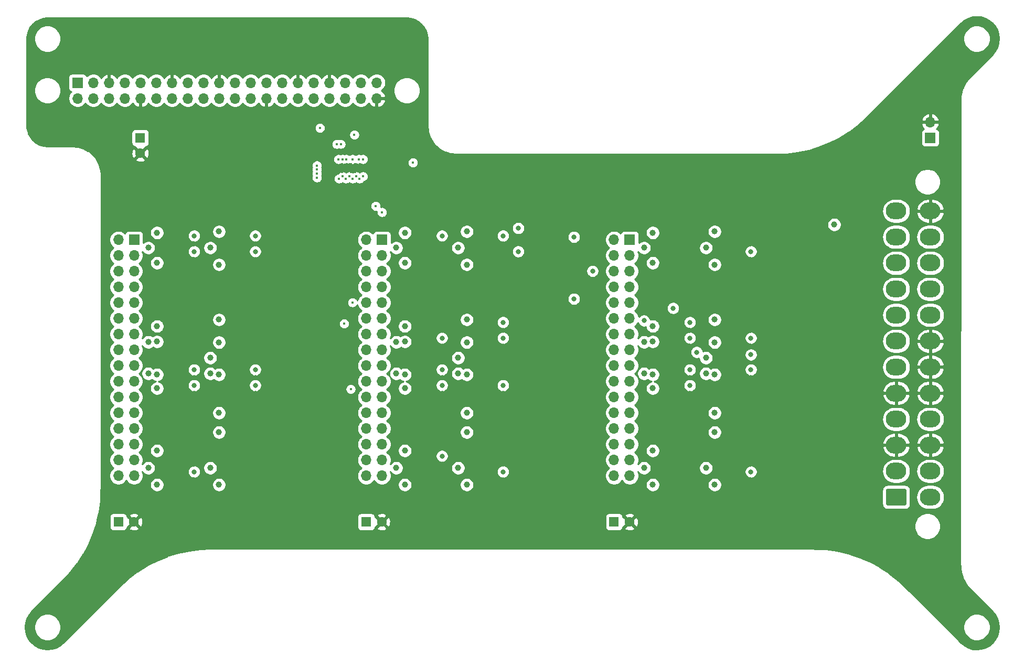
<source format=gbr>
%TF.GenerationSoftware,KiCad,Pcbnew,(5.1.6)-1*%
%TF.CreationDate,2020-07-20T16:14:19+09:00*%
%TF.ProjectId,PWM-LT8500,50574d2d-4c54-4383-9530-302e6b696361,rev?*%
%TF.SameCoordinates,Original*%
%TF.FileFunction,Copper,L3,Inr*%
%TF.FilePolarity,Positive*%
%FSLAX46Y46*%
G04 Gerber Fmt 4.6, Leading zero omitted, Abs format (unit mm)*
G04 Created by KiCad (PCBNEW (5.1.6)-1) date 2020-07-20 16:14:19*
%MOMM*%
%LPD*%
G01*
G04 APERTURE LIST*
%TA.AperFunction,ViaPad*%
%ADD10C,1.600000*%
%TD*%
%TA.AperFunction,ViaPad*%
%ADD11R,1.600000X1.600000*%
%TD*%
%TA.AperFunction,ViaPad*%
%ADD12O,1.700000X1.700000*%
%TD*%
%TA.AperFunction,ViaPad*%
%ADD13R,1.700000X1.700000*%
%TD*%
%TA.AperFunction,ViaPad*%
%ADD14O,3.300000X2.700000*%
%TD*%
%TA.AperFunction,ViaPad*%
%ADD15C,0.450000*%
%TD*%
%TA.AperFunction,ViaPad*%
%ADD16C,1.000000*%
%TD*%
%TA.AperFunction,ViaPad*%
%ADD17C,0.800000*%
%TD*%
%TA.AperFunction,Conductor*%
%ADD18C,0.254000*%
%TD*%
G04 APERTURE END LIST*
D10*
%TO.N,GND*%
%TO.C,C5*%
X113960000Y-98000000D03*
D11*
%TO.N,+12V*%
X111460000Y-98000000D03*
%TD*%
D10*
%TO.N,GND*%
%TO.C,C2*%
X35000000Y-38500000D03*
D11*
%TO.N,+3V3*%
X35000000Y-36000000D03*
%TD*%
D12*
%TO.N,GND*%
%TO.C,J6*%
X162500000Y-33460000D03*
D13*
%TO.N,PSU_EN*%
X162500000Y-36000000D03*
%TD*%
D10*
%TO.N,GND*%
%TO.C,C6*%
X73960000Y-98000000D03*
D11*
%TO.N,+12V*%
X71460000Y-98000000D03*
%TD*%
D10*
%TO.N,GND*%
%TO.C,C4*%
X33960000Y-98000000D03*
D11*
%TO.N,+12V*%
X31460000Y-98000000D03*
%TD*%
D12*
%TO.N,GND*%
%TO.C,J4*%
X73130000Y-29620000D03*
%TO.N,LDIBLANK*%
X73130000Y-27080000D03*
%TO.N,Net-(J4-Pad37)*%
X70590000Y-29620000D03*
%TO.N,Net-(J4-Pad38)*%
X70590000Y-27080000D03*
%TO.N,Net-(J4-Pad35)*%
X68050000Y-29620000D03*
%TO.N,Net-(J4-Pad36)*%
X68050000Y-27080000D03*
%TO.N,Net-(J4-Pad33)*%
X65510000Y-29620000D03*
%TO.N,GND*%
X65510000Y-27080000D03*
%TO.N,Net-(J4-Pad31)*%
X62970000Y-29620000D03*
%TO.N,Net-(J4-Pad32)*%
X62970000Y-27080000D03*
%TO.N,Net-(J4-Pad29)*%
X60430000Y-29620000D03*
%TO.N,GND*%
X60430000Y-27080000D03*
%TO.N,Net-(J4-Pad27)*%
X57890000Y-29620000D03*
%TO.N,Net-(J4-Pad28)*%
X57890000Y-27080000D03*
%TO.N,GND*%
X55350000Y-29620000D03*
%TO.N,Net-(J4-Pad26)*%
X55350000Y-27080000D03*
%TO.N,SCLK*%
X52810000Y-29620000D03*
%TO.N,Net-(J4-Pad24)*%
X52810000Y-27080000D03*
%TO.N,MISO*%
X50270000Y-29620000D03*
%TO.N,Net-(J4-Pad22)*%
X50270000Y-27080000D03*
%TO.N,MOSI*%
X47730000Y-29620000D03*
%TO.N,GND*%
X47730000Y-27080000D03*
%TO.N,Net-(J4-Pad17)*%
X45190000Y-29620000D03*
%TO.N,Net-(J4-Pad18)*%
X45190000Y-27080000D03*
%TO.N,Net-(J4-Pad15)*%
X42650000Y-29620000D03*
%TO.N,Net-(J4-Pad16)*%
X42650000Y-27080000D03*
%TO.N,Net-(J4-Pad13)*%
X40110000Y-29620000D03*
%TO.N,GND*%
X40110000Y-27080000D03*
%TO.N,Net-(J4-Pad11)*%
X37570000Y-29620000D03*
%TO.N,Net-(J4-Pad12)*%
X37570000Y-27080000D03*
%TO.N,GND*%
X35030000Y-29620000D03*
%TO.N,Net-(J4-Pad10)*%
X35030000Y-27080000D03*
%TO.N,Net-(J4-Pad7)*%
X32490000Y-29620000D03*
%TO.N,Net-(J4-Pad8)*%
X32490000Y-27080000D03*
%TO.N,Net-(J4-Pad5)*%
X29950000Y-29620000D03*
%TO.N,GND*%
X29950000Y-27080000D03*
%TO.N,Net-(J4-Pad3)*%
X27410000Y-29620000D03*
%TO.N,Net-(J4-Pad4)*%
X27410000Y-27080000D03*
%TO.N,Net-(J4-Pad1)*%
X24870000Y-29620000D03*
D13*
%TO.N,Net-(J4-Pad2)*%
X24870000Y-27080000D03*
%TD*%
D12*
%TO.N,+12V*%
%TO.C,J1*%
X31460000Y-90550000D03*
%TO.N,/D0*%
X34000000Y-90550000D03*
%TO.N,+12V*%
X31460000Y-88010000D03*
%TO.N,/D1*%
X34000000Y-88010000D03*
%TO.N,+12V*%
X31460000Y-85470000D03*
%TO.N,/D2*%
X34000000Y-85470000D03*
%TO.N,+12V*%
X31460000Y-82930000D03*
%TO.N,/D3*%
X34000000Y-82930000D03*
%TO.N,+12V*%
X31460000Y-80390000D03*
%TO.N,/D4*%
X34000000Y-80390000D03*
%TO.N,+12V*%
X31460000Y-77850000D03*
%TO.N,/D5*%
X34000000Y-77850000D03*
%TO.N,+12V*%
X31460000Y-75310000D03*
%TO.N,/D6*%
X34000000Y-75310000D03*
%TO.N,+12V*%
X31460000Y-72770000D03*
%TO.N,/D7*%
X34000000Y-72770000D03*
%TO.N,+12V*%
X31460000Y-70230000D03*
%TO.N,/D8*%
X34000000Y-70230000D03*
%TO.N,+12V*%
X31460000Y-67690000D03*
%TO.N,/D9*%
X34000000Y-67690000D03*
%TO.N,+12V*%
X31460000Y-65150000D03*
%TO.N,/D10*%
X34000000Y-65150000D03*
%TO.N,+12V*%
X31460000Y-62610000D03*
%TO.N,/D11*%
X34000000Y-62610000D03*
%TO.N,+12V*%
X31460000Y-60070000D03*
%TO.N,/D12*%
X34000000Y-60070000D03*
%TO.N,+12V*%
X31460000Y-57530000D03*
%TO.N,/D13*%
X34000000Y-57530000D03*
%TO.N,+12V*%
X31460000Y-54990000D03*
%TO.N,/D14*%
X34000000Y-54990000D03*
%TO.N,+12V*%
X31460000Y-52450000D03*
D13*
%TO.N,/D15*%
X34000000Y-52450000D03*
%TD*%
D12*
%TO.N,+12V*%
%TO.C,J2*%
X71460000Y-90550000D03*
%TO.N,/D16*%
X74000000Y-90550000D03*
%TO.N,+12V*%
X71460000Y-88010000D03*
%TO.N,/D17*%
X74000000Y-88010000D03*
%TO.N,+12V*%
X71460000Y-85470000D03*
%TO.N,/D18*%
X74000000Y-85470000D03*
%TO.N,+12V*%
X71460000Y-82930000D03*
%TO.N,/D19*%
X74000000Y-82930000D03*
%TO.N,+12V*%
X71460000Y-80390000D03*
%TO.N,/D20*%
X74000000Y-80390000D03*
%TO.N,+12V*%
X71460000Y-77850000D03*
%TO.N,/D21*%
X74000000Y-77850000D03*
%TO.N,+12V*%
X71460000Y-75310000D03*
%TO.N,/D22*%
X74000000Y-75310000D03*
%TO.N,+12V*%
X71460000Y-72770000D03*
%TO.N,/D23*%
X74000000Y-72770000D03*
%TO.N,+12V*%
X71460000Y-70230000D03*
%TO.N,/D24*%
X74000000Y-70230000D03*
%TO.N,+12V*%
X71460000Y-67690000D03*
%TO.N,/D25*%
X74000000Y-67690000D03*
%TO.N,+12V*%
X71460000Y-65150000D03*
%TO.N,/D26*%
X74000000Y-65150000D03*
%TO.N,+12V*%
X71460000Y-62610000D03*
%TO.N,/D27*%
X74000000Y-62610000D03*
%TO.N,+12V*%
X71460000Y-60070000D03*
%TO.N,/D28*%
X74000000Y-60070000D03*
%TO.N,+12V*%
X71460000Y-57530000D03*
%TO.N,/D29*%
X74000000Y-57530000D03*
%TO.N,+12V*%
X71460000Y-54990000D03*
%TO.N,/D30*%
X74000000Y-54990000D03*
%TO.N,+12V*%
X71460000Y-52450000D03*
D13*
%TO.N,/D31*%
X74000000Y-52450000D03*
%TD*%
D12*
%TO.N,+12V*%
%TO.C,J3*%
X111460000Y-90550000D03*
%TO.N,/D32*%
X114000000Y-90550000D03*
%TO.N,+12V*%
X111460000Y-88010000D03*
%TO.N,/D33*%
X114000000Y-88010000D03*
%TO.N,+12V*%
X111460000Y-85470000D03*
%TO.N,/D34*%
X114000000Y-85470000D03*
%TO.N,+12V*%
X111460000Y-82930000D03*
%TO.N,/D35*%
X114000000Y-82930000D03*
%TO.N,+12V*%
X111460000Y-80390000D03*
%TO.N,/D36*%
X114000000Y-80390000D03*
%TO.N,+12V*%
X111460000Y-77850000D03*
%TO.N,/D37*%
X114000000Y-77850000D03*
%TO.N,+12V*%
X111460000Y-75310000D03*
%TO.N,/D38*%
X114000000Y-75310000D03*
%TO.N,+12V*%
X111460000Y-72770000D03*
%TO.N,/D39*%
X114000000Y-72770000D03*
%TO.N,+12V*%
X111460000Y-70230000D03*
%TO.N,/D40*%
X114000000Y-70230000D03*
%TO.N,+12V*%
X111460000Y-67690000D03*
%TO.N,/D41*%
X114000000Y-67690000D03*
%TO.N,+12V*%
X111460000Y-65150000D03*
%TO.N,/D42*%
X114000000Y-65150000D03*
%TO.N,+12V*%
X111460000Y-62610000D03*
%TO.N,/D43*%
X114000000Y-62610000D03*
%TO.N,+12V*%
X111460000Y-60070000D03*
%TO.N,/D44*%
X114000000Y-60070000D03*
%TO.N,+12V*%
X111460000Y-57530000D03*
%TO.N,/D45*%
X114000000Y-57530000D03*
%TO.N,+12V*%
X111460000Y-54990000D03*
%TO.N,/D46*%
X114000000Y-54990000D03*
%TO.N,+12V*%
X111460000Y-52450000D03*
D13*
%TO.N,/D47*%
X114000000Y-52450000D03*
%TD*%
D14*
%TO.N,GND*%
%TO.C,J5*%
X162500000Y-47800000D03*
%TO.N,Net-(J5-Pad23)*%
X162500000Y-52000000D03*
%TO.N,Net-(J5-Pad22)*%
X162500000Y-56200000D03*
%TO.N,Net-(J5-Pad21)*%
X162500000Y-60400000D03*
%TO.N,Net-(J5-Pad20)*%
X162500000Y-64600000D03*
%TO.N,GND*%
X162500000Y-68800000D03*
X162500000Y-73000000D03*
X162500000Y-77200000D03*
%TO.N,PSU_EN*%
X162500000Y-81400000D03*
%TO.N,GND*%
X162500000Y-85600000D03*
%TO.N,Net-(J5-Pad14)*%
X162500000Y-89800000D03*
%TO.N,Net-(J5-Pad13)*%
X162500000Y-94000000D03*
%TO.N,+3V3*%
X157000000Y-47800000D03*
%TO.N,Net-(J5-Pad11)*%
X157000000Y-52000000D03*
%TO.N,+12V*%
X157000000Y-56200000D03*
%TO.N,Net-(J5-Pad9)*%
X157000000Y-60400000D03*
%TO.N,Net-(J5-Pad8)*%
X157000000Y-64600000D03*
%TO.N,Net-(J5-Pad7)*%
X157000000Y-68800000D03*
%TO.N,Net-(J5-Pad6)*%
X157000000Y-73000000D03*
%TO.N,GND*%
X157000000Y-77200000D03*
%TO.N,Net-(J5-Pad4)*%
X157000000Y-81400000D03*
%TO.N,GND*%
X157000000Y-85600000D03*
%TO.N,Net-(J5-Pad2)*%
X157000000Y-89800000D03*
%TO.N,Net-(J5-Pad1)*%
%TA.AperFunction,ViaPad*%
G36*
G01*
X158399999Y-95350000D02*
X155600001Y-95350000D01*
G75*
G02*
X155350000Y-95099999I0J250001D01*
G01*
X155350000Y-92900001D01*
G75*
G02*
X155600001Y-92650000I250001J0D01*
G01*
X158399999Y-92650000D01*
G75*
G02*
X158650000Y-92900001I0J-250001D01*
G01*
X158650000Y-95099999D01*
G75*
G02*
X158399999Y-95350000I-250001J0D01*
G01*
G37*
%TD.AperFunction*%
%TD*%
D15*
%TO.N,GND*%
X67600000Y-41500000D03*
X68300000Y-41500000D03*
X69000000Y-41500000D03*
X69700000Y-41500000D03*
X70400000Y-41500000D03*
X68300000Y-40850000D03*
X67600000Y-40850000D03*
X70400000Y-40200000D03*
X69700000Y-40200000D03*
X69000000Y-40200000D03*
X68300000Y-40200000D03*
X67600000Y-40200000D03*
D16*
X50000000Y-82000000D03*
X50000000Y-61000000D03*
X52000000Y-61000000D03*
X54000000Y-61000000D03*
X56000000Y-61000000D03*
D17*
X43700000Y-65775000D03*
X43700000Y-67045000D03*
X43700000Y-68315000D03*
X43700000Y-69585000D03*
X53550000Y-69585000D03*
X53550000Y-68315000D03*
X53550000Y-67045000D03*
X53550000Y-65775000D03*
X43700000Y-74685000D03*
X43700000Y-77225000D03*
X43700000Y-88645000D03*
X43700000Y-91185000D03*
X53550000Y-91185000D03*
X53550000Y-88645000D03*
X53550000Y-77225000D03*
X53550000Y-74685000D03*
X43700000Y-55625000D03*
X43700000Y-53085000D03*
X53550000Y-53085000D03*
X53550000Y-55625000D03*
X83700000Y-91185000D03*
X83700000Y-89915000D03*
X83700000Y-88645000D03*
X83700000Y-77225000D03*
X83700000Y-74685000D03*
X83700000Y-69585000D03*
X83700000Y-67045000D03*
X83700000Y-65775000D03*
X83700000Y-55625000D03*
X83700000Y-54355000D03*
X83700000Y-53085000D03*
X93550000Y-91185000D03*
X93550000Y-88645000D03*
X93550000Y-87375000D03*
X133550000Y-77225000D03*
X93550000Y-74685000D03*
X93550000Y-73415000D03*
X93550000Y-69585000D03*
X93550000Y-67045000D03*
X93550000Y-55625000D03*
X93550000Y-54355000D03*
X93550000Y-53085000D03*
X123700000Y-51815000D03*
X123700000Y-53085000D03*
X123700000Y-54355000D03*
X123700000Y-55625000D03*
X123700000Y-67045000D03*
X123700000Y-69585000D03*
X123700000Y-74685000D03*
X123700000Y-77225000D03*
X123700000Y-87375000D03*
X123700000Y-88645000D03*
X123700000Y-89915000D03*
X123700000Y-91185000D03*
X133550000Y-51815000D03*
X133550000Y-53085000D03*
X133550000Y-55625000D03*
X133550000Y-65775000D03*
X133550000Y-67045000D03*
X133550000Y-69585000D03*
X133550000Y-74685000D03*
X133550000Y-75955000D03*
X93550000Y-77225000D03*
X133550000Y-87375000D03*
X133550000Y-88645000D03*
X133550000Y-91185000D03*
D16*
X48000000Y-61000000D03*
X48000000Y-82000000D03*
X52000000Y-82000000D03*
X54000000Y-82000000D03*
X56000000Y-82000000D03*
X88000000Y-61000000D03*
X90000000Y-61000000D03*
X92000000Y-61000000D03*
X94000000Y-61000000D03*
X96000000Y-61000000D03*
X88000000Y-82000000D03*
X90000000Y-82000000D03*
X92000000Y-82000000D03*
X94000000Y-82000000D03*
X96000000Y-82000000D03*
X128000000Y-61000000D03*
X130000000Y-61000000D03*
X132000000Y-61000000D03*
X134000000Y-61000000D03*
X136000000Y-61000000D03*
X128000000Y-82000000D03*
X130000000Y-82000000D03*
X132000000Y-82000000D03*
X134000000Y-82000000D03*
X136000000Y-82000000D03*
X52000000Y-59000000D03*
X52000000Y-63000000D03*
X52000000Y-80000000D03*
X52000000Y-84000000D03*
X92000000Y-80000000D03*
X92000000Y-84000000D03*
X92000000Y-59000000D03*
X92000000Y-63000000D03*
X132000000Y-59000000D03*
X132000000Y-63000000D03*
X132000000Y-80000000D03*
X132000000Y-84000000D03*
X130000000Y-59000000D03*
X134000000Y-59000000D03*
X134000000Y-63000000D03*
X130000000Y-63000000D03*
X130000000Y-80000000D03*
X134000000Y-80000000D03*
X134000000Y-84000000D03*
X130000000Y-84000000D03*
X90000000Y-80000000D03*
X90000000Y-84000000D03*
X94000000Y-80000000D03*
X94000000Y-84000000D03*
X94000000Y-59000000D03*
X90000000Y-59000000D03*
X90000000Y-63000000D03*
X94000000Y-63000000D03*
X54000000Y-59000000D03*
X50000000Y-59000000D03*
X50000000Y-63000000D03*
X54000000Y-63000000D03*
X50000000Y-80000000D03*
X54000000Y-80000000D03*
X54000000Y-84000000D03*
X50000000Y-84000000D03*
D17*
X53550000Y-87375000D03*
X53550000Y-89915000D03*
X43700000Y-87375000D03*
X68750000Y-32000000D03*
X54500000Y-34500000D03*
X56320000Y-34500000D03*
X67500000Y-32000000D03*
X70000000Y-32000000D03*
X69300000Y-73000000D03*
X69300000Y-74500000D03*
X69300000Y-67000000D03*
X69300000Y-69000000D03*
X101000000Y-60500000D03*
X102500000Y-60500000D03*
X102500000Y-59000000D03*
X101000000Y-59000000D03*
X103000000Y-74000000D03*
X104500000Y-74000000D03*
X106000000Y-74000000D03*
X107500000Y-74000000D03*
X103000000Y-69000000D03*
X104500000Y-69000000D03*
X106000000Y-69000000D03*
X107500000Y-69000000D03*
X103000000Y-78000000D03*
X104500000Y-78000000D03*
X106000000Y-78000000D03*
X107500000Y-78000000D03*
X59000000Y-37000000D03*
X60500000Y-37000000D03*
X62000000Y-37000000D03*
D15*
X69000000Y-40850000D03*
X69700000Y-40850000D03*
X70400000Y-40850000D03*
D16*
%TO.N,+12V*%
X147000000Y-50000000D03*
X46300000Y-53740000D03*
X36300000Y-68960000D03*
X46300000Y-71500000D03*
X36300000Y-74050000D03*
X36300000Y-89280000D03*
X46300000Y-89280000D03*
X46300000Y-74050000D03*
X36300000Y-53740000D03*
X86300000Y-89280000D03*
X76300000Y-89280000D03*
X86300000Y-74050000D03*
X76300000Y-74050000D03*
X86300000Y-71500000D03*
X76300000Y-68960000D03*
X86300000Y-53740000D03*
X76300000Y-53740000D03*
X116300000Y-89280000D03*
X126300000Y-89280000D03*
X126300000Y-74050000D03*
X126300000Y-71500000D03*
X116300000Y-68960000D03*
X126300000Y-53740000D03*
X116300000Y-53740000D03*
X116300000Y-74050000D03*
%TO.N,/D0*%
X37700000Y-92000000D03*
%TO.N,/D1*%
X37700000Y-86500000D03*
%TO.N,/D2*%
X47700000Y-92000000D03*
%TO.N,/D3*%
X47700000Y-83517500D03*
%TO.N,/D4*%
X47700000Y-80390000D03*
%TO.N,/D5*%
X47700000Y-74205000D03*
%TO.N,/D6*%
X37700000Y-76435000D03*
%TO.N,/D7*%
X37700000Y-74205000D03*
%TO.N,/D8*%
X37700000Y-68900000D03*
%TO.N,/D9*%
X37700000Y-66400000D03*
%TO.N,/D10*%
X47700000Y-69000000D03*
%TO.N,/D11*%
X47700000Y-65340978D03*
%TO.N,/D12*%
X47700000Y-56460000D03*
%TO.N,/D13*%
X47700000Y-51120000D03*
%TO.N,/D14*%
X37700000Y-56170000D03*
%TO.N,/D15*%
X37700000Y-51310000D03*
%TO.N,/D16*%
X77700000Y-92000000D03*
%TO.N,/D17*%
X77700000Y-86500000D03*
%TO.N,/D18*%
X87700000Y-92000000D03*
%TO.N,/D19*%
X87700000Y-83517500D03*
%TO.N,/D20*%
X87700000Y-80390000D03*
%TO.N,/D21*%
X87700000Y-74205000D03*
%TO.N,/D22*%
X77700000Y-76435000D03*
%TO.N,/D23*%
X77700000Y-74205000D03*
%TO.N,/D24*%
X77700000Y-68900000D03*
%TO.N,/D25*%
X77700000Y-66400000D03*
%TO.N,/D26*%
X87700000Y-69000000D03*
%TO.N,/D27*%
X87700000Y-65340978D03*
%TO.N,/D28*%
X87700000Y-56460000D03*
%TO.N,/D29*%
X87700000Y-51120000D03*
%TO.N,/D30*%
X77700000Y-56170000D03*
%TO.N,/D31*%
X77700000Y-51310000D03*
%TO.N,/D32*%
X117700000Y-92000000D03*
%TO.N,/D33*%
X117700000Y-86500000D03*
%TO.N,/D34*%
X127700000Y-92000000D03*
%TO.N,/D35*%
X127700000Y-83517500D03*
%TO.N,/D36*%
X127700000Y-80390000D03*
%TO.N,/D37*%
X127700000Y-74205000D03*
%TO.N,/D38*%
X117700000Y-76435000D03*
%TO.N,/D39*%
X117700000Y-74205000D03*
%TO.N,/D40*%
X117700000Y-68900000D03*
%TO.N,/D41*%
X117700000Y-66400000D03*
%TO.N,/D42*%
X127700000Y-69000000D03*
%TO.N,/D43*%
X127700000Y-65340978D03*
%TO.N,/D44*%
X127700000Y-56460000D03*
%TO.N,/D45*%
X127700000Y-51120000D03*
%TO.N,/D46*%
X117700000Y-56170000D03*
%TO.N,/D47*%
X117700000Y-51310000D03*
D15*
%TO.N,PWM0*%
X67075000Y-42580000D03*
D17*
X43700000Y-89915000D03*
D15*
%TO.N,PWM5*%
X67350000Y-37000000D03*
D17*
X53550000Y-73415000D03*
D15*
%TO.N,PWM4*%
X66975000Y-39450000D03*
D17*
X53550000Y-75955000D03*
D15*
%TO.N,PWM7*%
X67625000Y-39450000D03*
D17*
X43700000Y-73415000D03*
D15*
%TO.N,PWM6*%
X66700000Y-37000000D03*
D17*
X43700000Y-75955000D03*
D15*
%TO.N,PWM13*%
X63500000Y-41760000D03*
D17*
X53550000Y-51815000D03*
D15*
%TO.N,PWM12*%
X63500000Y-42410000D03*
D17*
X53550000Y-54355000D03*
D15*
%TO.N,PWM15*%
X63500000Y-40460000D03*
D17*
X43700000Y-51815000D03*
D15*
%TO.N,PWM14*%
X63500000Y-41110000D03*
D17*
X43700000Y-54355000D03*
D15*
%TO.N,PWM17*%
X70925000Y-42230000D03*
D17*
X83700000Y-87375000D03*
%TO.N,PWM18*%
X93550000Y-89915000D03*
D15*
X70375000Y-42580000D03*
%TO.N,PWM20*%
X67625000Y-42230000D03*
D17*
X93550000Y-75955000D03*
D15*
%TO.N,PWM23*%
X68960000Y-76560000D03*
D17*
X83700000Y-73415000D03*
D15*
%TO.N,PWM22*%
X67900000Y-66000000D03*
D17*
X83700000Y-75955000D03*
D15*
%TO.N,PWM24*%
X69240000Y-62570000D03*
D17*
X83700000Y-68315000D03*
D15*
%TO.N,PWM27*%
X68725000Y-42230000D03*
D17*
X93550000Y-65775000D03*
D15*
%TO.N,PWM26*%
X68175000Y-42580000D03*
D17*
X93550000Y-68315000D03*
D15*
%TO.N,PWM29*%
X69825000Y-42230000D03*
D17*
X93550000Y-51815000D03*
%TO.N,PWM28*%
X96000000Y-50580000D03*
X96000000Y-54355000D03*
D15*
%TO.N,PWM31*%
X69275000Y-42580000D03*
D17*
X83700000Y-51815000D03*
%TO.N,PWM34*%
X133550000Y-89915000D03*
D15*
X70275000Y-39450000D03*
D17*
%TO.N,PWM37*%
X133550000Y-71000000D03*
X124795000Y-70600000D03*
X116300000Y-65500000D03*
X133550000Y-73415000D03*
%TO.N,PWM39*%
X123700000Y-73415000D03*
D15*
X73000000Y-47000000D03*
D17*
%TO.N,PWM38*%
X123700000Y-75955000D03*
D15*
X74000000Y-48000000D03*
D17*
%TO.N,PWM41*%
X121000000Y-63500000D03*
X105000000Y-62000000D03*
X105000000Y-52000000D03*
X123700000Y-65775000D03*
D15*
%TO.N,PWM40*%
X79000000Y-40000000D03*
D17*
X123700000Y-68315000D03*
%TO.N,PWM42*%
X108000000Y-57500000D03*
X133550000Y-68315000D03*
%TO.N,PWM44*%
X133550000Y-54355000D03*
D15*
X70925000Y-39450000D03*
%TO.N,SCLK*%
X69275000Y-39450000D03*
%TO.N,MOSI*%
X68275000Y-39450000D03*
%TO.N,MISO*%
X69550010Y-35500000D03*
%TO.N,LDIBLANK*%
X64000000Y-34400000D03*
%TD*%
D18*
%TO.N,GND*%
G36*
X170682997Y-16486291D02*
G01*
X171352473Y-16685871D01*
X171970430Y-17011683D01*
X172513338Y-17451321D01*
X172960515Y-17988039D01*
X173294922Y-18601386D01*
X173503830Y-19268012D01*
X173579278Y-19962521D01*
X173518393Y-20658444D01*
X173323490Y-21329303D01*
X173002001Y-21949520D01*
X172547369Y-22519028D01*
X172531553Y-22535066D01*
X168970387Y-26096235D01*
X168962362Y-26106014D01*
X168725193Y-26362085D01*
X168723022Y-26364894D01*
X168720417Y-26367298D01*
X168672710Y-26426439D01*
X168155421Y-27149207D01*
X168144887Y-27167097D01*
X168132360Y-27183665D01*
X168095881Y-27250320D01*
X167714759Y-28053271D01*
X167707559Y-28072743D01*
X167698165Y-28091267D01*
X167674065Y-28163329D01*
X167441156Y-29021079D01*
X167437517Y-29041527D01*
X167431554Y-29061413D01*
X167420596Y-29136604D01*
X167343572Y-30018505D01*
X167340761Y-30047043D01*
X167340000Y-104962412D01*
X167341186Y-104974459D01*
X167353870Y-105320375D01*
X167354305Y-105323819D01*
X167354160Y-105327281D01*
X167362102Y-105402850D01*
X167505759Y-106280108D01*
X167510923Y-106300220D01*
X167513741Y-106320793D01*
X167534941Y-106393761D01*
X167831675Y-107231716D01*
X167840322Y-107250602D01*
X167846737Y-107270346D01*
X167880522Y-107338407D01*
X168320957Y-108110571D01*
X168332809Y-108127624D01*
X168342621Y-108145923D01*
X168387925Y-108206925D01*
X168956312Y-108886708D01*
X168974919Y-108909374D01*
X172510507Y-112443895D01*
X172974488Y-113008755D01*
X173304608Y-113624426D01*
X173508856Y-114292491D01*
X173579452Y-114987503D01*
X173513709Y-115682995D01*
X173314129Y-116352474D01*
X172988316Y-116970432D01*
X172548677Y-117513341D01*
X172011962Y-117960515D01*
X171398614Y-118294922D01*
X170731988Y-118503830D01*
X170037479Y-118579278D01*
X169341556Y-118518393D01*
X168670697Y-118323490D01*
X168050480Y-118002001D01*
X167480972Y-117547369D01*
X167464935Y-117531554D01*
X164719704Y-114786323D01*
X167830497Y-114786323D01*
X167830497Y-115213677D01*
X167913870Y-115632821D01*
X168077412Y-116027645D01*
X168314837Y-116382977D01*
X168617023Y-116685163D01*
X168972355Y-116922588D01*
X169367179Y-117086130D01*
X169786323Y-117169503D01*
X170213677Y-117169503D01*
X170632821Y-117086130D01*
X171027645Y-116922588D01*
X171382977Y-116685163D01*
X171685163Y-116382977D01*
X171922588Y-116027645D01*
X172086130Y-115632821D01*
X172169503Y-115213677D01*
X172169503Y-114786323D01*
X172086130Y-114367179D01*
X171922588Y-113972355D01*
X171685163Y-113617023D01*
X171382977Y-113314837D01*
X171027645Y-113077412D01*
X170632821Y-112913870D01*
X170213677Y-112830497D01*
X169786323Y-112830497D01*
X169367179Y-112913870D01*
X168972355Y-113077412D01*
X168617023Y-113314837D01*
X168314837Y-113617023D01*
X168077412Y-113972355D01*
X167913870Y-114367179D01*
X167830497Y-114786323D01*
X164719704Y-114786323D01*
X158313765Y-108380387D01*
X158304559Y-108372832D01*
X157243805Y-107385909D01*
X157229958Y-107374131D01*
X157216525Y-107361895D01*
X157203103Y-107351014D01*
X155806294Y-106248691D01*
X155789469Y-106236589D01*
X155772956Y-106224041D01*
X155758619Y-106214396D01*
X154269349Y-105240606D01*
X154251504Y-105230040D01*
X154233952Y-105219017D01*
X154218815Y-105210685D01*
X152648876Y-104373137D01*
X152630179Y-104364207D01*
X152611699Y-104354779D01*
X152595881Y-104347826D01*
X150957705Y-103653154D01*
X150938290Y-103645922D01*
X150919043Y-103638173D01*
X150902681Y-103632658D01*
X150902671Y-103632654D01*
X150902664Y-103632652D01*
X149209226Y-103086356D01*
X149189237Y-103080877D01*
X149169387Y-103074872D01*
X149152588Y-103070830D01*
X147417286Y-102677232D01*
X147396901Y-102673553D01*
X147376583Y-102669335D01*
X147359491Y-102666802D01*
X145596071Y-102429021D01*
X145575448Y-102427170D01*
X145554827Y-102424773D01*
X145537578Y-102423770D01*
X143777515Y-102344477D01*
X143762736Y-102343021D01*
X46237602Y-102339999D01*
X46225382Y-102341202D01*
X44780749Y-102394897D01*
X44762662Y-102396377D01*
X44744544Y-102397241D01*
X44727361Y-102399056D01*
X42960153Y-102609115D01*
X42939706Y-102612474D01*
X42919155Y-102615299D01*
X42902201Y-102618634D01*
X41160662Y-102984956D01*
X41140582Y-102990123D01*
X41120376Y-102994761D01*
X41103786Y-102999590D01*
X39401706Y-103519275D01*
X39382176Y-103526202D01*
X39362451Y-103532622D01*
X39346356Y-103538906D01*
X37697212Y-104207839D01*
X37678385Y-104216470D01*
X37659299Y-104224622D01*
X37643826Y-104232313D01*
X36060674Y-105045197D01*
X36042692Y-105055466D01*
X36024403Y-105065284D01*
X36009676Y-105074320D01*
X34505053Y-106024718D01*
X34488065Y-106036538D01*
X34470710Y-106047950D01*
X34456844Y-106058259D01*
X33042662Y-107138648D01*
X33026763Y-107151956D01*
X33010522Y-107164841D01*
X32997627Y-107176342D01*
X31698197Y-108366160D01*
X31686913Y-108375425D01*
X22556090Y-117510519D01*
X21991245Y-117974488D01*
X21375577Y-118304606D01*
X20707509Y-118508856D01*
X20012497Y-118579452D01*
X19317005Y-118513709D01*
X18647526Y-118314129D01*
X18029568Y-117988316D01*
X17486659Y-117548677D01*
X17039485Y-117011962D01*
X16705078Y-116398614D01*
X16496170Y-115731988D01*
X16420722Y-115037479D01*
X16442695Y-114786323D01*
X17830497Y-114786323D01*
X17830497Y-115213677D01*
X17913870Y-115632821D01*
X18077412Y-116027645D01*
X18314837Y-116382977D01*
X18617023Y-116685163D01*
X18972355Y-116922588D01*
X19367179Y-117086130D01*
X19786323Y-117169503D01*
X20213677Y-117169503D01*
X20632821Y-117086130D01*
X21027645Y-116922588D01*
X21382977Y-116685163D01*
X21685163Y-116382977D01*
X21922588Y-116027645D01*
X22086130Y-115632821D01*
X22169503Y-115213677D01*
X22169503Y-114786323D01*
X22086130Y-114367179D01*
X21922588Y-113972355D01*
X21685163Y-113617023D01*
X21382977Y-113314837D01*
X21027645Y-113077412D01*
X20632821Y-112913870D01*
X20213677Y-112830497D01*
X19786323Y-112830497D01*
X19367179Y-112913870D01*
X18972355Y-113077412D01*
X18617023Y-113314837D01*
X18314837Y-113617023D01*
X18077412Y-113972355D01*
X17913870Y-114367179D01*
X17830497Y-114786323D01*
X16442695Y-114786323D01*
X16481608Y-114341554D01*
X16676510Y-113670695D01*
X16998001Y-113050477D01*
X17452631Y-112480972D01*
X17468517Y-112464863D01*
X22629613Y-107303766D01*
X22637283Y-107294420D01*
X23621093Y-106235715D01*
X23632836Y-106221893D01*
X23645051Y-106208469D01*
X23655924Y-106195041D01*
X24757527Y-104797664D01*
X24769621Y-104780833D01*
X24782161Y-104764313D01*
X24791798Y-104749972D01*
X25764820Y-103260201D01*
X25775367Y-103242366D01*
X25786392Y-103224792D01*
X25794716Y-103209651D01*
X26631455Y-101639282D01*
X26640387Y-101620555D01*
X26649793Y-101602095D01*
X26656738Y-101586274D01*
X27350567Y-99947740D01*
X27357791Y-99928314D01*
X27365527Y-99909071D01*
X27371038Y-99892695D01*
X27916464Y-98198971D01*
X27921935Y-98178973D01*
X27927927Y-98159126D01*
X27931961Y-98142324D01*
X28145187Y-97200000D01*
X30021928Y-97200000D01*
X30021928Y-98800000D01*
X30034188Y-98924482D01*
X30070498Y-99044180D01*
X30129463Y-99154494D01*
X30208815Y-99251185D01*
X30305506Y-99330537D01*
X30415820Y-99389502D01*
X30535518Y-99425812D01*
X30660000Y-99438072D01*
X32260000Y-99438072D01*
X32384482Y-99425812D01*
X32504180Y-99389502D01*
X32614494Y-99330537D01*
X32711185Y-99251185D01*
X32790537Y-99154494D01*
X32849502Y-99044180D01*
X32865117Y-98992702D01*
X33146903Y-98992702D01*
X33218486Y-99236671D01*
X33473996Y-99357571D01*
X33748184Y-99426300D01*
X34030512Y-99440217D01*
X34310130Y-99398787D01*
X34576292Y-99303603D01*
X34701514Y-99236671D01*
X34773097Y-98992702D01*
X33960000Y-98179605D01*
X33146903Y-98992702D01*
X32865117Y-98992702D01*
X32885812Y-98924482D01*
X32898072Y-98800000D01*
X32898072Y-98792785D01*
X32967298Y-98813097D01*
X33780395Y-98000000D01*
X34139605Y-98000000D01*
X34952702Y-98813097D01*
X35196671Y-98741514D01*
X35317571Y-98486004D01*
X35386300Y-98211816D01*
X35400217Y-97929488D01*
X35358787Y-97649870D01*
X35263603Y-97383708D01*
X35196671Y-97258486D01*
X34997340Y-97200000D01*
X70021928Y-97200000D01*
X70021928Y-98800000D01*
X70034188Y-98924482D01*
X70070498Y-99044180D01*
X70129463Y-99154494D01*
X70208815Y-99251185D01*
X70305506Y-99330537D01*
X70415820Y-99389502D01*
X70535518Y-99425812D01*
X70660000Y-99438072D01*
X72260000Y-99438072D01*
X72384482Y-99425812D01*
X72504180Y-99389502D01*
X72614494Y-99330537D01*
X72711185Y-99251185D01*
X72790537Y-99154494D01*
X72849502Y-99044180D01*
X72865117Y-98992702D01*
X73146903Y-98992702D01*
X73218486Y-99236671D01*
X73473996Y-99357571D01*
X73748184Y-99426300D01*
X74030512Y-99440217D01*
X74310130Y-99398787D01*
X74576292Y-99303603D01*
X74701514Y-99236671D01*
X74773097Y-98992702D01*
X73960000Y-98179605D01*
X73146903Y-98992702D01*
X72865117Y-98992702D01*
X72885812Y-98924482D01*
X72898072Y-98800000D01*
X72898072Y-98792785D01*
X72967298Y-98813097D01*
X73780395Y-98000000D01*
X74139605Y-98000000D01*
X74952702Y-98813097D01*
X75196671Y-98741514D01*
X75317571Y-98486004D01*
X75386300Y-98211816D01*
X75400217Y-97929488D01*
X75358787Y-97649870D01*
X75263603Y-97383708D01*
X75196671Y-97258486D01*
X74997340Y-97200000D01*
X110021928Y-97200000D01*
X110021928Y-98800000D01*
X110034188Y-98924482D01*
X110070498Y-99044180D01*
X110129463Y-99154494D01*
X110208815Y-99251185D01*
X110305506Y-99330537D01*
X110415820Y-99389502D01*
X110535518Y-99425812D01*
X110660000Y-99438072D01*
X112260000Y-99438072D01*
X112384482Y-99425812D01*
X112504180Y-99389502D01*
X112614494Y-99330537D01*
X112711185Y-99251185D01*
X112790537Y-99154494D01*
X112849502Y-99044180D01*
X112865117Y-98992702D01*
X113146903Y-98992702D01*
X113218486Y-99236671D01*
X113473996Y-99357571D01*
X113748184Y-99426300D01*
X114030512Y-99440217D01*
X114310130Y-99398787D01*
X114576292Y-99303603D01*
X114701514Y-99236671D01*
X114773097Y-98992702D01*
X113960000Y-98179605D01*
X113146903Y-98992702D01*
X112865117Y-98992702D01*
X112885812Y-98924482D01*
X112898072Y-98800000D01*
X112898072Y-98792785D01*
X112967298Y-98813097D01*
X113780395Y-98000000D01*
X114139605Y-98000000D01*
X114952702Y-98813097D01*
X115196671Y-98741514D01*
X115315812Y-98489721D01*
X159905000Y-98489721D01*
X159905000Y-98910279D01*
X159987047Y-99322756D01*
X160147988Y-99711302D01*
X160381637Y-100060983D01*
X160679017Y-100358363D01*
X161028698Y-100592012D01*
X161417244Y-100752953D01*
X161829721Y-100835000D01*
X162250279Y-100835000D01*
X162662756Y-100752953D01*
X163051302Y-100592012D01*
X163400983Y-100358363D01*
X163698363Y-100060983D01*
X163932012Y-99711302D01*
X164092953Y-99322756D01*
X164175000Y-98910279D01*
X164175000Y-98489721D01*
X164092953Y-98077244D01*
X163932012Y-97688698D01*
X163698363Y-97339017D01*
X163400983Y-97041637D01*
X163051302Y-96807988D01*
X162662756Y-96647047D01*
X162250279Y-96565000D01*
X161829721Y-96565000D01*
X161417244Y-96647047D01*
X161028698Y-96807988D01*
X160679017Y-97041637D01*
X160381637Y-97339017D01*
X160147988Y-97688698D01*
X159987047Y-98077244D01*
X159905000Y-98489721D01*
X115315812Y-98489721D01*
X115317571Y-98486004D01*
X115386300Y-98211816D01*
X115400217Y-97929488D01*
X115358787Y-97649870D01*
X115263603Y-97383708D01*
X115196671Y-97258486D01*
X114952702Y-97186903D01*
X114139605Y-98000000D01*
X113780395Y-98000000D01*
X112967298Y-97186903D01*
X112898072Y-97207215D01*
X112898072Y-97200000D01*
X112885812Y-97075518D01*
X112865118Y-97007298D01*
X113146903Y-97007298D01*
X113960000Y-97820395D01*
X114773097Y-97007298D01*
X114701514Y-96763329D01*
X114446004Y-96642429D01*
X114171816Y-96573700D01*
X113889488Y-96559783D01*
X113609870Y-96601213D01*
X113343708Y-96696397D01*
X113218486Y-96763329D01*
X113146903Y-97007298D01*
X112865118Y-97007298D01*
X112849502Y-96955820D01*
X112790537Y-96845506D01*
X112711185Y-96748815D01*
X112614494Y-96669463D01*
X112504180Y-96610498D01*
X112384482Y-96574188D01*
X112260000Y-96561928D01*
X110660000Y-96561928D01*
X110535518Y-96574188D01*
X110415820Y-96610498D01*
X110305506Y-96669463D01*
X110208815Y-96748815D01*
X110129463Y-96845506D01*
X110070498Y-96955820D01*
X110034188Y-97075518D01*
X110021928Y-97200000D01*
X74997340Y-97200000D01*
X74952702Y-97186903D01*
X74139605Y-98000000D01*
X73780395Y-98000000D01*
X72967298Y-97186903D01*
X72898072Y-97207215D01*
X72898072Y-97200000D01*
X72885812Y-97075518D01*
X72865118Y-97007298D01*
X73146903Y-97007298D01*
X73960000Y-97820395D01*
X74773097Y-97007298D01*
X74701514Y-96763329D01*
X74446004Y-96642429D01*
X74171816Y-96573700D01*
X73889488Y-96559783D01*
X73609870Y-96601213D01*
X73343708Y-96696397D01*
X73218486Y-96763329D01*
X73146903Y-97007298D01*
X72865118Y-97007298D01*
X72849502Y-96955820D01*
X72790537Y-96845506D01*
X72711185Y-96748815D01*
X72614494Y-96669463D01*
X72504180Y-96610498D01*
X72384482Y-96574188D01*
X72260000Y-96561928D01*
X70660000Y-96561928D01*
X70535518Y-96574188D01*
X70415820Y-96610498D01*
X70305506Y-96669463D01*
X70208815Y-96748815D01*
X70129463Y-96845506D01*
X70070498Y-96955820D01*
X70034188Y-97075518D01*
X70021928Y-97200000D01*
X34997340Y-97200000D01*
X34952702Y-97186903D01*
X34139605Y-98000000D01*
X33780395Y-98000000D01*
X32967298Y-97186903D01*
X32898072Y-97207215D01*
X32898072Y-97200000D01*
X32885812Y-97075518D01*
X32865118Y-97007298D01*
X33146903Y-97007298D01*
X33960000Y-97820395D01*
X34773097Y-97007298D01*
X34701514Y-96763329D01*
X34446004Y-96642429D01*
X34171816Y-96573700D01*
X33889488Y-96559783D01*
X33609870Y-96601213D01*
X33343708Y-96696397D01*
X33218486Y-96763329D01*
X33146903Y-97007298D01*
X32865118Y-97007298D01*
X32849502Y-96955820D01*
X32790537Y-96845506D01*
X32711185Y-96748815D01*
X32614494Y-96669463D01*
X32504180Y-96610498D01*
X32384482Y-96574188D01*
X32260000Y-96561928D01*
X30660000Y-96561928D01*
X30535518Y-96574188D01*
X30415820Y-96610498D01*
X30305506Y-96669463D01*
X30208815Y-96748815D01*
X30129463Y-96845506D01*
X30070498Y-96955820D01*
X30034188Y-97075518D01*
X30021928Y-97200000D01*
X28145187Y-97200000D01*
X28324666Y-96406821D01*
X28328339Y-96386406D01*
X28332542Y-96366113D01*
X28335066Y-96349020D01*
X28571939Y-94585477D01*
X28573781Y-94564838D01*
X28576165Y-94544231D01*
X28577159Y-94526981D01*
X28655537Y-92767079D01*
X28656978Y-92752458D01*
X28659385Y-52303740D01*
X29975000Y-52303740D01*
X29975000Y-52596260D01*
X30032068Y-52883158D01*
X30144010Y-53153411D01*
X30306525Y-53396632D01*
X30513368Y-53603475D01*
X30687760Y-53720000D01*
X30513368Y-53836525D01*
X30306525Y-54043368D01*
X30144010Y-54286589D01*
X30032068Y-54556842D01*
X29975000Y-54843740D01*
X29975000Y-55136260D01*
X30032068Y-55423158D01*
X30144010Y-55693411D01*
X30306525Y-55936632D01*
X30513368Y-56143475D01*
X30687760Y-56260000D01*
X30513368Y-56376525D01*
X30306525Y-56583368D01*
X30144010Y-56826589D01*
X30032068Y-57096842D01*
X29975000Y-57383740D01*
X29975000Y-57676260D01*
X30032068Y-57963158D01*
X30144010Y-58233411D01*
X30306525Y-58476632D01*
X30513368Y-58683475D01*
X30687760Y-58800000D01*
X30513368Y-58916525D01*
X30306525Y-59123368D01*
X30144010Y-59366589D01*
X30032068Y-59636842D01*
X29975000Y-59923740D01*
X29975000Y-60216260D01*
X30032068Y-60503158D01*
X30144010Y-60773411D01*
X30306525Y-61016632D01*
X30513368Y-61223475D01*
X30687760Y-61340000D01*
X30513368Y-61456525D01*
X30306525Y-61663368D01*
X30144010Y-61906589D01*
X30032068Y-62176842D01*
X29975000Y-62463740D01*
X29975000Y-62756260D01*
X30032068Y-63043158D01*
X30144010Y-63313411D01*
X30306525Y-63556632D01*
X30513368Y-63763475D01*
X30687760Y-63880000D01*
X30513368Y-63996525D01*
X30306525Y-64203368D01*
X30144010Y-64446589D01*
X30032068Y-64716842D01*
X29975000Y-65003740D01*
X29975000Y-65296260D01*
X30032068Y-65583158D01*
X30144010Y-65853411D01*
X30306525Y-66096632D01*
X30513368Y-66303475D01*
X30687760Y-66420000D01*
X30513368Y-66536525D01*
X30306525Y-66743368D01*
X30144010Y-66986589D01*
X30032068Y-67256842D01*
X29975000Y-67543740D01*
X29975000Y-67836260D01*
X30032068Y-68123158D01*
X30144010Y-68393411D01*
X30306525Y-68636632D01*
X30513368Y-68843475D01*
X30687760Y-68960000D01*
X30513368Y-69076525D01*
X30306525Y-69283368D01*
X30144010Y-69526589D01*
X30032068Y-69796842D01*
X29975000Y-70083740D01*
X29975000Y-70376260D01*
X30032068Y-70663158D01*
X30144010Y-70933411D01*
X30306525Y-71176632D01*
X30513368Y-71383475D01*
X30687760Y-71500000D01*
X30513368Y-71616525D01*
X30306525Y-71823368D01*
X30144010Y-72066589D01*
X30032068Y-72336842D01*
X29975000Y-72623740D01*
X29975000Y-72916260D01*
X30032068Y-73203158D01*
X30144010Y-73473411D01*
X30306525Y-73716632D01*
X30513368Y-73923475D01*
X30687760Y-74040000D01*
X30513368Y-74156525D01*
X30306525Y-74363368D01*
X30144010Y-74606589D01*
X30032068Y-74876842D01*
X29975000Y-75163740D01*
X29975000Y-75456260D01*
X30032068Y-75743158D01*
X30144010Y-76013411D01*
X30306525Y-76256632D01*
X30513368Y-76463475D01*
X30687760Y-76580000D01*
X30513368Y-76696525D01*
X30306525Y-76903368D01*
X30144010Y-77146589D01*
X30032068Y-77416842D01*
X29975000Y-77703740D01*
X29975000Y-77996260D01*
X30032068Y-78283158D01*
X30144010Y-78553411D01*
X30306525Y-78796632D01*
X30513368Y-79003475D01*
X30687760Y-79120000D01*
X30513368Y-79236525D01*
X30306525Y-79443368D01*
X30144010Y-79686589D01*
X30032068Y-79956842D01*
X29975000Y-80243740D01*
X29975000Y-80536260D01*
X30032068Y-80823158D01*
X30144010Y-81093411D01*
X30306525Y-81336632D01*
X30513368Y-81543475D01*
X30687760Y-81660000D01*
X30513368Y-81776525D01*
X30306525Y-81983368D01*
X30144010Y-82226589D01*
X30032068Y-82496842D01*
X29975000Y-82783740D01*
X29975000Y-83076260D01*
X30032068Y-83363158D01*
X30144010Y-83633411D01*
X30306525Y-83876632D01*
X30513368Y-84083475D01*
X30687760Y-84200000D01*
X30513368Y-84316525D01*
X30306525Y-84523368D01*
X30144010Y-84766589D01*
X30032068Y-85036842D01*
X29975000Y-85323740D01*
X29975000Y-85616260D01*
X30032068Y-85903158D01*
X30144010Y-86173411D01*
X30306525Y-86416632D01*
X30513368Y-86623475D01*
X30687760Y-86740000D01*
X30513368Y-86856525D01*
X30306525Y-87063368D01*
X30144010Y-87306589D01*
X30032068Y-87576842D01*
X29975000Y-87863740D01*
X29975000Y-88156260D01*
X30032068Y-88443158D01*
X30144010Y-88713411D01*
X30306525Y-88956632D01*
X30513368Y-89163475D01*
X30687760Y-89280000D01*
X30513368Y-89396525D01*
X30306525Y-89603368D01*
X30144010Y-89846589D01*
X30032068Y-90116842D01*
X29975000Y-90403740D01*
X29975000Y-90696260D01*
X30032068Y-90983158D01*
X30144010Y-91253411D01*
X30306525Y-91496632D01*
X30513368Y-91703475D01*
X30756589Y-91865990D01*
X31026842Y-91977932D01*
X31313740Y-92035000D01*
X31606260Y-92035000D01*
X31893158Y-91977932D01*
X32163411Y-91865990D01*
X32406632Y-91703475D01*
X32613475Y-91496632D01*
X32730000Y-91322240D01*
X32846525Y-91496632D01*
X33053368Y-91703475D01*
X33296589Y-91865990D01*
X33566842Y-91977932D01*
X33853740Y-92035000D01*
X34146260Y-92035000D01*
X34433158Y-91977932D01*
X34649762Y-91888212D01*
X36565000Y-91888212D01*
X36565000Y-92111788D01*
X36608617Y-92331067D01*
X36694176Y-92537624D01*
X36818388Y-92723520D01*
X36976480Y-92881612D01*
X37162376Y-93005824D01*
X37368933Y-93091383D01*
X37588212Y-93135000D01*
X37811788Y-93135000D01*
X38031067Y-93091383D01*
X38237624Y-93005824D01*
X38423520Y-92881612D01*
X38581612Y-92723520D01*
X38705824Y-92537624D01*
X38791383Y-92331067D01*
X38835000Y-92111788D01*
X38835000Y-91888212D01*
X46565000Y-91888212D01*
X46565000Y-92111788D01*
X46608617Y-92331067D01*
X46694176Y-92537624D01*
X46818388Y-92723520D01*
X46976480Y-92881612D01*
X47162376Y-93005824D01*
X47368933Y-93091383D01*
X47588212Y-93135000D01*
X47811788Y-93135000D01*
X48031067Y-93091383D01*
X48237624Y-93005824D01*
X48423520Y-92881612D01*
X48581612Y-92723520D01*
X48705824Y-92537624D01*
X48791383Y-92331067D01*
X48835000Y-92111788D01*
X48835000Y-91888212D01*
X48791383Y-91668933D01*
X48705824Y-91462376D01*
X48581612Y-91276480D01*
X48423520Y-91118388D01*
X48237624Y-90994176D01*
X48031067Y-90908617D01*
X47811788Y-90865000D01*
X47588212Y-90865000D01*
X47368933Y-90908617D01*
X47162376Y-90994176D01*
X46976480Y-91118388D01*
X46818388Y-91276480D01*
X46694176Y-91462376D01*
X46608617Y-91668933D01*
X46565000Y-91888212D01*
X38835000Y-91888212D01*
X38791383Y-91668933D01*
X38705824Y-91462376D01*
X38581612Y-91276480D01*
X38423520Y-91118388D01*
X38237624Y-90994176D01*
X38031067Y-90908617D01*
X37811788Y-90865000D01*
X37588212Y-90865000D01*
X37368933Y-90908617D01*
X37162376Y-90994176D01*
X36976480Y-91118388D01*
X36818388Y-91276480D01*
X36694176Y-91462376D01*
X36608617Y-91668933D01*
X36565000Y-91888212D01*
X34649762Y-91888212D01*
X34703411Y-91865990D01*
X34946632Y-91703475D01*
X35153475Y-91496632D01*
X35315990Y-91253411D01*
X35427932Y-90983158D01*
X35485000Y-90696260D01*
X35485000Y-90403740D01*
X35427932Y-90116842D01*
X35320002Y-89856276D01*
X35418388Y-90003520D01*
X35576480Y-90161612D01*
X35762376Y-90285824D01*
X35968933Y-90371383D01*
X36188212Y-90415000D01*
X36411788Y-90415000D01*
X36631067Y-90371383D01*
X36837624Y-90285824D01*
X37023520Y-90161612D01*
X37181612Y-90003520D01*
X37305824Y-89817624D01*
X37307714Y-89813061D01*
X42665000Y-89813061D01*
X42665000Y-90016939D01*
X42704774Y-90216898D01*
X42782795Y-90405256D01*
X42896063Y-90574774D01*
X43040226Y-90718937D01*
X43209744Y-90832205D01*
X43398102Y-90910226D01*
X43598061Y-90950000D01*
X43801939Y-90950000D01*
X44001898Y-90910226D01*
X44190256Y-90832205D01*
X44359774Y-90718937D01*
X44503937Y-90574774D01*
X44617205Y-90405256D01*
X44695226Y-90216898D01*
X44735000Y-90016939D01*
X44735000Y-89813061D01*
X44695226Y-89613102D01*
X44617205Y-89424744D01*
X44503937Y-89255226D01*
X44416923Y-89168212D01*
X45165000Y-89168212D01*
X45165000Y-89391788D01*
X45208617Y-89611067D01*
X45294176Y-89817624D01*
X45418388Y-90003520D01*
X45576480Y-90161612D01*
X45762376Y-90285824D01*
X45968933Y-90371383D01*
X46188212Y-90415000D01*
X46411788Y-90415000D01*
X46631067Y-90371383D01*
X46837624Y-90285824D01*
X47023520Y-90161612D01*
X47181612Y-90003520D01*
X47305824Y-89817624D01*
X47391383Y-89611067D01*
X47435000Y-89391788D01*
X47435000Y-89168212D01*
X47391383Y-88948933D01*
X47305824Y-88742376D01*
X47181612Y-88556480D01*
X47023520Y-88398388D01*
X46837624Y-88274176D01*
X46631067Y-88188617D01*
X46411788Y-88145000D01*
X46188212Y-88145000D01*
X45968933Y-88188617D01*
X45762376Y-88274176D01*
X45576480Y-88398388D01*
X45418388Y-88556480D01*
X45294176Y-88742376D01*
X45208617Y-88948933D01*
X45165000Y-89168212D01*
X44416923Y-89168212D01*
X44359774Y-89111063D01*
X44190256Y-88997795D01*
X44001898Y-88919774D01*
X43801939Y-88880000D01*
X43598061Y-88880000D01*
X43398102Y-88919774D01*
X43209744Y-88997795D01*
X43040226Y-89111063D01*
X42896063Y-89255226D01*
X42782795Y-89424744D01*
X42704774Y-89613102D01*
X42665000Y-89813061D01*
X37307714Y-89813061D01*
X37391383Y-89611067D01*
X37435000Y-89391788D01*
X37435000Y-89168212D01*
X37391383Y-88948933D01*
X37305824Y-88742376D01*
X37181612Y-88556480D01*
X37023520Y-88398388D01*
X36837624Y-88274176D01*
X36631067Y-88188617D01*
X36411788Y-88145000D01*
X36188212Y-88145000D01*
X35968933Y-88188617D01*
X35762376Y-88274176D01*
X35576480Y-88398388D01*
X35418388Y-88556480D01*
X35320002Y-88703724D01*
X35427932Y-88443158D01*
X35485000Y-88156260D01*
X35485000Y-87863740D01*
X35427932Y-87576842D01*
X35315990Y-87306589D01*
X35153475Y-87063368D01*
X34946632Y-86856525D01*
X34772240Y-86740000D01*
X34946632Y-86623475D01*
X35153475Y-86416632D01*
X35172464Y-86388212D01*
X36565000Y-86388212D01*
X36565000Y-86611788D01*
X36608617Y-86831067D01*
X36694176Y-87037624D01*
X36818388Y-87223520D01*
X36976480Y-87381612D01*
X37162376Y-87505824D01*
X37368933Y-87591383D01*
X37588212Y-87635000D01*
X37811788Y-87635000D01*
X38031067Y-87591383D01*
X38237624Y-87505824D01*
X38423520Y-87381612D01*
X38581612Y-87223520D01*
X38705824Y-87037624D01*
X38791383Y-86831067D01*
X38835000Y-86611788D01*
X38835000Y-86388212D01*
X38791383Y-86168933D01*
X38705824Y-85962376D01*
X38581612Y-85776480D01*
X38423520Y-85618388D01*
X38237624Y-85494176D01*
X38031067Y-85408617D01*
X37811788Y-85365000D01*
X37588212Y-85365000D01*
X37368933Y-85408617D01*
X37162376Y-85494176D01*
X36976480Y-85618388D01*
X36818388Y-85776480D01*
X36694176Y-85962376D01*
X36608617Y-86168933D01*
X36565000Y-86388212D01*
X35172464Y-86388212D01*
X35315990Y-86173411D01*
X35427932Y-85903158D01*
X35485000Y-85616260D01*
X35485000Y-85323740D01*
X35427932Y-85036842D01*
X35315990Y-84766589D01*
X35153475Y-84523368D01*
X34946632Y-84316525D01*
X34772240Y-84200000D01*
X34946632Y-84083475D01*
X35153475Y-83876632D01*
X35315990Y-83633411D01*
X35410305Y-83405712D01*
X46565000Y-83405712D01*
X46565000Y-83629288D01*
X46608617Y-83848567D01*
X46694176Y-84055124D01*
X46818388Y-84241020D01*
X46976480Y-84399112D01*
X47162376Y-84523324D01*
X47368933Y-84608883D01*
X47588212Y-84652500D01*
X47811788Y-84652500D01*
X48031067Y-84608883D01*
X48237624Y-84523324D01*
X48423520Y-84399112D01*
X48581612Y-84241020D01*
X48705824Y-84055124D01*
X48791383Y-83848567D01*
X48835000Y-83629288D01*
X48835000Y-83405712D01*
X48791383Y-83186433D01*
X48705824Y-82979876D01*
X48581612Y-82793980D01*
X48423520Y-82635888D01*
X48237624Y-82511676D01*
X48031067Y-82426117D01*
X47811788Y-82382500D01*
X47588212Y-82382500D01*
X47368933Y-82426117D01*
X47162376Y-82511676D01*
X46976480Y-82635888D01*
X46818388Y-82793980D01*
X46694176Y-82979876D01*
X46608617Y-83186433D01*
X46565000Y-83405712D01*
X35410305Y-83405712D01*
X35427932Y-83363158D01*
X35485000Y-83076260D01*
X35485000Y-82783740D01*
X35427932Y-82496842D01*
X35315990Y-82226589D01*
X35153475Y-81983368D01*
X34946632Y-81776525D01*
X34772240Y-81660000D01*
X34946632Y-81543475D01*
X35153475Y-81336632D01*
X35315990Y-81093411D01*
X35427932Y-80823158D01*
X35485000Y-80536260D01*
X35485000Y-80278212D01*
X46565000Y-80278212D01*
X46565000Y-80501788D01*
X46608617Y-80721067D01*
X46694176Y-80927624D01*
X46818388Y-81113520D01*
X46976480Y-81271612D01*
X47162376Y-81395824D01*
X47368933Y-81481383D01*
X47588212Y-81525000D01*
X47811788Y-81525000D01*
X48031067Y-81481383D01*
X48237624Y-81395824D01*
X48423520Y-81271612D01*
X48581612Y-81113520D01*
X48705824Y-80927624D01*
X48791383Y-80721067D01*
X48835000Y-80501788D01*
X48835000Y-80278212D01*
X48791383Y-80058933D01*
X48705824Y-79852376D01*
X48581612Y-79666480D01*
X48423520Y-79508388D01*
X48237624Y-79384176D01*
X48031067Y-79298617D01*
X47811788Y-79255000D01*
X47588212Y-79255000D01*
X47368933Y-79298617D01*
X47162376Y-79384176D01*
X46976480Y-79508388D01*
X46818388Y-79666480D01*
X46694176Y-79852376D01*
X46608617Y-80058933D01*
X46565000Y-80278212D01*
X35485000Y-80278212D01*
X35485000Y-80243740D01*
X35427932Y-79956842D01*
X35315990Y-79686589D01*
X35153475Y-79443368D01*
X34946632Y-79236525D01*
X34772240Y-79120000D01*
X34946632Y-79003475D01*
X35153475Y-78796632D01*
X35315990Y-78553411D01*
X35427932Y-78283158D01*
X35485000Y-77996260D01*
X35485000Y-77703740D01*
X35427932Y-77416842D01*
X35315990Y-77146589D01*
X35153475Y-76903368D01*
X34946632Y-76696525D01*
X34772240Y-76580000D01*
X34946632Y-76463475D01*
X35153475Y-76256632D01*
X35315990Y-76013411D01*
X35427932Y-75743158D01*
X35485000Y-75456260D01*
X35485000Y-75163740D01*
X35427932Y-74876842D01*
X35330900Y-74642585D01*
X35418388Y-74773520D01*
X35576480Y-74931612D01*
X35762376Y-75055824D01*
X35968933Y-75141383D01*
X36188212Y-75185000D01*
X36411788Y-75185000D01*
X36631067Y-75141383D01*
X36837624Y-75055824D01*
X36902406Y-75012538D01*
X36976480Y-75086612D01*
X37162376Y-75210824D01*
X37368933Y-75296383D01*
X37487665Y-75320000D01*
X37368933Y-75343617D01*
X37162376Y-75429176D01*
X36976480Y-75553388D01*
X36818388Y-75711480D01*
X36694176Y-75897376D01*
X36608617Y-76103933D01*
X36565000Y-76323212D01*
X36565000Y-76546788D01*
X36608617Y-76766067D01*
X36694176Y-76972624D01*
X36818388Y-77158520D01*
X36976480Y-77316612D01*
X37162376Y-77440824D01*
X37368933Y-77526383D01*
X37588212Y-77570000D01*
X37811788Y-77570000D01*
X38031067Y-77526383D01*
X38237624Y-77440824D01*
X38423520Y-77316612D01*
X38581612Y-77158520D01*
X38705824Y-76972624D01*
X38791383Y-76766067D01*
X38835000Y-76546788D01*
X38835000Y-76323212D01*
X38791383Y-76103933D01*
X38705824Y-75897376D01*
X38676214Y-75853061D01*
X42665000Y-75853061D01*
X42665000Y-76056939D01*
X42704774Y-76256898D01*
X42782795Y-76445256D01*
X42896063Y-76614774D01*
X43040226Y-76758937D01*
X43209744Y-76872205D01*
X43398102Y-76950226D01*
X43598061Y-76990000D01*
X43801939Y-76990000D01*
X44001898Y-76950226D01*
X44190256Y-76872205D01*
X44359774Y-76758937D01*
X44503937Y-76614774D01*
X44617205Y-76445256D01*
X44695226Y-76256898D01*
X44735000Y-76056939D01*
X44735000Y-75853061D01*
X52515000Y-75853061D01*
X52515000Y-76056939D01*
X52554774Y-76256898D01*
X52632795Y-76445256D01*
X52746063Y-76614774D01*
X52890226Y-76758937D01*
X53059744Y-76872205D01*
X53248102Y-76950226D01*
X53448061Y-76990000D01*
X53651939Y-76990000D01*
X53851898Y-76950226D01*
X54040256Y-76872205D01*
X54209774Y-76758937D01*
X54353937Y-76614774D01*
X54447132Y-76475297D01*
X68100000Y-76475297D01*
X68100000Y-76644703D01*
X68133049Y-76810853D01*
X68197878Y-76967363D01*
X68291995Y-77108218D01*
X68411782Y-77228005D01*
X68552637Y-77322122D01*
X68709147Y-77386951D01*
X68875297Y-77420000D01*
X69044703Y-77420000D01*
X69210853Y-77386951D01*
X69367363Y-77322122D01*
X69508218Y-77228005D01*
X69628005Y-77108218D01*
X69722122Y-76967363D01*
X69786951Y-76810853D01*
X69820000Y-76644703D01*
X69820000Y-76475297D01*
X69786951Y-76309147D01*
X69722122Y-76152637D01*
X69628005Y-76011782D01*
X69508218Y-75891995D01*
X69367363Y-75797878D01*
X69210853Y-75733049D01*
X69044703Y-75700000D01*
X68875297Y-75700000D01*
X68709147Y-75733049D01*
X68552637Y-75797878D01*
X68411782Y-75891995D01*
X68291995Y-76011782D01*
X68197878Y-76152637D01*
X68133049Y-76309147D01*
X68100000Y-76475297D01*
X54447132Y-76475297D01*
X54467205Y-76445256D01*
X54545226Y-76256898D01*
X54585000Y-76056939D01*
X54585000Y-75853061D01*
X54545226Y-75653102D01*
X54467205Y-75464744D01*
X54353937Y-75295226D01*
X54209774Y-75151063D01*
X54040256Y-75037795D01*
X53851898Y-74959774D01*
X53651939Y-74920000D01*
X53448061Y-74920000D01*
X53248102Y-74959774D01*
X53059744Y-75037795D01*
X52890226Y-75151063D01*
X52746063Y-75295226D01*
X52632795Y-75464744D01*
X52554774Y-75653102D01*
X52515000Y-75853061D01*
X44735000Y-75853061D01*
X44695226Y-75653102D01*
X44617205Y-75464744D01*
X44503937Y-75295226D01*
X44359774Y-75151063D01*
X44190256Y-75037795D01*
X44001898Y-74959774D01*
X43801939Y-74920000D01*
X43598061Y-74920000D01*
X43398102Y-74959774D01*
X43209744Y-75037795D01*
X43040226Y-75151063D01*
X42896063Y-75295226D01*
X42782795Y-75464744D01*
X42704774Y-75653102D01*
X42665000Y-75853061D01*
X38676214Y-75853061D01*
X38581612Y-75711480D01*
X38423520Y-75553388D01*
X38237624Y-75429176D01*
X38031067Y-75343617D01*
X37912335Y-75320000D01*
X38031067Y-75296383D01*
X38237624Y-75210824D01*
X38423520Y-75086612D01*
X38581612Y-74928520D01*
X38705824Y-74742624D01*
X38791383Y-74536067D01*
X38835000Y-74316788D01*
X38835000Y-74093212D01*
X38791383Y-73873933D01*
X38705824Y-73667376D01*
X38581612Y-73481480D01*
X38423520Y-73323388D01*
X38408065Y-73313061D01*
X42665000Y-73313061D01*
X42665000Y-73516939D01*
X42704774Y-73716898D01*
X42782795Y-73905256D01*
X42896063Y-74074774D01*
X43040226Y-74218937D01*
X43209744Y-74332205D01*
X43398102Y-74410226D01*
X43598061Y-74450000D01*
X43801939Y-74450000D01*
X44001898Y-74410226D01*
X44190256Y-74332205D01*
X44359774Y-74218937D01*
X44503937Y-74074774D01*
X44595184Y-73938212D01*
X45165000Y-73938212D01*
X45165000Y-74161788D01*
X45208617Y-74381067D01*
X45294176Y-74587624D01*
X45418388Y-74773520D01*
X45576480Y-74931612D01*
X45762376Y-75055824D01*
X45968933Y-75141383D01*
X46188212Y-75185000D01*
X46411788Y-75185000D01*
X46631067Y-75141383D01*
X46837624Y-75055824D01*
X46902406Y-75012538D01*
X46976480Y-75086612D01*
X47162376Y-75210824D01*
X47368933Y-75296383D01*
X47588212Y-75340000D01*
X47811788Y-75340000D01*
X48031067Y-75296383D01*
X48237624Y-75210824D01*
X48423520Y-75086612D01*
X48581612Y-74928520D01*
X48705824Y-74742624D01*
X48791383Y-74536067D01*
X48835000Y-74316788D01*
X48835000Y-74093212D01*
X48791383Y-73873933D01*
X48705824Y-73667376D01*
X48581612Y-73481480D01*
X48423520Y-73323388D01*
X48408065Y-73313061D01*
X52515000Y-73313061D01*
X52515000Y-73516939D01*
X52554774Y-73716898D01*
X52632795Y-73905256D01*
X52746063Y-74074774D01*
X52890226Y-74218937D01*
X53059744Y-74332205D01*
X53248102Y-74410226D01*
X53448061Y-74450000D01*
X53651939Y-74450000D01*
X53851898Y-74410226D01*
X54040256Y-74332205D01*
X54209774Y-74218937D01*
X54353937Y-74074774D01*
X54467205Y-73905256D01*
X54545226Y-73716898D01*
X54585000Y-73516939D01*
X54585000Y-73313061D01*
X54545226Y-73113102D01*
X54467205Y-72924744D01*
X54353937Y-72755226D01*
X54209774Y-72611063D01*
X54040256Y-72497795D01*
X53851898Y-72419774D01*
X53651939Y-72380000D01*
X53448061Y-72380000D01*
X53248102Y-72419774D01*
X53059744Y-72497795D01*
X52890226Y-72611063D01*
X52746063Y-72755226D01*
X52632795Y-72924744D01*
X52554774Y-73113102D01*
X52515000Y-73313061D01*
X48408065Y-73313061D01*
X48237624Y-73199176D01*
X48031067Y-73113617D01*
X47811788Y-73070000D01*
X47588212Y-73070000D01*
X47368933Y-73113617D01*
X47162376Y-73199176D01*
X47097594Y-73242462D01*
X47023520Y-73168388D01*
X46837624Y-73044176D01*
X46631067Y-72958617D01*
X46411788Y-72915000D01*
X46188212Y-72915000D01*
X45968933Y-72958617D01*
X45762376Y-73044176D01*
X45576480Y-73168388D01*
X45418388Y-73326480D01*
X45294176Y-73512376D01*
X45208617Y-73718933D01*
X45165000Y-73938212D01*
X44595184Y-73938212D01*
X44617205Y-73905256D01*
X44695226Y-73716898D01*
X44735000Y-73516939D01*
X44735000Y-73313061D01*
X44695226Y-73113102D01*
X44617205Y-72924744D01*
X44503937Y-72755226D01*
X44359774Y-72611063D01*
X44190256Y-72497795D01*
X44001898Y-72419774D01*
X43801939Y-72380000D01*
X43598061Y-72380000D01*
X43398102Y-72419774D01*
X43209744Y-72497795D01*
X43040226Y-72611063D01*
X42896063Y-72755226D01*
X42782795Y-72924744D01*
X42704774Y-73113102D01*
X42665000Y-73313061D01*
X38408065Y-73313061D01*
X38237624Y-73199176D01*
X38031067Y-73113617D01*
X37811788Y-73070000D01*
X37588212Y-73070000D01*
X37368933Y-73113617D01*
X37162376Y-73199176D01*
X37097594Y-73242462D01*
X37023520Y-73168388D01*
X36837624Y-73044176D01*
X36631067Y-72958617D01*
X36411788Y-72915000D01*
X36188212Y-72915000D01*
X35968933Y-72958617D01*
X35762376Y-73044176D01*
X35576480Y-73168388D01*
X35418388Y-73326480D01*
X35294176Y-73512376D01*
X35208617Y-73718933D01*
X35165000Y-73938212D01*
X35165000Y-74161788D01*
X35208617Y-74381067D01*
X35279265Y-74551627D01*
X35153475Y-74363368D01*
X34946632Y-74156525D01*
X34772240Y-74040000D01*
X34946632Y-73923475D01*
X35153475Y-73716632D01*
X35315990Y-73473411D01*
X35427932Y-73203158D01*
X35485000Y-72916260D01*
X35485000Y-72623740D01*
X35427932Y-72336842D01*
X35315990Y-72066589D01*
X35153475Y-71823368D01*
X34946632Y-71616525D01*
X34772240Y-71500000D01*
X34939542Y-71388212D01*
X45165000Y-71388212D01*
X45165000Y-71611788D01*
X45208617Y-71831067D01*
X45294176Y-72037624D01*
X45418388Y-72223520D01*
X45576480Y-72381612D01*
X45762376Y-72505824D01*
X45968933Y-72591383D01*
X46188212Y-72635000D01*
X46411788Y-72635000D01*
X46631067Y-72591383D01*
X46837624Y-72505824D01*
X47023520Y-72381612D01*
X47181612Y-72223520D01*
X47305824Y-72037624D01*
X47391383Y-71831067D01*
X47435000Y-71611788D01*
X47435000Y-71388212D01*
X47391383Y-71168933D01*
X47305824Y-70962376D01*
X47181612Y-70776480D01*
X47023520Y-70618388D01*
X46837624Y-70494176D01*
X46631067Y-70408617D01*
X46411788Y-70365000D01*
X46188212Y-70365000D01*
X45968933Y-70408617D01*
X45762376Y-70494176D01*
X45576480Y-70618388D01*
X45418388Y-70776480D01*
X45294176Y-70962376D01*
X45208617Y-71168933D01*
X45165000Y-71388212D01*
X34939542Y-71388212D01*
X34946632Y-71383475D01*
X35153475Y-71176632D01*
X35315990Y-70933411D01*
X35427932Y-70663158D01*
X35485000Y-70376260D01*
X35485000Y-70083740D01*
X35427932Y-69796842D01*
X35320002Y-69536276D01*
X35418388Y-69683520D01*
X35576480Y-69841612D01*
X35762376Y-69965824D01*
X35968933Y-70051383D01*
X36188212Y-70095000D01*
X36411788Y-70095000D01*
X36631067Y-70051383D01*
X36837624Y-69965824D01*
X37023520Y-69841612D01*
X37040646Y-69824486D01*
X37162376Y-69905824D01*
X37368933Y-69991383D01*
X37588212Y-70035000D01*
X37811788Y-70035000D01*
X38031067Y-69991383D01*
X38237624Y-69905824D01*
X38423520Y-69781612D01*
X38581612Y-69623520D01*
X38705824Y-69437624D01*
X38791383Y-69231067D01*
X38835000Y-69011788D01*
X38835000Y-68888212D01*
X46565000Y-68888212D01*
X46565000Y-69111788D01*
X46608617Y-69331067D01*
X46694176Y-69537624D01*
X46818388Y-69723520D01*
X46976480Y-69881612D01*
X47162376Y-70005824D01*
X47368933Y-70091383D01*
X47588212Y-70135000D01*
X47811788Y-70135000D01*
X48031067Y-70091383D01*
X48237624Y-70005824D01*
X48423520Y-69881612D01*
X48581612Y-69723520D01*
X48705824Y-69537624D01*
X48791383Y-69331067D01*
X48835000Y-69111788D01*
X48835000Y-68888212D01*
X48791383Y-68668933D01*
X48705824Y-68462376D01*
X48581612Y-68276480D01*
X48423520Y-68118388D01*
X48237624Y-67994176D01*
X48031067Y-67908617D01*
X47811788Y-67865000D01*
X47588212Y-67865000D01*
X47368933Y-67908617D01*
X47162376Y-67994176D01*
X46976480Y-68118388D01*
X46818388Y-68276480D01*
X46694176Y-68462376D01*
X46608617Y-68668933D01*
X46565000Y-68888212D01*
X38835000Y-68888212D01*
X38835000Y-68788212D01*
X38791383Y-68568933D01*
X38705824Y-68362376D01*
X38581612Y-68176480D01*
X38423520Y-68018388D01*
X38237624Y-67894176D01*
X38031067Y-67808617D01*
X37811788Y-67765000D01*
X37588212Y-67765000D01*
X37368933Y-67808617D01*
X37162376Y-67894176D01*
X36976480Y-68018388D01*
X36959354Y-68035514D01*
X36837624Y-67954176D01*
X36631067Y-67868617D01*
X36411788Y-67825000D01*
X36188212Y-67825000D01*
X35968933Y-67868617D01*
X35762376Y-67954176D01*
X35576480Y-68078388D01*
X35418388Y-68236480D01*
X35320002Y-68383724D01*
X35427932Y-68123158D01*
X35485000Y-67836260D01*
X35485000Y-67543740D01*
X35427932Y-67256842D01*
X35315990Y-66986589D01*
X35153475Y-66743368D01*
X34946632Y-66536525D01*
X34772240Y-66420000D01*
X34946632Y-66303475D01*
X34961895Y-66288212D01*
X36565000Y-66288212D01*
X36565000Y-66511788D01*
X36608617Y-66731067D01*
X36694176Y-66937624D01*
X36818388Y-67123520D01*
X36976480Y-67281612D01*
X37162376Y-67405824D01*
X37368933Y-67491383D01*
X37588212Y-67535000D01*
X37811788Y-67535000D01*
X38031067Y-67491383D01*
X38237624Y-67405824D01*
X38423520Y-67281612D01*
X38581612Y-67123520D01*
X38705824Y-66937624D01*
X38791383Y-66731067D01*
X38835000Y-66511788D01*
X38835000Y-66288212D01*
X38791383Y-66068933D01*
X38705824Y-65862376D01*
X38581612Y-65676480D01*
X38423520Y-65518388D01*
X38237624Y-65394176D01*
X38031067Y-65308617D01*
X37811788Y-65265000D01*
X37588212Y-65265000D01*
X37368933Y-65308617D01*
X37162376Y-65394176D01*
X36976480Y-65518388D01*
X36818388Y-65676480D01*
X36694176Y-65862376D01*
X36608617Y-66068933D01*
X36565000Y-66288212D01*
X34961895Y-66288212D01*
X35153475Y-66096632D01*
X35315990Y-65853411D01*
X35427932Y-65583158D01*
X35485000Y-65296260D01*
X35485000Y-65229190D01*
X46565000Y-65229190D01*
X46565000Y-65452766D01*
X46608617Y-65672045D01*
X46694176Y-65878602D01*
X46818388Y-66064498D01*
X46976480Y-66222590D01*
X47162376Y-66346802D01*
X47368933Y-66432361D01*
X47588212Y-66475978D01*
X47811788Y-66475978D01*
X48031067Y-66432361D01*
X48237624Y-66346802D01*
X48423520Y-66222590D01*
X48581612Y-66064498D01*
X48681305Y-65915297D01*
X67040000Y-65915297D01*
X67040000Y-66084703D01*
X67073049Y-66250853D01*
X67137878Y-66407363D01*
X67231995Y-66548218D01*
X67351782Y-66668005D01*
X67492637Y-66762122D01*
X67649147Y-66826951D01*
X67815297Y-66860000D01*
X67984703Y-66860000D01*
X68150853Y-66826951D01*
X68307363Y-66762122D01*
X68448218Y-66668005D01*
X68568005Y-66548218D01*
X68662122Y-66407363D01*
X68726951Y-66250853D01*
X68760000Y-66084703D01*
X68760000Y-65915297D01*
X68726951Y-65749147D01*
X68662122Y-65592637D01*
X68568005Y-65451782D01*
X68448218Y-65331995D01*
X68307363Y-65237878D01*
X68150853Y-65173049D01*
X67984703Y-65140000D01*
X67815297Y-65140000D01*
X67649147Y-65173049D01*
X67492637Y-65237878D01*
X67351782Y-65331995D01*
X67231995Y-65451782D01*
X67137878Y-65592637D01*
X67073049Y-65749147D01*
X67040000Y-65915297D01*
X48681305Y-65915297D01*
X48705824Y-65878602D01*
X48791383Y-65672045D01*
X48835000Y-65452766D01*
X48835000Y-65229190D01*
X48791383Y-65009911D01*
X48705824Y-64803354D01*
X48581612Y-64617458D01*
X48423520Y-64459366D01*
X48237624Y-64335154D01*
X48031067Y-64249595D01*
X47811788Y-64205978D01*
X47588212Y-64205978D01*
X47368933Y-64249595D01*
X47162376Y-64335154D01*
X46976480Y-64459366D01*
X46818388Y-64617458D01*
X46694176Y-64803354D01*
X46608617Y-65009911D01*
X46565000Y-65229190D01*
X35485000Y-65229190D01*
X35485000Y-65003740D01*
X35427932Y-64716842D01*
X35315990Y-64446589D01*
X35153475Y-64203368D01*
X34946632Y-63996525D01*
X34772240Y-63880000D01*
X34946632Y-63763475D01*
X35153475Y-63556632D01*
X35315990Y-63313411D01*
X35427932Y-63043158D01*
X35485000Y-62756260D01*
X35485000Y-62485297D01*
X68380000Y-62485297D01*
X68380000Y-62654703D01*
X68413049Y-62820853D01*
X68477878Y-62977363D01*
X68571995Y-63118218D01*
X68691782Y-63238005D01*
X68832637Y-63332122D01*
X68989147Y-63396951D01*
X69155297Y-63430000D01*
X69324703Y-63430000D01*
X69490853Y-63396951D01*
X69647363Y-63332122D01*
X69788218Y-63238005D01*
X69908005Y-63118218D01*
X70002122Y-62977363D01*
X70013511Y-62949867D01*
X70032068Y-63043158D01*
X70144010Y-63313411D01*
X70306525Y-63556632D01*
X70513368Y-63763475D01*
X70687760Y-63880000D01*
X70513368Y-63996525D01*
X70306525Y-64203368D01*
X70144010Y-64446589D01*
X70032068Y-64716842D01*
X69975000Y-65003740D01*
X69975000Y-65296260D01*
X70032068Y-65583158D01*
X70144010Y-65853411D01*
X70306525Y-66096632D01*
X70513368Y-66303475D01*
X70687760Y-66420000D01*
X70513368Y-66536525D01*
X70306525Y-66743368D01*
X70144010Y-66986589D01*
X70032068Y-67256842D01*
X69975000Y-67543740D01*
X69975000Y-67836260D01*
X70032068Y-68123158D01*
X70144010Y-68393411D01*
X70306525Y-68636632D01*
X70513368Y-68843475D01*
X70687760Y-68960000D01*
X70513368Y-69076525D01*
X70306525Y-69283368D01*
X70144010Y-69526589D01*
X70032068Y-69796842D01*
X69975000Y-70083740D01*
X69975000Y-70376260D01*
X70032068Y-70663158D01*
X70144010Y-70933411D01*
X70306525Y-71176632D01*
X70513368Y-71383475D01*
X70687760Y-71500000D01*
X70513368Y-71616525D01*
X70306525Y-71823368D01*
X70144010Y-72066589D01*
X70032068Y-72336842D01*
X69975000Y-72623740D01*
X69975000Y-72916260D01*
X70032068Y-73203158D01*
X70144010Y-73473411D01*
X70306525Y-73716632D01*
X70513368Y-73923475D01*
X70687760Y-74040000D01*
X70513368Y-74156525D01*
X70306525Y-74363368D01*
X70144010Y-74606589D01*
X70032068Y-74876842D01*
X69975000Y-75163740D01*
X69975000Y-75456260D01*
X70032068Y-75743158D01*
X70144010Y-76013411D01*
X70306525Y-76256632D01*
X70513368Y-76463475D01*
X70687760Y-76580000D01*
X70513368Y-76696525D01*
X70306525Y-76903368D01*
X70144010Y-77146589D01*
X70032068Y-77416842D01*
X69975000Y-77703740D01*
X69975000Y-77996260D01*
X70032068Y-78283158D01*
X70144010Y-78553411D01*
X70306525Y-78796632D01*
X70513368Y-79003475D01*
X70687760Y-79120000D01*
X70513368Y-79236525D01*
X70306525Y-79443368D01*
X70144010Y-79686589D01*
X70032068Y-79956842D01*
X69975000Y-80243740D01*
X69975000Y-80536260D01*
X70032068Y-80823158D01*
X70144010Y-81093411D01*
X70306525Y-81336632D01*
X70513368Y-81543475D01*
X70687760Y-81660000D01*
X70513368Y-81776525D01*
X70306525Y-81983368D01*
X70144010Y-82226589D01*
X70032068Y-82496842D01*
X69975000Y-82783740D01*
X69975000Y-83076260D01*
X70032068Y-83363158D01*
X70144010Y-83633411D01*
X70306525Y-83876632D01*
X70513368Y-84083475D01*
X70687760Y-84200000D01*
X70513368Y-84316525D01*
X70306525Y-84523368D01*
X70144010Y-84766589D01*
X70032068Y-85036842D01*
X69975000Y-85323740D01*
X69975000Y-85616260D01*
X70032068Y-85903158D01*
X70144010Y-86173411D01*
X70306525Y-86416632D01*
X70513368Y-86623475D01*
X70687760Y-86740000D01*
X70513368Y-86856525D01*
X70306525Y-87063368D01*
X70144010Y-87306589D01*
X70032068Y-87576842D01*
X69975000Y-87863740D01*
X69975000Y-88156260D01*
X70032068Y-88443158D01*
X70144010Y-88713411D01*
X70306525Y-88956632D01*
X70513368Y-89163475D01*
X70687760Y-89280000D01*
X70513368Y-89396525D01*
X70306525Y-89603368D01*
X70144010Y-89846589D01*
X70032068Y-90116842D01*
X69975000Y-90403740D01*
X69975000Y-90696260D01*
X70032068Y-90983158D01*
X70144010Y-91253411D01*
X70306525Y-91496632D01*
X70513368Y-91703475D01*
X70756589Y-91865990D01*
X71026842Y-91977932D01*
X71313740Y-92035000D01*
X71606260Y-92035000D01*
X71893158Y-91977932D01*
X72163411Y-91865990D01*
X72406632Y-91703475D01*
X72613475Y-91496632D01*
X72730000Y-91322240D01*
X72846525Y-91496632D01*
X73053368Y-91703475D01*
X73296589Y-91865990D01*
X73566842Y-91977932D01*
X73853740Y-92035000D01*
X74146260Y-92035000D01*
X74433158Y-91977932D01*
X74649762Y-91888212D01*
X76565000Y-91888212D01*
X76565000Y-92111788D01*
X76608617Y-92331067D01*
X76694176Y-92537624D01*
X76818388Y-92723520D01*
X76976480Y-92881612D01*
X77162376Y-93005824D01*
X77368933Y-93091383D01*
X77588212Y-93135000D01*
X77811788Y-93135000D01*
X78031067Y-93091383D01*
X78237624Y-93005824D01*
X78423520Y-92881612D01*
X78581612Y-92723520D01*
X78705824Y-92537624D01*
X78791383Y-92331067D01*
X78835000Y-92111788D01*
X78835000Y-91888212D01*
X86565000Y-91888212D01*
X86565000Y-92111788D01*
X86608617Y-92331067D01*
X86694176Y-92537624D01*
X86818388Y-92723520D01*
X86976480Y-92881612D01*
X87162376Y-93005824D01*
X87368933Y-93091383D01*
X87588212Y-93135000D01*
X87811788Y-93135000D01*
X88031067Y-93091383D01*
X88237624Y-93005824D01*
X88423520Y-92881612D01*
X88581612Y-92723520D01*
X88705824Y-92537624D01*
X88791383Y-92331067D01*
X88835000Y-92111788D01*
X88835000Y-91888212D01*
X88791383Y-91668933D01*
X88705824Y-91462376D01*
X88581612Y-91276480D01*
X88423520Y-91118388D01*
X88237624Y-90994176D01*
X88031067Y-90908617D01*
X87811788Y-90865000D01*
X87588212Y-90865000D01*
X87368933Y-90908617D01*
X87162376Y-90994176D01*
X86976480Y-91118388D01*
X86818388Y-91276480D01*
X86694176Y-91462376D01*
X86608617Y-91668933D01*
X86565000Y-91888212D01*
X78835000Y-91888212D01*
X78791383Y-91668933D01*
X78705824Y-91462376D01*
X78581612Y-91276480D01*
X78423520Y-91118388D01*
X78237624Y-90994176D01*
X78031067Y-90908617D01*
X77811788Y-90865000D01*
X77588212Y-90865000D01*
X77368933Y-90908617D01*
X77162376Y-90994176D01*
X76976480Y-91118388D01*
X76818388Y-91276480D01*
X76694176Y-91462376D01*
X76608617Y-91668933D01*
X76565000Y-91888212D01*
X74649762Y-91888212D01*
X74703411Y-91865990D01*
X74946632Y-91703475D01*
X75153475Y-91496632D01*
X75315990Y-91253411D01*
X75427932Y-90983158D01*
X75485000Y-90696260D01*
X75485000Y-90403740D01*
X75427932Y-90116842D01*
X75320002Y-89856276D01*
X75418388Y-90003520D01*
X75576480Y-90161612D01*
X75762376Y-90285824D01*
X75968933Y-90371383D01*
X76188212Y-90415000D01*
X76411788Y-90415000D01*
X76631067Y-90371383D01*
X76837624Y-90285824D01*
X77023520Y-90161612D01*
X77181612Y-90003520D01*
X77305824Y-89817624D01*
X77391383Y-89611067D01*
X77435000Y-89391788D01*
X77435000Y-89168212D01*
X85165000Y-89168212D01*
X85165000Y-89391788D01*
X85208617Y-89611067D01*
X85294176Y-89817624D01*
X85418388Y-90003520D01*
X85576480Y-90161612D01*
X85762376Y-90285824D01*
X85968933Y-90371383D01*
X86188212Y-90415000D01*
X86411788Y-90415000D01*
X86631067Y-90371383D01*
X86837624Y-90285824D01*
X87023520Y-90161612D01*
X87181612Y-90003520D01*
X87305824Y-89817624D01*
X87307714Y-89813061D01*
X92515000Y-89813061D01*
X92515000Y-90016939D01*
X92554774Y-90216898D01*
X92632795Y-90405256D01*
X92746063Y-90574774D01*
X92890226Y-90718937D01*
X93059744Y-90832205D01*
X93248102Y-90910226D01*
X93448061Y-90950000D01*
X93651939Y-90950000D01*
X93851898Y-90910226D01*
X94040256Y-90832205D01*
X94209774Y-90718937D01*
X94353937Y-90574774D01*
X94467205Y-90405256D01*
X94545226Y-90216898D01*
X94585000Y-90016939D01*
X94585000Y-89813061D01*
X94545226Y-89613102D01*
X94467205Y-89424744D01*
X94353937Y-89255226D01*
X94209774Y-89111063D01*
X94040256Y-88997795D01*
X93851898Y-88919774D01*
X93651939Y-88880000D01*
X93448061Y-88880000D01*
X93248102Y-88919774D01*
X93059744Y-88997795D01*
X92890226Y-89111063D01*
X92746063Y-89255226D01*
X92632795Y-89424744D01*
X92554774Y-89613102D01*
X92515000Y-89813061D01*
X87307714Y-89813061D01*
X87391383Y-89611067D01*
X87435000Y-89391788D01*
X87435000Y-89168212D01*
X87391383Y-88948933D01*
X87305824Y-88742376D01*
X87181612Y-88556480D01*
X87023520Y-88398388D01*
X86837624Y-88274176D01*
X86631067Y-88188617D01*
X86411788Y-88145000D01*
X86188212Y-88145000D01*
X85968933Y-88188617D01*
X85762376Y-88274176D01*
X85576480Y-88398388D01*
X85418388Y-88556480D01*
X85294176Y-88742376D01*
X85208617Y-88948933D01*
X85165000Y-89168212D01*
X77435000Y-89168212D01*
X77391383Y-88948933D01*
X77305824Y-88742376D01*
X77181612Y-88556480D01*
X77023520Y-88398388D01*
X76837624Y-88274176D01*
X76631067Y-88188617D01*
X76411788Y-88145000D01*
X76188212Y-88145000D01*
X75968933Y-88188617D01*
X75762376Y-88274176D01*
X75576480Y-88398388D01*
X75418388Y-88556480D01*
X75320002Y-88703724D01*
X75427932Y-88443158D01*
X75485000Y-88156260D01*
X75485000Y-87863740D01*
X75427932Y-87576842D01*
X75315990Y-87306589D01*
X75153475Y-87063368D01*
X74946632Y-86856525D01*
X74772240Y-86740000D01*
X74946632Y-86623475D01*
X75153475Y-86416632D01*
X75172464Y-86388212D01*
X76565000Y-86388212D01*
X76565000Y-86611788D01*
X76608617Y-86831067D01*
X76694176Y-87037624D01*
X76818388Y-87223520D01*
X76976480Y-87381612D01*
X77162376Y-87505824D01*
X77368933Y-87591383D01*
X77588212Y-87635000D01*
X77811788Y-87635000D01*
X78031067Y-87591383D01*
X78237624Y-87505824D01*
X78423520Y-87381612D01*
X78532071Y-87273061D01*
X82665000Y-87273061D01*
X82665000Y-87476939D01*
X82704774Y-87676898D01*
X82782795Y-87865256D01*
X82896063Y-88034774D01*
X83040226Y-88178937D01*
X83209744Y-88292205D01*
X83398102Y-88370226D01*
X83598061Y-88410000D01*
X83801939Y-88410000D01*
X84001898Y-88370226D01*
X84190256Y-88292205D01*
X84359774Y-88178937D01*
X84503937Y-88034774D01*
X84617205Y-87865256D01*
X84695226Y-87676898D01*
X84735000Y-87476939D01*
X84735000Y-87273061D01*
X84695226Y-87073102D01*
X84617205Y-86884744D01*
X84503937Y-86715226D01*
X84359774Y-86571063D01*
X84190256Y-86457795D01*
X84001898Y-86379774D01*
X83801939Y-86340000D01*
X83598061Y-86340000D01*
X83398102Y-86379774D01*
X83209744Y-86457795D01*
X83040226Y-86571063D01*
X82896063Y-86715226D01*
X82782795Y-86884744D01*
X82704774Y-87073102D01*
X82665000Y-87273061D01*
X78532071Y-87273061D01*
X78581612Y-87223520D01*
X78705824Y-87037624D01*
X78791383Y-86831067D01*
X78835000Y-86611788D01*
X78835000Y-86388212D01*
X78791383Y-86168933D01*
X78705824Y-85962376D01*
X78581612Y-85776480D01*
X78423520Y-85618388D01*
X78237624Y-85494176D01*
X78031067Y-85408617D01*
X77811788Y-85365000D01*
X77588212Y-85365000D01*
X77368933Y-85408617D01*
X77162376Y-85494176D01*
X76976480Y-85618388D01*
X76818388Y-85776480D01*
X76694176Y-85962376D01*
X76608617Y-86168933D01*
X76565000Y-86388212D01*
X75172464Y-86388212D01*
X75315990Y-86173411D01*
X75427932Y-85903158D01*
X75485000Y-85616260D01*
X75485000Y-85323740D01*
X75427932Y-85036842D01*
X75315990Y-84766589D01*
X75153475Y-84523368D01*
X74946632Y-84316525D01*
X74772240Y-84200000D01*
X74946632Y-84083475D01*
X75153475Y-83876632D01*
X75315990Y-83633411D01*
X75410305Y-83405712D01*
X86565000Y-83405712D01*
X86565000Y-83629288D01*
X86608617Y-83848567D01*
X86694176Y-84055124D01*
X86818388Y-84241020D01*
X86976480Y-84399112D01*
X87162376Y-84523324D01*
X87368933Y-84608883D01*
X87588212Y-84652500D01*
X87811788Y-84652500D01*
X88031067Y-84608883D01*
X88237624Y-84523324D01*
X88423520Y-84399112D01*
X88581612Y-84241020D01*
X88705824Y-84055124D01*
X88791383Y-83848567D01*
X88835000Y-83629288D01*
X88835000Y-83405712D01*
X88791383Y-83186433D01*
X88705824Y-82979876D01*
X88581612Y-82793980D01*
X88423520Y-82635888D01*
X88237624Y-82511676D01*
X88031067Y-82426117D01*
X87811788Y-82382500D01*
X87588212Y-82382500D01*
X87368933Y-82426117D01*
X87162376Y-82511676D01*
X86976480Y-82635888D01*
X86818388Y-82793980D01*
X86694176Y-82979876D01*
X86608617Y-83186433D01*
X86565000Y-83405712D01*
X75410305Y-83405712D01*
X75427932Y-83363158D01*
X75485000Y-83076260D01*
X75485000Y-82783740D01*
X75427932Y-82496842D01*
X75315990Y-82226589D01*
X75153475Y-81983368D01*
X74946632Y-81776525D01*
X74772240Y-81660000D01*
X74946632Y-81543475D01*
X75153475Y-81336632D01*
X75315990Y-81093411D01*
X75427932Y-80823158D01*
X75485000Y-80536260D01*
X75485000Y-80278212D01*
X86565000Y-80278212D01*
X86565000Y-80501788D01*
X86608617Y-80721067D01*
X86694176Y-80927624D01*
X86818388Y-81113520D01*
X86976480Y-81271612D01*
X87162376Y-81395824D01*
X87368933Y-81481383D01*
X87588212Y-81525000D01*
X87811788Y-81525000D01*
X88031067Y-81481383D01*
X88237624Y-81395824D01*
X88423520Y-81271612D01*
X88581612Y-81113520D01*
X88705824Y-80927624D01*
X88791383Y-80721067D01*
X88835000Y-80501788D01*
X88835000Y-80278212D01*
X88791383Y-80058933D01*
X88705824Y-79852376D01*
X88581612Y-79666480D01*
X88423520Y-79508388D01*
X88237624Y-79384176D01*
X88031067Y-79298617D01*
X87811788Y-79255000D01*
X87588212Y-79255000D01*
X87368933Y-79298617D01*
X87162376Y-79384176D01*
X86976480Y-79508388D01*
X86818388Y-79666480D01*
X86694176Y-79852376D01*
X86608617Y-80058933D01*
X86565000Y-80278212D01*
X75485000Y-80278212D01*
X75485000Y-80243740D01*
X75427932Y-79956842D01*
X75315990Y-79686589D01*
X75153475Y-79443368D01*
X74946632Y-79236525D01*
X74772240Y-79120000D01*
X74946632Y-79003475D01*
X75153475Y-78796632D01*
X75315990Y-78553411D01*
X75427932Y-78283158D01*
X75485000Y-77996260D01*
X75485000Y-77703740D01*
X75427932Y-77416842D01*
X75315990Y-77146589D01*
X75153475Y-76903368D01*
X74946632Y-76696525D01*
X74772240Y-76580000D01*
X74946632Y-76463475D01*
X75153475Y-76256632D01*
X75315990Y-76013411D01*
X75427932Y-75743158D01*
X75485000Y-75456260D01*
X75485000Y-75163740D01*
X75427932Y-74876842D01*
X75330900Y-74642585D01*
X75418388Y-74773520D01*
X75576480Y-74931612D01*
X75762376Y-75055824D01*
X75968933Y-75141383D01*
X76188212Y-75185000D01*
X76411788Y-75185000D01*
X76631067Y-75141383D01*
X76837624Y-75055824D01*
X76902406Y-75012538D01*
X76976480Y-75086612D01*
X77162376Y-75210824D01*
X77368933Y-75296383D01*
X77487665Y-75320000D01*
X77368933Y-75343617D01*
X77162376Y-75429176D01*
X76976480Y-75553388D01*
X76818388Y-75711480D01*
X76694176Y-75897376D01*
X76608617Y-76103933D01*
X76565000Y-76323212D01*
X76565000Y-76546788D01*
X76608617Y-76766067D01*
X76694176Y-76972624D01*
X76818388Y-77158520D01*
X76976480Y-77316612D01*
X77162376Y-77440824D01*
X77368933Y-77526383D01*
X77588212Y-77570000D01*
X77811788Y-77570000D01*
X78031067Y-77526383D01*
X78237624Y-77440824D01*
X78423520Y-77316612D01*
X78581612Y-77158520D01*
X78705824Y-76972624D01*
X78791383Y-76766067D01*
X78835000Y-76546788D01*
X78835000Y-76323212D01*
X78791383Y-76103933D01*
X78705824Y-75897376D01*
X78676214Y-75853061D01*
X82665000Y-75853061D01*
X82665000Y-76056939D01*
X82704774Y-76256898D01*
X82782795Y-76445256D01*
X82896063Y-76614774D01*
X83040226Y-76758937D01*
X83209744Y-76872205D01*
X83398102Y-76950226D01*
X83598061Y-76990000D01*
X83801939Y-76990000D01*
X84001898Y-76950226D01*
X84190256Y-76872205D01*
X84359774Y-76758937D01*
X84503937Y-76614774D01*
X84617205Y-76445256D01*
X84695226Y-76256898D01*
X84735000Y-76056939D01*
X84735000Y-75853061D01*
X92515000Y-75853061D01*
X92515000Y-76056939D01*
X92554774Y-76256898D01*
X92632795Y-76445256D01*
X92746063Y-76614774D01*
X92890226Y-76758937D01*
X93059744Y-76872205D01*
X93248102Y-76950226D01*
X93448061Y-76990000D01*
X93651939Y-76990000D01*
X93851898Y-76950226D01*
X94040256Y-76872205D01*
X94209774Y-76758937D01*
X94353937Y-76614774D01*
X94467205Y-76445256D01*
X94545226Y-76256898D01*
X94585000Y-76056939D01*
X94585000Y-75853061D01*
X94545226Y-75653102D01*
X94467205Y-75464744D01*
X94353937Y-75295226D01*
X94209774Y-75151063D01*
X94040256Y-75037795D01*
X93851898Y-74959774D01*
X93651939Y-74920000D01*
X93448061Y-74920000D01*
X93248102Y-74959774D01*
X93059744Y-75037795D01*
X92890226Y-75151063D01*
X92746063Y-75295226D01*
X92632795Y-75464744D01*
X92554774Y-75653102D01*
X92515000Y-75853061D01*
X84735000Y-75853061D01*
X84695226Y-75653102D01*
X84617205Y-75464744D01*
X84503937Y-75295226D01*
X84359774Y-75151063D01*
X84190256Y-75037795D01*
X84001898Y-74959774D01*
X83801939Y-74920000D01*
X83598061Y-74920000D01*
X83398102Y-74959774D01*
X83209744Y-75037795D01*
X83040226Y-75151063D01*
X82896063Y-75295226D01*
X82782795Y-75464744D01*
X82704774Y-75653102D01*
X82665000Y-75853061D01*
X78676214Y-75853061D01*
X78581612Y-75711480D01*
X78423520Y-75553388D01*
X78237624Y-75429176D01*
X78031067Y-75343617D01*
X77912335Y-75320000D01*
X78031067Y-75296383D01*
X78237624Y-75210824D01*
X78423520Y-75086612D01*
X78581612Y-74928520D01*
X78705824Y-74742624D01*
X78791383Y-74536067D01*
X78835000Y-74316788D01*
X78835000Y-74093212D01*
X78791383Y-73873933D01*
X78705824Y-73667376D01*
X78581612Y-73481480D01*
X78423520Y-73323388D01*
X78408065Y-73313061D01*
X82665000Y-73313061D01*
X82665000Y-73516939D01*
X82704774Y-73716898D01*
X82782795Y-73905256D01*
X82896063Y-74074774D01*
X83040226Y-74218937D01*
X83209744Y-74332205D01*
X83398102Y-74410226D01*
X83598061Y-74450000D01*
X83801939Y-74450000D01*
X84001898Y-74410226D01*
X84190256Y-74332205D01*
X84359774Y-74218937D01*
X84503937Y-74074774D01*
X84595184Y-73938212D01*
X85165000Y-73938212D01*
X85165000Y-74161788D01*
X85208617Y-74381067D01*
X85294176Y-74587624D01*
X85418388Y-74773520D01*
X85576480Y-74931612D01*
X85762376Y-75055824D01*
X85968933Y-75141383D01*
X86188212Y-75185000D01*
X86411788Y-75185000D01*
X86631067Y-75141383D01*
X86837624Y-75055824D01*
X86902406Y-75012538D01*
X86976480Y-75086612D01*
X87162376Y-75210824D01*
X87368933Y-75296383D01*
X87588212Y-75340000D01*
X87811788Y-75340000D01*
X88031067Y-75296383D01*
X88237624Y-75210824D01*
X88423520Y-75086612D01*
X88581612Y-74928520D01*
X88705824Y-74742624D01*
X88791383Y-74536067D01*
X88835000Y-74316788D01*
X88835000Y-74093212D01*
X88791383Y-73873933D01*
X88705824Y-73667376D01*
X88581612Y-73481480D01*
X88423520Y-73323388D01*
X88237624Y-73199176D01*
X88031067Y-73113617D01*
X87811788Y-73070000D01*
X87588212Y-73070000D01*
X87368933Y-73113617D01*
X87162376Y-73199176D01*
X87097594Y-73242462D01*
X87023520Y-73168388D01*
X86837624Y-73044176D01*
X86631067Y-72958617D01*
X86411788Y-72915000D01*
X86188212Y-72915000D01*
X85968933Y-72958617D01*
X85762376Y-73044176D01*
X85576480Y-73168388D01*
X85418388Y-73326480D01*
X85294176Y-73512376D01*
X85208617Y-73718933D01*
X85165000Y-73938212D01*
X84595184Y-73938212D01*
X84617205Y-73905256D01*
X84695226Y-73716898D01*
X84735000Y-73516939D01*
X84735000Y-73313061D01*
X84695226Y-73113102D01*
X84617205Y-72924744D01*
X84503937Y-72755226D01*
X84359774Y-72611063D01*
X84190256Y-72497795D01*
X84001898Y-72419774D01*
X83801939Y-72380000D01*
X83598061Y-72380000D01*
X83398102Y-72419774D01*
X83209744Y-72497795D01*
X83040226Y-72611063D01*
X82896063Y-72755226D01*
X82782795Y-72924744D01*
X82704774Y-73113102D01*
X82665000Y-73313061D01*
X78408065Y-73313061D01*
X78237624Y-73199176D01*
X78031067Y-73113617D01*
X77811788Y-73070000D01*
X77588212Y-73070000D01*
X77368933Y-73113617D01*
X77162376Y-73199176D01*
X77097594Y-73242462D01*
X77023520Y-73168388D01*
X76837624Y-73044176D01*
X76631067Y-72958617D01*
X76411788Y-72915000D01*
X76188212Y-72915000D01*
X75968933Y-72958617D01*
X75762376Y-73044176D01*
X75576480Y-73168388D01*
X75418388Y-73326480D01*
X75294176Y-73512376D01*
X75208617Y-73718933D01*
X75165000Y-73938212D01*
X75165000Y-74161788D01*
X75208617Y-74381067D01*
X75279265Y-74551627D01*
X75153475Y-74363368D01*
X74946632Y-74156525D01*
X74772240Y-74040000D01*
X74946632Y-73923475D01*
X75153475Y-73716632D01*
X75315990Y-73473411D01*
X75427932Y-73203158D01*
X75485000Y-72916260D01*
X75485000Y-72623740D01*
X75427932Y-72336842D01*
X75315990Y-72066589D01*
X75153475Y-71823368D01*
X74946632Y-71616525D01*
X74772240Y-71500000D01*
X74939542Y-71388212D01*
X85165000Y-71388212D01*
X85165000Y-71611788D01*
X85208617Y-71831067D01*
X85294176Y-72037624D01*
X85418388Y-72223520D01*
X85576480Y-72381612D01*
X85762376Y-72505824D01*
X85968933Y-72591383D01*
X86188212Y-72635000D01*
X86411788Y-72635000D01*
X86631067Y-72591383D01*
X86837624Y-72505824D01*
X87023520Y-72381612D01*
X87181612Y-72223520D01*
X87305824Y-72037624D01*
X87391383Y-71831067D01*
X87435000Y-71611788D01*
X87435000Y-71388212D01*
X87391383Y-71168933D01*
X87305824Y-70962376D01*
X87181612Y-70776480D01*
X87023520Y-70618388D01*
X86837624Y-70494176D01*
X86631067Y-70408617D01*
X86411788Y-70365000D01*
X86188212Y-70365000D01*
X85968933Y-70408617D01*
X85762376Y-70494176D01*
X85576480Y-70618388D01*
X85418388Y-70776480D01*
X85294176Y-70962376D01*
X85208617Y-71168933D01*
X85165000Y-71388212D01*
X74939542Y-71388212D01*
X74946632Y-71383475D01*
X75153475Y-71176632D01*
X75315990Y-70933411D01*
X75427932Y-70663158D01*
X75485000Y-70376260D01*
X75485000Y-70083740D01*
X75427932Y-69796842D01*
X75320002Y-69536276D01*
X75418388Y-69683520D01*
X75576480Y-69841612D01*
X75762376Y-69965824D01*
X75968933Y-70051383D01*
X76188212Y-70095000D01*
X76411788Y-70095000D01*
X76631067Y-70051383D01*
X76837624Y-69965824D01*
X77023520Y-69841612D01*
X77040646Y-69824486D01*
X77162376Y-69905824D01*
X77368933Y-69991383D01*
X77588212Y-70035000D01*
X77811788Y-70035000D01*
X78031067Y-69991383D01*
X78237624Y-69905824D01*
X78423520Y-69781612D01*
X78581612Y-69623520D01*
X78705824Y-69437624D01*
X78791383Y-69231067D01*
X78835000Y-69011788D01*
X78835000Y-68788212D01*
X78791383Y-68568933D01*
X78705824Y-68362376D01*
X78606055Y-68213061D01*
X82665000Y-68213061D01*
X82665000Y-68416939D01*
X82704774Y-68616898D01*
X82782795Y-68805256D01*
X82896063Y-68974774D01*
X83040226Y-69118937D01*
X83209744Y-69232205D01*
X83398102Y-69310226D01*
X83598061Y-69350000D01*
X83801939Y-69350000D01*
X84001898Y-69310226D01*
X84190256Y-69232205D01*
X84359774Y-69118937D01*
X84503937Y-68974774D01*
X84561775Y-68888212D01*
X86565000Y-68888212D01*
X86565000Y-69111788D01*
X86608617Y-69331067D01*
X86694176Y-69537624D01*
X86818388Y-69723520D01*
X86976480Y-69881612D01*
X87162376Y-70005824D01*
X87368933Y-70091383D01*
X87588212Y-70135000D01*
X87811788Y-70135000D01*
X88031067Y-70091383D01*
X88237624Y-70005824D01*
X88423520Y-69881612D01*
X88581612Y-69723520D01*
X88705824Y-69537624D01*
X88791383Y-69331067D01*
X88835000Y-69111788D01*
X88835000Y-68888212D01*
X88791383Y-68668933D01*
X88705824Y-68462376D01*
X88581612Y-68276480D01*
X88518193Y-68213061D01*
X92515000Y-68213061D01*
X92515000Y-68416939D01*
X92554774Y-68616898D01*
X92632795Y-68805256D01*
X92746063Y-68974774D01*
X92890226Y-69118937D01*
X93059744Y-69232205D01*
X93248102Y-69310226D01*
X93448061Y-69350000D01*
X93651939Y-69350000D01*
X93851898Y-69310226D01*
X94040256Y-69232205D01*
X94209774Y-69118937D01*
X94353937Y-68974774D01*
X94467205Y-68805256D01*
X94545226Y-68616898D01*
X94585000Y-68416939D01*
X94585000Y-68213061D01*
X94545226Y-68013102D01*
X94467205Y-67824744D01*
X94353937Y-67655226D01*
X94209774Y-67511063D01*
X94040256Y-67397795D01*
X93851898Y-67319774D01*
X93651939Y-67280000D01*
X93448061Y-67280000D01*
X93248102Y-67319774D01*
X93059744Y-67397795D01*
X92890226Y-67511063D01*
X92746063Y-67655226D01*
X92632795Y-67824744D01*
X92554774Y-68013102D01*
X92515000Y-68213061D01*
X88518193Y-68213061D01*
X88423520Y-68118388D01*
X88237624Y-67994176D01*
X88031067Y-67908617D01*
X87811788Y-67865000D01*
X87588212Y-67865000D01*
X87368933Y-67908617D01*
X87162376Y-67994176D01*
X86976480Y-68118388D01*
X86818388Y-68276480D01*
X86694176Y-68462376D01*
X86608617Y-68668933D01*
X86565000Y-68888212D01*
X84561775Y-68888212D01*
X84617205Y-68805256D01*
X84695226Y-68616898D01*
X84735000Y-68416939D01*
X84735000Y-68213061D01*
X84695226Y-68013102D01*
X84617205Y-67824744D01*
X84503937Y-67655226D01*
X84359774Y-67511063D01*
X84190256Y-67397795D01*
X84001898Y-67319774D01*
X83801939Y-67280000D01*
X83598061Y-67280000D01*
X83398102Y-67319774D01*
X83209744Y-67397795D01*
X83040226Y-67511063D01*
X82896063Y-67655226D01*
X82782795Y-67824744D01*
X82704774Y-68013102D01*
X82665000Y-68213061D01*
X78606055Y-68213061D01*
X78581612Y-68176480D01*
X78423520Y-68018388D01*
X78237624Y-67894176D01*
X78031067Y-67808617D01*
X77811788Y-67765000D01*
X77588212Y-67765000D01*
X77368933Y-67808617D01*
X77162376Y-67894176D01*
X76976480Y-68018388D01*
X76959354Y-68035514D01*
X76837624Y-67954176D01*
X76631067Y-67868617D01*
X76411788Y-67825000D01*
X76188212Y-67825000D01*
X75968933Y-67868617D01*
X75762376Y-67954176D01*
X75576480Y-68078388D01*
X75418388Y-68236480D01*
X75320002Y-68383724D01*
X75427932Y-68123158D01*
X75485000Y-67836260D01*
X75485000Y-67543740D01*
X75427932Y-67256842D01*
X75315990Y-66986589D01*
X75153475Y-66743368D01*
X74946632Y-66536525D01*
X74772240Y-66420000D01*
X74946632Y-66303475D01*
X74961895Y-66288212D01*
X76565000Y-66288212D01*
X76565000Y-66511788D01*
X76608617Y-66731067D01*
X76694176Y-66937624D01*
X76818388Y-67123520D01*
X76976480Y-67281612D01*
X77162376Y-67405824D01*
X77368933Y-67491383D01*
X77588212Y-67535000D01*
X77811788Y-67535000D01*
X78031067Y-67491383D01*
X78237624Y-67405824D01*
X78423520Y-67281612D01*
X78581612Y-67123520D01*
X78705824Y-66937624D01*
X78791383Y-66731067D01*
X78835000Y-66511788D01*
X78835000Y-66288212D01*
X78791383Y-66068933D01*
X78705824Y-65862376D01*
X78581612Y-65676480D01*
X78423520Y-65518388D01*
X78237624Y-65394176D01*
X78031067Y-65308617D01*
X77811788Y-65265000D01*
X77588212Y-65265000D01*
X77368933Y-65308617D01*
X77162376Y-65394176D01*
X76976480Y-65518388D01*
X76818388Y-65676480D01*
X76694176Y-65862376D01*
X76608617Y-66068933D01*
X76565000Y-66288212D01*
X74961895Y-66288212D01*
X75153475Y-66096632D01*
X75315990Y-65853411D01*
X75427932Y-65583158D01*
X75485000Y-65296260D01*
X75485000Y-65229190D01*
X86565000Y-65229190D01*
X86565000Y-65452766D01*
X86608617Y-65672045D01*
X86694176Y-65878602D01*
X86818388Y-66064498D01*
X86976480Y-66222590D01*
X87162376Y-66346802D01*
X87368933Y-66432361D01*
X87588212Y-66475978D01*
X87811788Y-66475978D01*
X88031067Y-66432361D01*
X88237624Y-66346802D01*
X88423520Y-66222590D01*
X88581612Y-66064498D01*
X88705824Y-65878602D01*
X88790962Y-65673061D01*
X92515000Y-65673061D01*
X92515000Y-65876939D01*
X92554774Y-66076898D01*
X92632795Y-66265256D01*
X92746063Y-66434774D01*
X92890226Y-66578937D01*
X93059744Y-66692205D01*
X93248102Y-66770226D01*
X93448061Y-66810000D01*
X93651939Y-66810000D01*
X93851898Y-66770226D01*
X94040256Y-66692205D01*
X94209774Y-66578937D01*
X94353937Y-66434774D01*
X94467205Y-66265256D01*
X94545226Y-66076898D01*
X94585000Y-65876939D01*
X94585000Y-65673061D01*
X94545226Y-65473102D01*
X94467205Y-65284744D01*
X94353937Y-65115226D01*
X94209774Y-64971063D01*
X94040256Y-64857795D01*
X93851898Y-64779774D01*
X93651939Y-64740000D01*
X93448061Y-64740000D01*
X93248102Y-64779774D01*
X93059744Y-64857795D01*
X92890226Y-64971063D01*
X92746063Y-65115226D01*
X92632795Y-65284744D01*
X92554774Y-65473102D01*
X92515000Y-65673061D01*
X88790962Y-65673061D01*
X88791383Y-65672045D01*
X88835000Y-65452766D01*
X88835000Y-65229190D01*
X88791383Y-65009911D01*
X88705824Y-64803354D01*
X88581612Y-64617458D01*
X88423520Y-64459366D01*
X88237624Y-64335154D01*
X88031067Y-64249595D01*
X87811788Y-64205978D01*
X87588212Y-64205978D01*
X87368933Y-64249595D01*
X87162376Y-64335154D01*
X86976480Y-64459366D01*
X86818388Y-64617458D01*
X86694176Y-64803354D01*
X86608617Y-65009911D01*
X86565000Y-65229190D01*
X75485000Y-65229190D01*
X75485000Y-65003740D01*
X75427932Y-64716842D01*
X75315990Y-64446589D01*
X75153475Y-64203368D01*
X74946632Y-63996525D01*
X74772240Y-63880000D01*
X74946632Y-63763475D01*
X75153475Y-63556632D01*
X75315990Y-63313411D01*
X75427932Y-63043158D01*
X75485000Y-62756260D01*
X75485000Y-62463740D01*
X75427932Y-62176842D01*
X75315990Y-61906589D01*
X75310292Y-61898061D01*
X103965000Y-61898061D01*
X103965000Y-62101939D01*
X104004774Y-62301898D01*
X104082795Y-62490256D01*
X104196063Y-62659774D01*
X104340226Y-62803937D01*
X104509744Y-62917205D01*
X104698102Y-62995226D01*
X104898061Y-63035000D01*
X105101939Y-63035000D01*
X105301898Y-62995226D01*
X105490256Y-62917205D01*
X105659774Y-62803937D01*
X105803937Y-62659774D01*
X105917205Y-62490256D01*
X105995226Y-62301898D01*
X106035000Y-62101939D01*
X106035000Y-61898061D01*
X105995226Y-61698102D01*
X105917205Y-61509744D01*
X105803937Y-61340226D01*
X105659774Y-61196063D01*
X105490256Y-61082795D01*
X105301898Y-61004774D01*
X105101939Y-60965000D01*
X104898061Y-60965000D01*
X104698102Y-61004774D01*
X104509744Y-61082795D01*
X104340226Y-61196063D01*
X104196063Y-61340226D01*
X104082795Y-61509744D01*
X104004774Y-61698102D01*
X103965000Y-61898061D01*
X75310292Y-61898061D01*
X75153475Y-61663368D01*
X74946632Y-61456525D01*
X74772240Y-61340000D01*
X74946632Y-61223475D01*
X75153475Y-61016632D01*
X75315990Y-60773411D01*
X75427932Y-60503158D01*
X75485000Y-60216260D01*
X75485000Y-59923740D01*
X75427932Y-59636842D01*
X75315990Y-59366589D01*
X75153475Y-59123368D01*
X74946632Y-58916525D01*
X74772240Y-58800000D01*
X74946632Y-58683475D01*
X75153475Y-58476632D01*
X75315990Y-58233411D01*
X75427932Y-57963158D01*
X75485000Y-57676260D01*
X75485000Y-57383740D01*
X75427932Y-57096842D01*
X75315990Y-56826589D01*
X75153475Y-56583368D01*
X74946632Y-56376525D01*
X74772240Y-56260000D01*
X74946632Y-56143475D01*
X75031895Y-56058212D01*
X76565000Y-56058212D01*
X76565000Y-56281788D01*
X76608617Y-56501067D01*
X76694176Y-56707624D01*
X76818388Y-56893520D01*
X76976480Y-57051612D01*
X77162376Y-57175824D01*
X77368933Y-57261383D01*
X77588212Y-57305000D01*
X77811788Y-57305000D01*
X78031067Y-57261383D01*
X78237624Y-57175824D01*
X78423520Y-57051612D01*
X78581612Y-56893520D01*
X78705824Y-56707624D01*
X78791383Y-56501067D01*
X78821787Y-56348212D01*
X86565000Y-56348212D01*
X86565000Y-56571788D01*
X86608617Y-56791067D01*
X86694176Y-56997624D01*
X86818388Y-57183520D01*
X86976480Y-57341612D01*
X87162376Y-57465824D01*
X87368933Y-57551383D01*
X87588212Y-57595000D01*
X87811788Y-57595000D01*
X88031067Y-57551383D01*
X88237624Y-57465824D01*
X88339038Y-57398061D01*
X106965000Y-57398061D01*
X106965000Y-57601939D01*
X107004774Y-57801898D01*
X107082795Y-57990256D01*
X107196063Y-58159774D01*
X107340226Y-58303937D01*
X107509744Y-58417205D01*
X107698102Y-58495226D01*
X107898061Y-58535000D01*
X108101939Y-58535000D01*
X108301898Y-58495226D01*
X108490256Y-58417205D01*
X108659774Y-58303937D01*
X108803937Y-58159774D01*
X108917205Y-57990256D01*
X108995226Y-57801898D01*
X109035000Y-57601939D01*
X109035000Y-57398061D01*
X108995226Y-57198102D01*
X108917205Y-57009744D01*
X108803937Y-56840226D01*
X108659774Y-56696063D01*
X108490256Y-56582795D01*
X108301898Y-56504774D01*
X108101939Y-56465000D01*
X107898061Y-56465000D01*
X107698102Y-56504774D01*
X107509744Y-56582795D01*
X107340226Y-56696063D01*
X107196063Y-56840226D01*
X107082795Y-57009744D01*
X107004774Y-57198102D01*
X106965000Y-57398061D01*
X88339038Y-57398061D01*
X88423520Y-57341612D01*
X88581612Y-57183520D01*
X88705824Y-56997624D01*
X88791383Y-56791067D01*
X88835000Y-56571788D01*
X88835000Y-56348212D01*
X88791383Y-56128933D01*
X88705824Y-55922376D01*
X88581612Y-55736480D01*
X88423520Y-55578388D01*
X88237624Y-55454176D01*
X88031067Y-55368617D01*
X87811788Y-55325000D01*
X87588212Y-55325000D01*
X87368933Y-55368617D01*
X87162376Y-55454176D01*
X86976480Y-55578388D01*
X86818388Y-55736480D01*
X86694176Y-55922376D01*
X86608617Y-56128933D01*
X86565000Y-56348212D01*
X78821787Y-56348212D01*
X78835000Y-56281788D01*
X78835000Y-56058212D01*
X78791383Y-55838933D01*
X78705824Y-55632376D01*
X78581612Y-55446480D01*
X78423520Y-55288388D01*
X78237624Y-55164176D01*
X78031067Y-55078617D01*
X77811788Y-55035000D01*
X77588212Y-55035000D01*
X77368933Y-55078617D01*
X77162376Y-55164176D01*
X76976480Y-55288388D01*
X76818388Y-55446480D01*
X76694176Y-55632376D01*
X76608617Y-55838933D01*
X76565000Y-56058212D01*
X75031895Y-56058212D01*
X75153475Y-55936632D01*
X75315990Y-55693411D01*
X75427932Y-55423158D01*
X75485000Y-55136260D01*
X75485000Y-54843740D01*
X75427932Y-54556842D01*
X75341798Y-54348895D01*
X75418388Y-54463520D01*
X75576480Y-54621612D01*
X75762376Y-54745824D01*
X75968933Y-54831383D01*
X76188212Y-54875000D01*
X76411788Y-54875000D01*
X76631067Y-54831383D01*
X76837624Y-54745824D01*
X77023520Y-54621612D01*
X77181612Y-54463520D01*
X77305824Y-54277624D01*
X77391383Y-54071067D01*
X77435000Y-53851788D01*
X77435000Y-53628212D01*
X85165000Y-53628212D01*
X85165000Y-53851788D01*
X85208617Y-54071067D01*
X85294176Y-54277624D01*
X85418388Y-54463520D01*
X85576480Y-54621612D01*
X85762376Y-54745824D01*
X85968933Y-54831383D01*
X86188212Y-54875000D01*
X86411788Y-54875000D01*
X86631067Y-54831383D01*
X86837624Y-54745824D01*
X87023520Y-54621612D01*
X87181612Y-54463520D01*
X87305824Y-54277624D01*
X87315998Y-54253061D01*
X94965000Y-54253061D01*
X94965000Y-54456939D01*
X95004774Y-54656898D01*
X95082795Y-54845256D01*
X95196063Y-55014774D01*
X95340226Y-55158937D01*
X95509744Y-55272205D01*
X95698102Y-55350226D01*
X95898061Y-55390000D01*
X96101939Y-55390000D01*
X96301898Y-55350226D01*
X96490256Y-55272205D01*
X96659774Y-55158937D01*
X96803937Y-55014774D01*
X96917205Y-54845256D01*
X96995226Y-54656898D01*
X97035000Y-54456939D01*
X97035000Y-54253061D01*
X96995226Y-54053102D01*
X96917205Y-53864744D01*
X96803937Y-53695226D01*
X96659774Y-53551063D01*
X96490256Y-53437795D01*
X96301898Y-53359774D01*
X96101939Y-53320000D01*
X95898061Y-53320000D01*
X95698102Y-53359774D01*
X95509744Y-53437795D01*
X95340226Y-53551063D01*
X95196063Y-53695226D01*
X95082795Y-53864744D01*
X95004774Y-54053102D01*
X94965000Y-54253061D01*
X87315998Y-54253061D01*
X87391383Y-54071067D01*
X87435000Y-53851788D01*
X87435000Y-53628212D01*
X87391383Y-53408933D01*
X87305824Y-53202376D01*
X87181612Y-53016480D01*
X87023520Y-52858388D01*
X86837624Y-52734176D01*
X86631067Y-52648617D01*
X86411788Y-52605000D01*
X86188212Y-52605000D01*
X85968933Y-52648617D01*
X85762376Y-52734176D01*
X85576480Y-52858388D01*
X85418388Y-53016480D01*
X85294176Y-53202376D01*
X85208617Y-53408933D01*
X85165000Y-53628212D01*
X77435000Y-53628212D01*
X77391383Y-53408933D01*
X77305824Y-53202376D01*
X77181612Y-53016480D01*
X77023520Y-52858388D01*
X76837624Y-52734176D01*
X76631067Y-52648617D01*
X76411788Y-52605000D01*
X76188212Y-52605000D01*
X75968933Y-52648617D01*
X75762376Y-52734176D01*
X75576480Y-52858388D01*
X75488072Y-52946796D01*
X75488072Y-51600000D01*
X75475812Y-51475518D01*
X75439502Y-51355820D01*
X75380537Y-51245506D01*
X75341724Y-51198212D01*
X76565000Y-51198212D01*
X76565000Y-51421788D01*
X76608617Y-51641067D01*
X76694176Y-51847624D01*
X76818388Y-52033520D01*
X76976480Y-52191612D01*
X77162376Y-52315824D01*
X77368933Y-52401383D01*
X77588212Y-52445000D01*
X77811788Y-52445000D01*
X78031067Y-52401383D01*
X78237624Y-52315824D01*
X78423520Y-52191612D01*
X78581612Y-52033520D01*
X78705824Y-51847624D01*
X78761562Y-51713061D01*
X82665000Y-51713061D01*
X82665000Y-51916939D01*
X82704774Y-52116898D01*
X82782795Y-52305256D01*
X82896063Y-52474774D01*
X83040226Y-52618937D01*
X83209744Y-52732205D01*
X83398102Y-52810226D01*
X83598061Y-52850000D01*
X83801939Y-52850000D01*
X84001898Y-52810226D01*
X84190256Y-52732205D01*
X84359774Y-52618937D01*
X84503937Y-52474774D01*
X84617205Y-52305256D01*
X84695226Y-52116898D01*
X84735000Y-51916939D01*
X84735000Y-51713061D01*
X84695226Y-51513102D01*
X84617205Y-51324744D01*
X84503937Y-51155226D01*
X84359774Y-51011063D01*
X84355508Y-51008212D01*
X86565000Y-51008212D01*
X86565000Y-51231788D01*
X86608617Y-51451067D01*
X86694176Y-51657624D01*
X86818388Y-51843520D01*
X86976480Y-52001612D01*
X87162376Y-52125824D01*
X87368933Y-52211383D01*
X87588212Y-52255000D01*
X87811788Y-52255000D01*
X88031067Y-52211383D01*
X88237624Y-52125824D01*
X88423520Y-52001612D01*
X88581612Y-51843520D01*
X88668782Y-51713061D01*
X92515000Y-51713061D01*
X92515000Y-51916939D01*
X92554774Y-52116898D01*
X92632795Y-52305256D01*
X92746063Y-52474774D01*
X92890226Y-52618937D01*
X93059744Y-52732205D01*
X93248102Y-52810226D01*
X93448061Y-52850000D01*
X93651939Y-52850000D01*
X93851898Y-52810226D01*
X94040256Y-52732205D01*
X94209774Y-52618937D01*
X94353937Y-52474774D01*
X94467205Y-52305256D01*
X94545226Y-52116898D01*
X94585000Y-51916939D01*
X94585000Y-51898061D01*
X103965000Y-51898061D01*
X103965000Y-52101939D01*
X104004774Y-52301898D01*
X104082795Y-52490256D01*
X104196063Y-52659774D01*
X104340226Y-52803937D01*
X104509744Y-52917205D01*
X104698102Y-52995226D01*
X104898061Y-53035000D01*
X105101939Y-53035000D01*
X105301898Y-52995226D01*
X105490256Y-52917205D01*
X105659774Y-52803937D01*
X105803937Y-52659774D01*
X105917205Y-52490256D01*
X105994463Y-52303740D01*
X109975000Y-52303740D01*
X109975000Y-52596260D01*
X110032068Y-52883158D01*
X110144010Y-53153411D01*
X110306525Y-53396632D01*
X110513368Y-53603475D01*
X110687760Y-53720000D01*
X110513368Y-53836525D01*
X110306525Y-54043368D01*
X110144010Y-54286589D01*
X110032068Y-54556842D01*
X109975000Y-54843740D01*
X109975000Y-55136260D01*
X110032068Y-55423158D01*
X110144010Y-55693411D01*
X110306525Y-55936632D01*
X110513368Y-56143475D01*
X110687760Y-56260000D01*
X110513368Y-56376525D01*
X110306525Y-56583368D01*
X110144010Y-56826589D01*
X110032068Y-57096842D01*
X109975000Y-57383740D01*
X109975000Y-57676260D01*
X110032068Y-57963158D01*
X110144010Y-58233411D01*
X110306525Y-58476632D01*
X110513368Y-58683475D01*
X110687760Y-58800000D01*
X110513368Y-58916525D01*
X110306525Y-59123368D01*
X110144010Y-59366589D01*
X110032068Y-59636842D01*
X109975000Y-59923740D01*
X109975000Y-60216260D01*
X110032068Y-60503158D01*
X110144010Y-60773411D01*
X110306525Y-61016632D01*
X110513368Y-61223475D01*
X110687760Y-61340000D01*
X110513368Y-61456525D01*
X110306525Y-61663368D01*
X110144010Y-61906589D01*
X110032068Y-62176842D01*
X109975000Y-62463740D01*
X109975000Y-62756260D01*
X110032068Y-63043158D01*
X110144010Y-63313411D01*
X110306525Y-63556632D01*
X110513368Y-63763475D01*
X110687760Y-63880000D01*
X110513368Y-63996525D01*
X110306525Y-64203368D01*
X110144010Y-64446589D01*
X110032068Y-64716842D01*
X109975000Y-65003740D01*
X109975000Y-65296260D01*
X110032068Y-65583158D01*
X110144010Y-65853411D01*
X110306525Y-66096632D01*
X110513368Y-66303475D01*
X110687760Y-66420000D01*
X110513368Y-66536525D01*
X110306525Y-66743368D01*
X110144010Y-66986589D01*
X110032068Y-67256842D01*
X109975000Y-67543740D01*
X109975000Y-67836260D01*
X110032068Y-68123158D01*
X110144010Y-68393411D01*
X110306525Y-68636632D01*
X110513368Y-68843475D01*
X110687760Y-68960000D01*
X110513368Y-69076525D01*
X110306525Y-69283368D01*
X110144010Y-69526589D01*
X110032068Y-69796842D01*
X109975000Y-70083740D01*
X109975000Y-70376260D01*
X110032068Y-70663158D01*
X110144010Y-70933411D01*
X110306525Y-71176632D01*
X110513368Y-71383475D01*
X110687760Y-71500000D01*
X110513368Y-71616525D01*
X110306525Y-71823368D01*
X110144010Y-72066589D01*
X110032068Y-72336842D01*
X109975000Y-72623740D01*
X109975000Y-72916260D01*
X110032068Y-73203158D01*
X110144010Y-73473411D01*
X110306525Y-73716632D01*
X110513368Y-73923475D01*
X110687760Y-74040000D01*
X110513368Y-74156525D01*
X110306525Y-74363368D01*
X110144010Y-74606589D01*
X110032068Y-74876842D01*
X109975000Y-75163740D01*
X109975000Y-75456260D01*
X110032068Y-75743158D01*
X110144010Y-76013411D01*
X110306525Y-76256632D01*
X110513368Y-76463475D01*
X110687760Y-76580000D01*
X110513368Y-76696525D01*
X110306525Y-76903368D01*
X110144010Y-77146589D01*
X110032068Y-77416842D01*
X109975000Y-77703740D01*
X109975000Y-77996260D01*
X110032068Y-78283158D01*
X110144010Y-78553411D01*
X110306525Y-78796632D01*
X110513368Y-79003475D01*
X110687760Y-79120000D01*
X110513368Y-79236525D01*
X110306525Y-79443368D01*
X110144010Y-79686589D01*
X110032068Y-79956842D01*
X109975000Y-80243740D01*
X109975000Y-80536260D01*
X110032068Y-80823158D01*
X110144010Y-81093411D01*
X110306525Y-81336632D01*
X110513368Y-81543475D01*
X110687760Y-81660000D01*
X110513368Y-81776525D01*
X110306525Y-81983368D01*
X110144010Y-82226589D01*
X110032068Y-82496842D01*
X109975000Y-82783740D01*
X109975000Y-83076260D01*
X110032068Y-83363158D01*
X110144010Y-83633411D01*
X110306525Y-83876632D01*
X110513368Y-84083475D01*
X110687760Y-84200000D01*
X110513368Y-84316525D01*
X110306525Y-84523368D01*
X110144010Y-84766589D01*
X110032068Y-85036842D01*
X109975000Y-85323740D01*
X109975000Y-85616260D01*
X110032068Y-85903158D01*
X110144010Y-86173411D01*
X110306525Y-86416632D01*
X110513368Y-86623475D01*
X110687760Y-86740000D01*
X110513368Y-86856525D01*
X110306525Y-87063368D01*
X110144010Y-87306589D01*
X110032068Y-87576842D01*
X109975000Y-87863740D01*
X109975000Y-88156260D01*
X110032068Y-88443158D01*
X110144010Y-88713411D01*
X110306525Y-88956632D01*
X110513368Y-89163475D01*
X110687760Y-89280000D01*
X110513368Y-89396525D01*
X110306525Y-89603368D01*
X110144010Y-89846589D01*
X110032068Y-90116842D01*
X109975000Y-90403740D01*
X109975000Y-90696260D01*
X110032068Y-90983158D01*
X110144010Y-91253411D01*
X110306525Y-91496632D01*
X110513368Y-91703475D01*
X110756589Y-91865990D01*
X111026842Y-91977932D01*
X111313740Y-92035000D01*
X111606260Y-92035000D01*
X111893158Y-91977932D01*
X112163411Y-91865990D01*
X112406632Y-91703475D01*
X112613475Y-91496632D01*
X112730000Y-91322240D01*
X112846525Y-91496632D01*
X113053368Y-91703475D01*
X113296589Y-91865990D01*
X113566842Y-91977932D01*
X113853740Y-92035000D01*
X114146260Y-92035000D01*
X114433158Y-91977932D01*
X114649762Y-91888212D01*
X116565000Y-91888212D01*
X116565000Y-92111788D01*
X116608617Y-92331067D01*
X116694176Y-92537624D01*
X116818388Y-92723520D01*
X116976480Y-92881612D01*
X117162376Y-93005824D01*
X117368933Y-93091383D01*
X117588212Y-93135000D01*
X117811788Y-93135000D01*
X118031067Y-93091383D01*
X118237624Y-93005824D01*
X118423520Y-92881612D01*
X118581612Y-92723520D01*
X118705824Y-92537624D01*
X118791383Y-92331067D01*
X118835000Y-92111788D01*
X118835000Y-91888212D01*
X126565000Y-91888212D01*
X126565000Y-92111788D01*
X126608617Y-92331067D01*
X126694176Y-92537624D01*
X126818388Y-92723520D01*
X126976480Y-92881612D01*
X127162376Y-93005824D01*
X127368933Y-93091383D01*
X127588212Y-93135000D01*
X127811788Y-93135000D01*
X128031067Y-93091383D01*
X128237624Y-93005824D01*
X128395998Y-92900001D01*
X154711928Y-92900001D01*
X154711928Y-95099999D01*
X154728992Y-95273253D01*
X154779529Y-95439850D01*
X154861595Y-95593386D01*
X154972039Y-95727961D01*
X155106614Y-95838405D01*
X155260150Y-95920471D01*
X155426747Y-95971008D01*
X155600001Y-95988072D01*
X158399999Y-95988072D01*
X158573253Y-95971008D01*
X158739850Y-95920471D01*
X158893386Y-95838405D01*
X159027961Y-95727961D01*
X159138405Y-95593386D01*
X159220471Y-95439850D01*
X159271008Y-95273253D01*
X159288072Y-95099999D01*
X159288072Y-94000000D01*
X160205396Y-94000000D01*
X160243722Y-94389128D01*
X160357226Y-94763302D01*
X160541547Y-95108143D01*
X160789602Y-95410398D01*
X161091857Y-95658453D01*
X161436698Y-95842774D01*
X161810872Y-95956278D01*
X162102490Y-95985000D01*
X162897510Y-95985000D01*
X163189128Y-95956278D01*
X163563302Y-95842774D01*
X163908143Y-95658453D01*
X164210398Y-95410398D01*
X164458453Y-95108143D01*
X164642774Y-94763302D01*
X164756278Y-94389128D01*
X164794604Y-94000000D01*
X164756278Y-93610872D01*
X164642774Y-93236698D01*
X164458453Y-92891857D01*
X164210398Y-92589602D01*
X163908143Y-92341547D01*
X163563302Y-92157226D01*
X163189128Y-92043722D01*
X162897510Y-92015000D01*
X162102490Y-92015000D01*
X161810872Y-92043722D01*
X161436698Y-92157226D01*
X161091857Y-92341547D01*
X160789602Y-92589602D01*
X160541547Y-92891857D01*
X160357226Y-93236698D01*
X160243722Y-93610872D01*
X160205396Y-94000000D01*
X159288072Y-94000000D01*
X159288072Y-92900001D01*
X159271008Y-92726747D01*
X159220471Y-92560150D01*
X159138405Y-92406614D01*
X159027961Y-92272039D01*
X158893386Y-92161595D01*
X158739850Y-92079529D01*
X158573253Y-92028992D01*
X158399999Y-92011928D01*
X155600001Y-92011928D01*
X155426747Y-92028992D01*
X155260150Y-92079529D01*
X155106614Y-92161595D01*
X154972039Y-92272039D01*
X154861595Y-92406614D01*
X154779529Y-92560150D01*
X154728992Y-92726747D01*
X154711928Y-92900001D01*
X128395998Y-92900001D01*
X128423520Y-92881612D01*
X128581612Y-92723520D01*
X128705824Y-92537624D01*
X128791383Y-92331067D01*
X128835000Y-92111788D01*
X128835000Y-91888212D01*
X128791383Y-91668933D01*
X128705824Y-91462376D01*
X128581612Y-91276480D01*
X128423520Y-91118388D01*
X128237624Y-90994176D01*
X128031067Y-90908617D01*
X127811788Y-90865000D01*
X127588212Y-90865000D01*
X127368933Y-90908617D01*
X127162376Y-90994176D01*
X126976480Y-91118388D01*
X126818388Y-91276480D01*
X126694176Y-91462376D01*
X126608617Y-91668933D01*
X126565000Y-91888212D01*
X118835000Y-91888212D01*
X118791383Y-91668933D01*
X118705824Y-91462376D01*
X118581612Y-91276480D01*
X118423520Y-91118388D01*
X118237624Y-90994176D01*
X118031067Y-90908617D01*
X117811788Y-90865000D01*
X117588212Y-90865000D01*
X117368933Y-90908617D01*
X117162376Y-90994176D01*
X116976480Y-91118388D01*
X116818388Y-91276480D01*
X116694176Y-91462376D01*
X116608617Y-91668933D01*
X116565000Y-91888212D01*
X114649762Y-91888212D01*
X114703411Y-91865990D01*
X114946632Y-91703475D01*
X115153475Y-91496632D01*
X115315990Y-91253411D01*
X115427932Y-90983158D01*
X115485000Y-90696260D01*
X115485000Y-90403740D01*
X115427932Y-90116842D01*
X115320002Y-89856276D01*
X115418388Y-90003520D01*
X115576480Y-90161612D01*
X115762376Y-90285824D01*
X115968933Y-90371383D01*
X116188212Y-90415000D01*
X116411788Y-90415000D01*
X116631067Y-90371383D01*
X116837624Y-90285824D01*
X117023520Y-90161612D01*
X117181612Y-90003520D01*
X117305824Y-89817624D01*
X117391383Y-89611067D01*
X117435000Y-89391788D01*
X117435000Y-89168212D01*
X125165000Y-89168212D01*
X125165000Y-89391788D01*
X125208617Y-89611067D01*
X125294176Y-89817624D01*
X125418388Y-90003520D01*
X125576480Y-90161612D01*
X125762376Y-90285824D01*
X125968933Y-90371383D01*
X126188212Y-90415000D01*
X126411788Y-90415000D01*
X126631067Y-90371383D01*
X126837624Y-90285824D01*
X127023520Y-90161612D01*
X127181612Y-90003520D01*
X127305824Y-89817624D01*
X127307714Y-89813061D01*
X132515000Y-89813061D01*
X132515000Y-90016939D01*
X132554774Y-90216898D01*
X132632795Y-90405256D01*
X132746063Y-90574774D01*
X132890226Y-90718937D01*
X133059744Y-90832205D01*
X133248102Y-90910226D01*
X133448061Y-90950000D01*
X133651939Y-90950000D01*
X133851898Y-90910226D01*
X134040256Y-90832205D01*
X134209774Y-90718937D01*
X134353937Y-90574774D01*
X134467205Y-90405256D01*
X134545226Y-90216898D01*
X134585000Y-90016939D01*
X134585000Y-89813061D01*
X134582403Y-89800000D01*
X154705396Y-89800000D01*
X154743722Y-90189128D01*
X154857226Y-90563302D01*
X155041547Y-90908143D01*
X155289602Y-91210398D01*
X155591857Y-91458453D01*
X155936698Y-91642774D01*
X156310872Y-91756278D01*
X156602490Y-91785000D01*
X157397510Y-91785000D01*
X157689128Y-91756278D01*
X158063302Y-91642774D01*
X158408143Y-91458453D01*
X158710398Y-91210398D01*
X158958453Y-90908143D01*
X159142774Y-90563302D01*
X159256278Y-90189128D01*
X159294604Y-89800000D01*
X160205396Y-89800000D01*
X160243722Y-90189128D01*
X160357226Y-90563302D01*
X160541547Y-90908143D01*
X160789602Y-91210398D01*
X161091857Y-91458453D01*
X161436698Y-91642774D01*
X161810872Y-91756278D01*
X162102490Y-91785000D01*
X162897510Y-91785000D01*
X163189128Y-91756278D01*
X163563302Y-91642774D01*
X163908143Y-91458453D01*
X164210398Y-91210398D01*
X164458453Y-90908143D01*
X164642774Y-90563302D01*
X164756278Y-90189128D01*
X164794604Y-89800000D01*
X164756278Y-89410872D01*
X164642774Y-89036698D01*
X164458453Y-88691857D01*
X164210398Y-88389602D01*
X163908143Y-88141547D01*
X163563302Y-87957226D01*
X163189128Y-87843722D01*
X162897510Y-87815000D01*
X162102490Y-87815000D01*
X161810872Y-87843722D01*
X161436698Y-87957226D01*
X161091857Y-88141547D01*
X160789602Y-88389602D01*
X160541547Y-88691857D01*
X160357226Y-89036698D01*
X160243722Y-89410872D01*
X160205396Y-89800000D01*
X159294604Y-89800000D01*
X159256278Y-89410872D01*
X159142774Y-89036698D01*
X158958453Y-88691857D01*
X158710398Y-88389602D01*
X158408143Y-88141547D01*
X158063302Y-87957226D01*
X157689128Y-87843722D01*
X157397510Y-87815000D01*
X156602490Y-87815000D01*
X156310872Y-87843722D01*
X155936698Y-87957226D01*
X155591857Y-88141547D01*
X155289602Y-88389602D01*
X155041547Y-88691857D01*
X154857226Y-89036698D01*
X154743722Y-89410872D01*
X154705396Y-89800000D01*
X134582403Y-89800000D01*
X134545226Y-89613102D01*
X134467205Y-89424744D01*
X134353937Y-89255226D01*
X134209774Y-89111063D01*
X134040256Y-88997795D01*
X133851898Y-88919774D01*
X133651939Y-88880000D01*
X133448061Y-88880000D01*
X133248102Y-88919774D01*
X133059744Y-88997795D01*
X132890226Y-89111063D01*
X132746063Y-89255226D01*
X132632795Y-89424744D01*
X132554774Y-89613102D01*
X132515000Y-89813061D01*
X127307714Y-89813061D01*
X127391383Y-89611067D01*
X127435000Y-89391788D01*
X127435000Y-89168212D01*
X127391383Y-88948933D01*
X127305824Y-88742376D01*
X127181612Y-88556480D01*
X127023520Y-88398388D01*
X126837624Y-88274176D01*
X126631067Y-88188617D01*
X126411788Y-88145000D01*
X126188212Y-88145000D01*
X125968933Y-88188617D01*
X125762376Y-88274176D01*
X125576480Y-88398388D01*
X125418388Y-88556480D01*
X125294176Y-88742376D01*
X125208617Y-88948933D01*
X125165000Y-89168212D01*
X117435000Y-89168212D01*
X117391383Y-88948933D01*
X117305824Y-88742376D01*
X117181612Y-88556480D01*
X117023520Y-88398388D01*
X116837624Y-88274176D01*
X116631067Y-88188617D01*
X116411788Y-88145000D01*
X116188212Y-88145000D01*
X115968933Y-88188617D01*
X115762376Y-88274176D01*
X115576480Y-88398388D01*
X115418388Y-88556480D01*
X115320002Y-88703724D01*
X115427932Y-88443158D01*
X115485000Y-88156260D01*
X115485000Y-87863740D01*
X115427932Y-87576842D01*
X115315990Y-87306589D01*
X115153475Y-87063368D01*
X114946632Y-86856525D01*
X114772240Y-86740000D01*
X114946632Y-86623475D01*
X115153475Y-86416632D01*
X115172464Y-86388212D01*
X116565000Y-86388212D01*
X116565000Y-86611788D01*
X116608617Y-86831067D01*
X116694176Y-87037624D01*
X116818388Y-87223520D01*
X116976480Y-87381612D01*
X117162376Y-87505824D01*
X117368933Y-87591383D01*
X117588212Y-87635000D01*
X117811788Y-87635000D01*
X118031067Y-87591383D01*
X118237624Y-87505824D01*
X118423520Y-87381612D01*
X118581612Y-87223520D01*
X118705824Y-87037624D01*
X118791383Y-86831067D01*
X118835000Y-86611788D01*
X118835000Y-86388212D01*
X118791383Y-86168933D01*
X118736040Y-86035323D01*
X154763323Y-86035323D01*
X154817499Y-86242295D01*
X154978976Y-86597211D01*
X155206591Y-86913805D01*
X155491597Y-87179910D01*
X155823041Y-87385300D01*
X156188186Y-87522082D01*
X156573000Y-87585000D01*
X156873000Y-87585000D01*
X156873000Y-85727000D01*
X157127000Y-85727000D01*
X157127000Y-87585000D01*
X157427000Y-87585000D01*
X157811814Y-87522082D01*
X158176959Y-87385300D01*
X158508403Y-87179910D01*
X158793409Y-86913805D01*
X159021024Y-86597211D01*
X159182501Y-86242295D01*
X159236677Y-86035323D01*
X160263323Y-86035323D01*
X160317499Y-86242295D01*
X160478976Y-86597211D01*
X160706591Y-86913805D01*
X160991597Y-87179910D01*
X161323041Y-87385300D01*
X161688186Y-87522082D01*
X162073000Y-87585000D01*
X162373000Y-87585000D01*
X162373000Y-85727000D01*
X162627000Y-85727000D01*
X162627000Y-87585000D01*
X162927000Y-87585000D01*
X163311814Y-87522082D01*
X163676959Y-87385300D01*
X164008403Y-87179910D01*
X164293409Y-86913805D01*
X164521024Y-86597211D01*
X164682501Y-86242295D01*
X164736677Y-86035323D01*
X164621829Y-85727000D01*
X162627000Y-85727000D01*
X162373000Y-85727000D01*
X160378171Y-85727000D01*
X160263323Y-86035323D01*
X159236677Y-86035323D01*
X159121829Y-85727000D01*
X157127000Y-85727000D01*
X156873000Y-85727000D01*
X154878171Y-85727000D01*
X154763323Y-86035323D01*
X118736040Y-86035323D01*
X118705824Y-85962376D01*
X118581612Y-85776480D01*
X118423520Y-85618388D01*
X118237624Y-85494176D01*
X118031067Y-85408617D01*
X117811788Y-85365000D01*
X117588212Y-85365000D01*
X117368933Y-85408617D01*
X117162376Y-85494176D01*
X116976480Y-85618388D01*
X116818388Y-85776480D01*
X116694176Y-85962376D01*
X116608617Y-86168933D01*
X116565000Y-86388212D01*
X115172464Y-86388212D01*
X115315990Y-86173411D01*
X115427932Y-85903158D01*
X115485000Y-85616260D01*
X115485000Y-85323740D01*
X115453361Y-85164677D01*
X154763323Y-85164677D01*
X154878171Y-85473000D01*
X156873000Y-85473000D01*
X156873000Y-83615000D01*
X157127000Y-83615000D01*
X157127000Y-85473000D01*
X159121829Y-85473000D01*
X159236677Y-85164677D01*
X160263323Y-85164677D01*
X160378171Y-85473000D01*
X162373000Y-85473000D01*
X162373000Y-83615000D01*
X162627000Y-83615000D01*
X162627000Y-85473000D01*
X164621829Y-85473000D01*
X164736677Y-85164677D01*
X164682501Y-84957705D01*
X164521024Y-84602789D01*
X164293409Y-84286195D01*
X164008403Y-84020090D01*
X163676959Y-83814700D01*
X163311814Y-83677918D01*
X162927000Y-83615000D01*
X162627000Y-83615000D01*
X162373000Y-83615000D01*
X162073000Y-83615000D01*
X161688186Y-83677918D01*
X161323041Y-83814700D01*
X160991597Y-84020090D01*
X160706591Y-84286195D01*
X160478976Y-84602789D01*
X160317499Y-84957705D01*
X160263323Y-85164677D01*
X159236677Y-85164677D01*
X159182501Y-84957705D01*
X159021024Y-84602789D01*
X158793409Y-84286195D01*
X158508403Y-84020090D01*
X158176959Y-83814700D01*
X157811814Y-83677918D01*
X157427000Y-83615000D01*
X157127000Y-83615000D01*
X156873000Y-83615000D01*
X156573000Y-83615000D01*
X156188186Y-83677918D01*
X155823041Y-83814700D01*
X155491597Y-84020090D01*
X155206591Y-84286195D01*
X154978976Y-84602789D01*
X154817499Y-84957705D01*
X154763323Y-85164677D01*
X115453361Y-85164677D01*
X115427932Y-85036842D01*
X115315990Y-84766589D01*
X115153475Y-84523368D01*
X114946632Y-84316525D01*
X114772240Y-84200000D01*
X114946632Y-84083475D01*
X115153475Y-83876632D01*
X115315990Y-83633411D01*
X115410305Y-83405712D01*
X126565000Y-83405712D01*
X126565000Y-83629288D01*
X126608617Y-83848567D01*
X126694176Y-84055124D01*
X126818388Y-84241020D01*
X126976480Y-84399112D01*
X127162376Y-84523324D01*
X127368933Y-84608883D01*
X127588212Y-84652500D01*
X127811788Y-84652500D01*
X128031067Y-84608883D01*
X128237624Y-84523324D01*
X128423520Y-84399112D01*
X128581612Y-84241020D01*
X128705824Y-84055124D01*
X128791383Y-83848567D01*
X128835000Y-83629288D01*
X128835000Y-83405712D01*
X128791383Y-83186433D01*
X128705824Y-82979876D01*
X128581612Y-82793980D01*
X128423520Y-82635888D01*
X128237624Y-82511676D01*
X128031067Y-82426117D01*
X127811788Y-82382500D01*
X127588212Y-82382500D01*
X127368933Y-82426117D01*
X127162376Y-82511676D01*
X126976480Y-82635888D01*
X126818388Y-82793980D01*
X126694176Y-82979876D01*
X126608617Y-83186433D01*
X126565000Y-83405712D01*
X115410305Y-83405712D01*
X115427932Y-83363158D01*
X115485000Y-83076260D01*
X115485000Y-82783740D01*
X115427932Y-82496842D01*
X115315990Y-82226589D01*
X115153475Y-81983368D01*
X114946632Y-81776525D01*
X114772240Y-81660000D01*
X114946632Y-81543475D01*
X115153475Y-81336632D01*
X115315990Y-81093411D01*
X115427932Y-80823158D01*
X115485000Y-80536260D01*
X115485000Y-80278212D01*
X126565000Y-80278212D01*
X126565000Y-80501788D01*
X126608617Y-80721067D01*
X126694176Y-80927624D01*
X126818388Y-81113520D01*
X126976480Y-81271612D01*
X127162376Y-81395824D01*
X127368933Y-81481383D01*
X127588212Y-81525000D01*
X127811788Y-81525000D01*
X128031067Y-81481383D01*
X128227542Y-81400000D01*
X154705396Y-81400000D01*
X154743722Y-81789128D01*
X154857226Y-82163302D01*
X155041547Y-82508143D01*
X155289602Y-82810398D01*
X155591857Y-83058453D01*
X155936698Y-83242774D01*
X156310872Y-83356278D01*
X156602490Y-83385000D01*
X157397510Y-83385000D01*
X157689128Y-83356278D01*
X158063302Y-83242774D01*
X158408143Y-83058453D01*
X158710398Y-82810398D01*
X158958453Y-82508143D01*
X159142774Y-82163302D01*
X159256278Y-81789128D01*
X159294604Y-81400000D01*
X160205396Y-81400000D01*
X160243722Y-81789128D01*
X160357226Y-82163302D01*
X160541547Y-82508143D01*
X160789602Y-82810398D01*
X161091857Y-83058453D01*
X161436698Y-83242774D01*
X161810872Y-83356278D01*
X162102490Y-83385000D01*
X162897510Y-83385000D01*
X163189128Y-83356278D01*
X163563302Y-83242774D01*
X163908143Y-83058453D01*
X164210398Y-82810398D01*
X164458453Y-82508143D01*
X164642774Y-82163302D01*
X164756278Y-81789128D01*
X164794604Y-81400000D01*
X164756278Y-81010872D01*
X164642774Y-80636698D01*
X164458453Y-80291857D01*
X164210398Y-79989602D01*
X163908143Y-79741547D01*
X163563302Y-79557226D01*
X163189128Y-79443722D01*
X162897510Y-79415000D01*
X162102490Y-79415000D01*
X161810872Y-79443722D01*
X161436698Y-79557226D01*
X161091857Y-79741547D01*
X160789602Y-79989602D01*
X160541547Y-80291857D01*
X160357226Y-80636698D01*
X160243722Y-81010872D01*
X160205396Y-81400000D01*
X159294604Y-81400000D01*
X159256278Y-81010872D01*
X159142774Y-80636698D01*
X158958453Y-80291857D01*
X158710398Y-79989602D01*
X158408143Y-79741547D01*
X158063302Y-79557226D01*
X157689128Y-79443722D01*
X157397510Y-79415000D01*
X156602490Y-79415000D01*
X156310872Y-79443722D01*
X155936698Y-79557226D01*
X155591857Y-79741547D01*
X155289602Y-79989602D01*
X155041547Y-80291857D01*
X154857226Y-80636698D01*
X154743722Y-81010872D01*
X154705396Y-81400000D01*
X128227542Y-81400000D01*
X128237624Y-81395824D01*
X128423520Y-81271612D01*
X128581612Y-81113520D01*
X128705824Y-80927624D01*
X128791383Y-80721067D01*
X128835000Y-80501788D01*
X128835000Y-80278212D01*
X128791383Y-80058933D01*
X128705824Y-79852376D01*
X128581612Y-79666480D01*
X128423520Y-79508388D01*
X128237624Y-79384176D01*
X128031067Y-79298617D01*
X127811788Y-79255000D01*
X127588212Y-79255000D01*
X127368933Y-79298617D01*
X127162376Y-79384176D01*
X126976480Y-79508388D01*
X126818388Y-79666480D01*
X126694176Y-79852376D01*
X126608617Y-80058933D01*
X126565000Y-80278212D01*
X115485000Y-80278212D01*
X115485000Y-80243740D01*
X115427932Y-79956842D01*
X115315990Y-79686589D01*
X115153475Y-79443368D01*
X114946632Y-79236525D01*
X114772240Y-79120000D01*
X114946632Y-79003475D01*
X115153475Y-78796632D01*
X115315990Y-78553411D01*
X115427932Y-78283158D01*
X115485000Y-77996260D01*
X115485000Y-77703740D01*
X115471391Y-77635323D01*
X154763323Y-77635323D01*
X154817499Y-77842295D01*
X154978976Y-78197211D01*
X155206591Y-78513805D01*
X155491597Y-78779910D01*
X155823041Y-78985300D01*
X156188186Y-79122082D01*
X156573000Y-79185000D01*
X156873000Y-79185000D01*
X156873000Y-77327000D01*
X157127000Y-77327000D01*
X157127000Y-79185000D01*
X157427000Y-79185000D01*
X157811814Y-79122082D01*
X158176959Y-78985300D01*
X158508403Y-78779910D01*
X158793409Y-78513805D01*
X159021024Y-78197211D01*
X159182501Y-77842295D01*
X159236677Y-77635323D01*
X160263323Y-77635323D01*
X160317499Y-77842295D01*
X160478976Y-78197211D01*
X160706591Y-78513805D01*
X160991597Y-78779910D01*
X161323041Y-78985300D01*
X161688186Y-79122082D01*
X162073000Y-79185000D01*
X162373000Y-79185000D01*
X162373000Y-77327000D01*
X162627000Y-77327000D01*
X162627000Y-79185000D01*
X162927000Y-79185000D01*
X163311814Y-79122082D01*
X163676959Y-78985300D01*
X164008403Y-78779910D01*
X164293409Y-78513805D01*
X164521024Y-78197211D01*
X164682501Y-77842295D01*
X164736677Y-77635323D01*
X164621829Y-77327000D01*
X162627000Y-77327000D01*
X162373000Y-77327000D01*
X160378171Y-77327000D01*
X160263323Y-77635323D01*
X159236677Y-77635323D01*
X159121829Y-77327000D01*
X157127000Y-77327000D01*
X156873000Y-77327000D01*
X154878171Y-77327000D01*
X154763323Y-77635323D01*
X115471391Y-77635323D01*
X115427932Y-77416842D01*
X115315990Y-77146589D01*
X115153475Y-76903368D01*
X114946632Y-76696525D01*
X114772240Y-76580000D01*
X114946632Y-76463475D01*
X115153475Y-76256632D01*
X115315990Y-76013411D01*
X115427932Y-75743158D01*
X115485000Y-75456260D01*
X115485000Y-75163740D01*
X115427932Y-74876842D01*
X115330900Y-74642585D01*
X115418388Y-74773520D01*
X115576480Y-74931612D01*
X115762376Y-75055824D01*
X115968933Y-75141383D01*
X116188212Y-75185000D01*
X116411788Y-75185000D01*
X116631067Y-75141383D01*
X116837624Y-75055824D01*
X116902406Y-75012538D01*
X116976480Y-75086612D01*
X117162376Y-75210824D01*
X117368933Y-75296383D01*
X117487665Y-75320000D01*
X117368933Y-75343617D01*
X117162376Y-75429176D01*
X116976480Y-75553388D01*
X116818388Y-75711480D01*
X116694176Y-75897376D01*
X116608617Y-76103933D01*
X116565000Y-76323212D01*
X116565000Y-76546788D01*
X116608617Y-76766067D01*
X116694176Y-76972624D01*
X116818388Y-77158520D01*
X116976480Y-77316612D01*
X117162376Y-77440824D01*
X117368933Y-77526383D01*
X117588212Y-77570000D01*
X117811788Y-77570000D01*
X118031067Y-77526383D01*
X118237624Y-77440824D01*
X118423520Y-77316612D01*
X118581612Y-77158520D01*
X118705824Y-76972624D01*
X118791383Y-76766067D01*
X118835000Y-76546788D01*
X118835000Y-76323212D01*
X118791383Y-76103933D01*
X118705824Y-75897376D01*
X118676214Y-75853061D01*
X122665000Y-75853061D01*
X122665000Y-76056939D01*
X122704774Y-76256898D01*
X122782795Y-76445256D01*
X122896063Y-76614774D01*
X123040226Y-76758937D01*
X123209744Y-76872205D01*
X123398102Y-76950226D01*
X123598061Y-76990000D01*
X123801939Y-76990000D01*
X124001898Y-76950226D01*
X124190256Y-76872205D01*
X124351183Y-76764677D01*
X154763323Y-76764677D01*
X154878171Y-77073000D01*
X156873000Y-77073000D01*
X156873000Y-75215000D01*
X157127000Y-75215000D01*
X157127000Y-77073000D01*
X159121829Y-77073000D01*
X159236677Y-76764677D01*
X160263323Y-76764677D01*
X160378171Y-77073000D01*
X162373000Y-77073000D01*
X162373000Y-75215000D01*
X162627000Y-75215000D01*
X162627000Y-77073000D01*
X164621829Y-77073000D01*
X164736677Y-76764677D01*
X164682501Y-76557705D01*
X164521024Y-76202789D01*
X164293409Y-75886195D01*
X164008403Y-75620090D01*
X163676959Y-75414700D01*
X163311814Y-75277918D01*
X162927000Y-75215000D01*
X162627000Y-75215000D01*
X162373000Y-75215000D01*
X162073000Y-75215000D01*
X161688186Y-75277918D01*
X161323041Y-75414700D01*
X160991597Y-75620090D01*
X160706591Y-75886195D01*
X160478976Y-76202789D01*
X160317499Y-76557705D01*
X160263323Y-76764677D01*
X159236677Y-76764677D01*
X159182501Y-76557705D01*
X159021024Y-76202789D01*
X158793409Y-75886195D01*
X158508403Y-75620090D01*
X158176959Y-75414700D01*
X157811814Y-75277918D01*
X157427000Y-75215000D01*
X157127000Y-75215000D01*
X156873000Y-75215000D01*
X156573000Y-75215000D01*
X156188186Y-75277918D01*
X155823041Y-75414700D01*
X155491597Y-75620090D01*
X155206591Y-75886195D01*
X154978976Y-76202789D01*
X154817499Y-76557705D01*
X154763323Y-76764677D01*
X124351183Y-76764677D01*
X124359774Y-76758937D01*
X124503937Y-76614774D01*
X124617205Y-76445256D01*
X124695226Y-76256898D01*
X124735000Y-76056939D01*
X124735000Y-75853061D01*
X124695226Y-75653102D01*
X124617205Y-75464744D01*
X124503937Y-75295226D01*
X124359774Y-75151063D01*
X124190256Y-75037795D01*
X124001898Y-74959774D01*
X123801939Y-74920000D01*
X123598061Y-74920000D01*
X123398102Y-74959774D01*
X123209744Y-75037795D01*
X123040226Y-75151063D01*
X122896063Y-75295226D01*
X122782795Y-75464744D01*
X122704774Y-75653102D01*
X122665000Y-75853061D01*
X118676214Y-75853061D01*
X118581612Y-75711480D01*
X118423520Y-75553388D01*
X118237624Y-75429176D01*
X118031067Y-75343617D01*
X117912335Y-75320000D01*
X118031067Y-75296383D01*
X118237624Y-75210824D01*
X118423520Y-75086612D01*
X118581612Y-74928520D01*
X118705824Y-74742624D01*
X118791383Y-74536067D01*
X118835000Y-74316788D01*
X118835000Y-74093212D01*
X118791383Y-73873933D01*
X118705824Y-73667376D01*
X118581612Y-73481480D01*
X118423520Y-73323388D01*
X118408065Y-73313061D01*
X122665000Y-73313061D01*
X122665000Y-73516939D01*
X122704774Y-73716898D01*
X122782795Y-73905256D01*
X122896063Y-74074774D01*
X123040226Y-74218937D01*
X123209744Y-74332205D01*
X123398102Y-74410226D01*
X123598061Y-74450000D01*
X123801939Y-74450000D01*
X124001898Y-74410226D01*
X124190256Y-74332205D01*
X124359774Y-74218937D01*
X124503937Y-74074774D01*
X124595184Y-73938212D01*
X125165000Y-73938212D01*
X125165000Y-74161788D01*
X125208617Y-74381067D01*
X125294176Y-74587624D01*
X125418388Y-74773520D01*
X125576480Y-74931612D01*
X125762376Y-75055824D01*
X125968933Y-75141383D01*
X126188212Y-75185000D01*
X126411788Y-75185000D01*
X126631067Y-75141383D01*
X126837624Y-75055824D01*
X126902406Y-75012538D01*
X126976480Y-75086612D01*
X127162376Y-75210824D01*
X127368933Y-75296383D01*
X127588212Y-75340000D01*
X127811788Y-75340000D01*
X128031067Y-75296383D01*
X128237624Y-75210824D01*
X128423520Y-75086612D01*
X128581612Y-74928520D01*
X128705824Y-74742624D01*
X128791383Y-74536067D01*
X128835000Y-74316788D01*
X128835000Y-74093212D01*
X128791383Y-73873933D01*
X128705824Y-73667376D01*
X128581612Y-73481480D01*
X128423520Y-73323388D01*
X128408065Y-73313061D01*
X132515000Y-73313061D01*
X132515000Y-73516939D01*
X132554774Y-73716898D01*
X132632795Y-73905256D01*
X132746063Y-74074774D01*
X132890226Y-74218937D01*
X133059744Y-74332205D01*
X133248102Y-74410226D01*
X133448061Y-74450000D01*
X133651939Y-74450000D01*
X133851898Y-74410226D01*
X134040256Y-74332205D01*
X134209774Y-74218937D01*
X134353937Y-74074774D01*
X134467205Y-73905256D01*
X134545226Y-73716898D01*
X134585000Y-73516939D01*
X134585000Y-73313061D01*
X134545226Y-73113102D01*
X134498378Y-73000000D01*
X154705396Y-73000000D01*
X154743722Y-73389128D01*
X154857226Y-73763302D01*
X155041547Y-74108143D01*
X155289602Y-74410398D01*
X155591857Y-74658453D01*
X155936698Y-74842774D01*
X156310872Y-74956278D01*
X156602490Y-74985000D01*
X157397510Y-74985000D01*
X157689128Y-74956278D01*
X158063302Y-74842774D01*
X158408143Y-74658453D01*
X158710398Y-74410398D01*
X158958453Y-74108143D01*
X159142774Y-73763302D01*
X159242264Y-73435323D01*
X160263323Y-73435323D01*
X160317499Y-73642295D01*
X160478976Y-73997211D01*
X160706591Y-74313805D01*
X160991597Y-74579910D01*
X161323041Y-74785300D01*
X161688186Y-74922082D01*
X162073000Y-74985000D01*
X162373000Y-74985000D01*
X162373000Y-73127000D01*
X162627000Y-73127000D01*
X162627000Y-74985000D01*
X162927000Y-74985000D01*
X163311814Y-74922082D01*
X163676959Y-74785300D01*
X164008403Y-74579910D01*
X164293409Y-74313805D01*
X164521024Y-73997211D01*
X164682501Y-73642295D01*
X164736677Y-73435323D01*
X164621829Y-73127000D01*
X162627000Y-73127000D01*
X162373000Y-73127000D01*
X160378171Y-73127000D01*
X160263323Y-73435323D01*
X159242264Y-73435323D01*
X159256278Y-73389128D01*
X159294604Y-73000000D01*
X159256278Y-72610872D01*
X159242265Y-72564677D01*
X160263323Y-72564677D01*
X160378171Y-72873000D01*
X162373000Y-72873000D01*
X162373000Y-71015000D01*
X162627000Y-71015000D01*
X162627000Y-72873000D01*
X164621829Y-72873000D01*
X164736677Y-72564677D01*
X164682501Y-72357705D01*
X164521024Y-72002789D01*
X164293409Y-71686195D01*
X164008403Y-71420090D01*
X163676959Y-71214700D01*
X163311814Y-71077918D01*
X162927000Y-71015000D01*
X162627000Y-71015000D01*
X162373000Y-71015000D01*
X162073000Y-71015000D01*
X161688186Y-71077918D01*
X161323041Y-71214700D01*
X160991597Y-71420090D01*
X160706591Y-71686195D01*
X160478976Y-72002789D01*
X160317499Y-72357705D01*
X160263323Y-72564677D01*
X159242265Y-72564677D01*
X159142774Y-72236698D01*
X158958453Y-71891857D01*
X158710398Y-71589602D01*
X158408143Y-71341547D01*
X158063302Y-71157226D01*
X157689128Y-71043722D01*
X157397510Y-71015000D01*
X156602490Y-71015000D01*
X156310872Y-71043722D01*
X155936698Y-71157226D01*
X155591857Y-71341547D01*
X155289602Y-71589602D01*
X155041547Y-71891857D01*
X154857226Y-72236698D01*
X154743722Y-72610872D01*
X154705396Y-73000000D01*
X134498378Y-73000000D01*
X134467205Y-72924744D01*
X134353937Y-72755226D01*
X134209774Y-72611063D01*
X134040256Y-72497795D01*
X133851898Y-72419774D01*
X133651939Y-72380000D01*
X133448061Y-72380000D01*
X133248102Y-72419774D01*
X133059744Y-72497795D01*
X132890226Y-72611063D01*
X132746063Y-72755226D01*
X132632795Y-72924744D01*
X132554774Y-73113102D01*
X132515000Y-73313061D01*
X128408065Y-73313061D01*
X128237624Y-73199176D01*
X128031067Y-73113617D01*
X127811788Y-73070000D01*
X127588212Y-73070000D01*
X127368933Y-73113617D01*
X127162376Y-73199176D01*
X127097594Y-73242462D01*
X127023520Y-73168388D01*
X126837624Y-73044176D01*
X126631067Y-72958617D01*
X126411788Y-72915000D01*
X126188212Y-72915000D01*
X125968933Y-72958617D01*
X125762376Y-73044176D01*
X125576480Y-73168388D01*
X125418388Y-73326480D01*
X125294176Y-73512376D01*
X125208617Y-73718933D01*
X125165000Y-73938212D01*
X124595184Y-73938212D01*
X124617205Y-73905256D01*
X124695226Y-73716898D01*
X124735000Y-73516939D01*
X124735000Y-73313061D01*
X124695226Y-73113102D01*
X124617205Y-72924744D01*
X124503937Y-72755226D01*
X124359774Y-72611063D01*
X124190256Y-72497795D01*
X124001898Y-72419774D01*
X123801939Y-72380000D01*
X123598061Y-72380000D01*
X123398102Y-72419774D01*
X123209744Y-72497795D01*
X123040226Y-72611063D01*
X122896063Y-72755226D01*
X122782795Y-72924744D01*
X122704774Y-73113102D01*
X122665000Y-73313061D01*
X118408065Y-73313061D01*
X118237624Y-73199176D01*
X118031067Y-73113617D01*
X117811788Y-73070000D01*
X117588212Y-73070000D01*
X117368933Y-73113617D01*
X117162376Y-73199176D01*
X117097594Y-73242462D01*
X117023520Y-73168388D01*
X116837624Y-73044176D01*
X116631067Y-72958617D01*
X116411788Y-72915000D01*
X116188212Y-72915000D01*
X115968933Y-72958617D01*
X115762376Y-73044176D01*
X115576480Y-73168388D01*
X115418388Y-73326480D01*
X115294176Y-73512376D01*
X115208617Y-73718933D01*
X115165000Y-73938212D01*
X115165000Y-74161788D01*
X115208617Y-74381067D01*
X115279265Y-74551627D01*
X115153475Y-74363368D01*
X114946632Y-74156525D01*
X114772240Y-74040000D01*
X114946632Y-73923475D01*
X115153475Y-73716632D01*
X115315990Y-73473411D01*
X115427932Y-73203158D01*
X115485000Y-72916260D01*
X115485000Y-72623740D01*
X115427932Y-72336842D01*
X115315990Y-72066589D01*
X115153475Y-71823368D01*
X114946632Y-71616525D01*
X114772240Y-71500000D01*
X114946632Y-71383475D01*
X115153475Y-71176632D01*
X115315990Y-70933411D01*
X115427932Y-70663158D01*
X115460772Y-70498061D01*
X123760000Y-70498061D01*
X123760000Y-70701939D01*
X123799774Y-70901898D01*
X123877795Y-71090256D01*
X123991063Y-71259774D01*
X124135226Y-71403937D01*
X124304744Y-71517205D01*
X124493102Y-71595226D01*
X124693061Y-71635000D01*
X124896939Y-71635000D01*
X125096898Y-71595226D01*
X125165000Y-71567017D01*
X125165000Y-71611788D01*
X125208617Y-71831067D01*
X125294176Y-72037624D01*
X125418388Y-72223520D01*
X125576480Y-72381612D01*
X125762376Y-72505824D01*
X125968933Y-72591383D01*
X126188212Y-72635000D01*
X126411788Y-72635000D01*
X126631067Y-72591383D01*
X126837624Y-72505824D01*
X127023520Y-72381612D01*
X127181612Y-72223520D01*
X127305824Y-72037624D01*
X127391383Y-71831067D01*
X127435000Y-71611788D01*
X127435000Y-71388212D01*
X127391383Y-71168933D01*
X127305824Y-70962376D01*
X127262850Y-70898061D01*
X132515000Y-70898061D01*
X132515000Y-71101939D01*
X132554774Y-71301898D01*
X132632795Y-71490256D01*
X132746063Y-71659774D01*
X132890226Y-71803937D01*
X133059744Y-71917205D01*
X133248102Y-71995226D01*
X133448061Y-72035000D01*
X133651939Y-72035000D01*
X133851898Y-71995226D01*
X134040256Y-71917205D01*
X134209774Y-71803937D01*
X134353937Y-71659774D01*
X134467205Y-71490256D01*
X134545226Y-71301898D01*
X134585000Y-71101939D01*
X134585000Y-70898061D01*
X134545226Y-70698102D01*
X134467205Y-70509744D01*
X134353937Y-70340226D01*
X134209774Y-70196063D01*
X134040256Y-70082795D01*
X133851898Y-70004774D01*
X133651939Y-69965000D01*
X133448061Y-69965000D01*
X133248102Y-70004774D01*
X133059744Y-70082795D01*
X132890226Y-70196063D01*
X132746063Y-70340226D01*
X132632795Y-70509744D01*
X132554774Y-70698102D01*
X132515000Y-70898061D01*
X127262850Y-70898061D01*
X127181612Y-70776480D01*
X127023520Y-70618388D01*
X126837624Y-70494176D01*
X126631067Y-70408617D01*
X126411788Y-70365000D01*
X126188212Y-70365000D01*
X125968933Y-70408617D01*
X125824139Y-70468593D01*
X125790226Y-70298102D01*
X125712205Y-70109744D01*
X125598937Y-69940226D01*
X125454774Y-69796063D01*
X125285256Y-69682795D01*
X125096898Y-69604774D01*
X124896939Y-69565000D01*
X124693061Y-69565000D01*
X124493102Y-69604774D01*
X124304744Y-69682795D01*
X124135226Y-69796063D01*
X123991063Y-69940226D01*
X123877795Y-70109744D01*
X123799774Y-70298102D01*
X123760000Y-70498061D01*
X115460772Y-70498061D01*
X115485000Y-70376260D01*
X115485000Y-70083740D01*
X115427932Y-69796842D01*
X115320002Y-69536276D01*
X115418388Y-69683520D01*
X115576480Y-69841612D01*
X115762376Y-69965824D01*
X115968933Y-70051383D01*
X116188212Y-70095000D01*
X116411788Y-70095000D01*
X116631067Y-70051383D01*
X116837624Y-69965824D01*
X117023520Y-69841612D01*
X117040646Y-69824486D01*
X117162376Y-69905824D01*
X117368933Y-69991383D01*
X117588212Y-70035000D01*
X117811788Y-70035000D01*
X118031067Y-69991383D01*
X118237624Y-69905824D01*
X118423520Y-69781612D01*
X118581612Y-69623520D01*
X118705824Y-69437624D01*
X118791383Y-69231067D01*
X118835000Y-69011788D01*
X118835000Y-68788212D01*
X118791383Y-68568933D01*
X118705824Y-68362376D01*
X118606055Y-68213061D01*
X122665000Y-68213061D01*
X122665000Y-68416939D01*
X122704774Y-68616898D01*
X122782795Y-68805256D01*
X122896063Y-68974774D01*
X123040226Y-69118937D01*
X123209744Y-69232205D01*
X123398102Y-69310226D01*
X123598061Y-69350000D01*
X123801939Y-69350000D01*
X124001898Y-69310226D01*
X124190256Y-69232205D01*
X124359774Y-69118937D01*
X124503937Y-68974774D01*
X124561775Y-68888212D01*
X126565000Y-68888212D01*
X126565000Y-69111788D01*
X126608617Y-69331067D01*
X126694176Y-69537624D01*
X126818388Y-69723520D01*
X126976480Y-69881612D01*
X127162376Y-70005824D01*
X127368933Y-70091383D01*
X127588212Y-70135000D01*
X127811788Y-70135000D01*
X128031067Y-70091383D01*
X128237624Y-70005824D01*
X128423520Y-69881612D01*
X128581612Y-69723520D01*
X128705824Y-69537624D01*
X128791383Y-69331067D01*
X128835000Y-69111788D01*
X128835000Y-68888212D01*
X128791383Y-68668933D01*
X128705824Y-68462376D01*
X128581612Y-68276480D01*
X128518193Y-68213061D01*
X132515000Y-68213061D01*
X132515000Y-68416939D01*
X132554774Y-68616898D01*
X132632795Y-68805256D01*
X132746063Y-68974774D01*
X132890226Y-69118937D01*
X133059744Y-69232205D01*
X133248102Y-69310226D01*
X133448061Y-69350000D01*
X133651939Y-69350000D01*
X133851898Y-69310226D01*
X134040256Y-69232205D01*
X134209774Y-69118937D01*
X134353937Y-68974774D01*
X134467205Y-68805256D01*
X134469382Y-68800000D01*
X154705396Y-68800000D01*
X154743722Y-69189128D01*
X154857226Y-69563302D01*
X155041547Y-69908143D01*
X155289602Y-70210398D01*
X155591857Y-70458453D01*
X155936698Y-70642774D01*
X156310872Y-70756278D01*
X156602490Y-70785000D01*
X157397510Y-70785000D01*
X157689128Y-70756278D01*
X158063302Y-70642774D01*
X158408143Y-70458453D01*
X158710398Y-70210398D01*
X158958453Y-69908143D01*
X159142774Y-69563302D01*
X159242264Y-69235323D01*
X160263323Y-69235323D01*
X160317499Y-69442295D01*
X160478976Y-69797211D01*
X160706591Y-70113805D01*
X160991597Y-70379910D01*
X161323041Y-70585300D01*
X161688186Y-70722082D01*
X162073000Y-70785000D01*
X162373000Y-70785000D01*
X162373000Y-68927000D01*
X162627000Y-68927000D01*
X162627000Y-70785000D01*
X162927000Y-70785000D01*
X163311814Y-70722082D01*
X163676959Y-70585300D01*
X164008403Y-70379910D01*
X164293409Y-70113805D01*
X164521024Y-69797211D01*
X164682501Y-69442295D01*
X164736677Y-69235323D01*
X164621829Y-68927000D01*
X162627000Y-68927000D01*
X162373000Y-68927000D01*
X160378171Y-68927000D01*
X160263323Y-69235323D01*
X159242264Y-69235323D01*
X159256278Y-69189128D01*
X159294604Y-68800000D01*
X159256278Y-68410872D01*
X159242265Y-68364677D01*
X160263323Y-68364677D01*
X160378171Y-68673000D01*
X162373000Y-68673000D01*
X162373000Y-66815000D01*
X162627000Y-66815000D01*
X162627000Y-68673000D01*
X164621829Y-68673000D01*
X164736677Y-68364677D01*
X164682501Y-68157705D01*
X164521024Y-67802789D01*
X164293409Y-67486195D01*
X164008403Y-67220090D01*
X163676959Y-67014700D01*
X163311814Y-66877918D01*
X162927000Y-66815000D01*
X162627000Y-66815000D01*
X162373000Y-66815000D01*
X162073000Y-66815000D01*
X161688186Y-66877918D01*
X161323041Y-67014700D01*
X160991597Y-67220090D01*
X160706591Y-67486195D01*
X160478976Y-67802789D01*
X160317499Y-68157705D01*
X160263323Y-68364677D01*
X159242265Y-68364677D01*
X159142774Y-68036698D01*
X158958453Y-67691857D01*
X158710398Y-67389602D01*
X158408143Y-67141547D01*
X158063302Y-66957226D01*
X157689128Y-66843722D01*
X157397510Y-66815000D01*
X156602490Y-66815000D01*
X156310872Y-66843722D01*
X155936698Y-66957226D01*
X155591857Y-67141547D01*
X155289602Y-67389602D01*
X155041547Y-67691857D01*
X154857226Y-68036698D01*
X154743722Y-68410872D01*
X154705396Y-68800000D01*
X134469382Y-68800000D01*
X134545226Y-68616898D01*
X134585000Y-68416939D01*
X134585000Y-68213061D01*
X134545226Y-68013102D01*
X134467205Y-67824744D01*
X134353937Y-67655226D01*
X134209774Y-67511063D01*
X134040256Y-67397795D01*
X133851898Y-67319774D01*
X133651939Y-67280000D01*
X133448061Y-67280000D01*
X133248102Y-67319774D01*
X133059744Y-67397795D01*
X132890226Y-67511063D01*
X132746063Y-67655226D01*
X132632795Y-67824744D01*
X132554774Y-68013102D01*
X132515000Y-68213061D01*
X128518193Y-68213061D01*
X128423520Y-68118388D01*
X128237624Y-67994176D01*
X128031067Y-67908617D01*
X127811788Y-67865000D01*
X127588212Y-67865000D01*
X127368933Y-67908617D01*
X127162376Y-67994176D01*
X126976480Y-68118388D01*
X126818388Y-68276480D01*
X126694176Y-68462376D01*
X126608617Y-68668933D01*
X126565000Y-68888212D01*
X124561775Y-68888212D01*
X124617205Y-68805256D01*
X124695226Y-68616898D01*
X124735000Y-68416939D01*
X124735000Y-68213061D01*
X124695226Y-68013102D01*
X124617205Y-67824744D01*
X124503937Y-67655226D01*
X124359774Y-67511063D01*
X124190256Y-67397795D01*
X124001898Y-67319774D01*
X123801939Y-67280000D01*
X123598061Y-67280000D01*
X123398102Y-67319774D01*
X123209744Y-67397795D01*
X123040226Y-67511063D01*
X122896063Y-67655226D01*
X122782795Y-67824744D01*
X122704774Y-68013102D01*
X122665000Y-68213061D01*
X118606055Y-68213061D01*
X118581612Y-68176480D01*
X118423520Y-68018388D01*
X118237624Y-67894176D01*
X118031067Y-67808617D01*
X117811788Y-67765000D01*
X117588212Y-67765000D01*
X117368933Y-67808617D01*
X117162376Y-67894176D01*
X116976480Y-68018388D01*
X116959354Y-68035514D01*
X116837624Y-67954176D01*
X116631067Y-67868617D01*
X116411788Y-67825000D01*
X116188212Y-67825000D01*
X115968933Y-67868617D01*
X115762376Y-67954176D01*
X115576480Y-68078388D01*
X115418388Y-68236480D01*
X115320002Y-68383724D01*
X115427932Y-68123158D01*
X115485000Y-67836260D01*
X115485000Y-67543740D01*
X115427932Y-67256842D01*
X115315990Y-66986589D01*
X115153475Y-66743368D01*
X114946632Y-66536525D01*
X114772240Y-66420000D01*
X114946632Y-66303475D01*
X115153475Y-66096632D01*
X115315990Y-65853411D01*
X115321051Y-65841193D01*
X115382795Y-65990256D01*
X115496063Y-66159774D01*
X115640226Y-66303937D01*
X115809744Y-66417205D01*
X115998102Y-66495226D01*
X116198061Y-66535000D01*
X116401939Y-66535000D01*
X116565000Y-66502565D01*
X116565000Y-66511788D01*
X116608617Y-66731067D01*
X116694176Y-66937624D01*
X116818388Y-67123520D01*
X116976480Y-67281612D01*
X117162376Y-67405824D01*
X117368933Y-67491383D01*
X117588212Y-67535000D01*
X117811788Y-67535000D01*
X118031067Y-67491383D01*
X118237624Y-67405824D01*
X118423520Y-67281612D01*
X118581612Y-67123520D01*
X118705824Y-66937624D01*
X118791383Y-66731067D01*
X118835000Y-66511788D01*
X118835000Y-66288212D01*
X118791383Y-66068933D01*
X118705824Y-65862376D01*
X118581612Y-65676480D01*
X118578193Y-65673061D01*
X122665000Y-65673061D01*
X122665000Y-65876939D01*
X122704774Y-66076898D01*
X122782795Y-66265256D01*
X122896063Y-66434774D01*
X123040226Y-66578937D01*
X123209744Y-66692205D01*
X123398102Y-66770226D01*
X123598061Y-66810000D01*
X123801939Y-66810000D01*
X124001898Y-66770226D01*
X124190256Y-66692205D01*
X124359774Y-66578937D01*
X124503937Y-66434774D01*
X124617205Y-66265256D01*
X124695226Y-66076898D01*
X124735000Y-65876939D01*
X124735000Y-65673061D01*
X124695226Y-65473102D01*
X124617205Y-65284744D01*
X124580086Y-65229190D01*
X126565000Y-65229190D01*
X126565000Y-65452766D01*
X126608617Y-65672045D01*
X126694176Y-65878602D01*
X126818388Y-66064498D01*
X126976480Y-66222590D01*
X127162376Y-66346802D01*
X127368933Y-66432361D01*
X127588212Y-66475978D01*
X127811788Y-66475978D01*
X128031067Y-66432361D01*
X128237624Y-66346802D01*
X128423520Y-66222590D01*
X128581612Y-66064498D01*
X128705824Y-65878602D01*
X128791383Y-65672045D01*
X128835000Y-65452766D01*
X128835000Y-65229190D01*
X128791383Y-65009911D01*
X128705824Y-64803354D01*
X128581612Y-64617458D01*
X128564154Y-64600000D01*
X154705396Y-64600000D01*
X154743722Y-64989128D01*
X154857226Y-65363302D01*
X155041547Y-65708143D01*
X155289602Y-66010398D01*
X155591857Y-66258453D01*
X155936698Y-66442774D01*
X156310872Y-66556278D01*
X156602490Y-66585000D01*
X157397510Y-66585000D01*
X157689128Y-66556278D01*
X158063302Y-66442774D01*
X158408143Y-66258453D01*
X158710398Y-66010398D01*
X158958453Y-65708143D01*
X159142774Y-65363302D01*
X159256278Y-64989128D01*
X159294604Y-64600000D01*
X160205396Y-64600000D01*
X160243722Y-64989128D01*
X160357226Y-65363302D01*
X160541547Y-65708143D01*
X160789602Y-66010398D01*
X161091857Y-66258453D01*
X161436698Y-66442774D01*
X161810872Y-66556278D01*
X162102490Y-66585000D01*
X162897510Y-66585000D01*
X163189128Y-66556278D01*
X163563302Y-66442774D01*
X163908143Y-66258453D01*
X164210398Y-66010398D01*
X164458453Y-65708143D01*
X164642774Y-65363302D01*
X164756278Y-64989128D01*
X164794604Y-64600000D01*
X164756278Y-64210872D01*
X164642774Y-63836698D01*
X164458453Y-63491857D01*
X164210398Y-63189602D01*
X163908143Y-62941547D01*
X163563302Y-62757226D01*
X163189128Y-62643722D01*
X162897510Y-62615000D01*
X162102490Y-62615000D01*
X161810872Y-62643722D01*
X161436698Y-62757226D01*
X161091857Y-62941547D01*
X160789602Y-63189602D01*
X160541547Y-63491857D01*
X160357226Y-63836698D01*
X160243722Y-64210872D01*
X160205396Y-64600000D01*
X159294604Y-64600000D01*
X159256278Y-64210872D01*
X159142774Y-63836698D01*
X158958453Y-63491857D01*
X158710398Y-63189602D01*
X158408143Y-62941547D01*
X158063302Y-62757226D01*
X157689128Y-62643722D01*
X157397510Y-62615000D01*
X156602490Y-62615000D01*
X156310872Y-62643722D01*
X155936698Y-62757226D01*
X155591857Y-62941547D01*
X155289602Y-63189602D01*
X155041547Y-63491857D01*
X154857226Y-63836698D01*
X154743722Y-64210872D01*
X154705396Y-64600000D01*
X128564154Y-64600000D01*
X128423520Y-64459366D01*
X128237624Y-64335154D01*
X128031067Y-64249595D01*
X127811788Y-64205978D01*
X127588212Y-64205978D01*
X127368933Y-64249595D01*
X127162376Y-64335154D01*
X126976480Y-64459366D01*
X126818388Y-64617458D01*
X126694176Y-64803354D01*
X126608617Y-65009911D01*
X126565000Y-65229190D01*
X124580086Y-65229190D01*
X124503937Y-65115226D01*
X124359774Y-64971063D01*
X124190256Y-64857795D01*
X124001898Y-64779774D01*
X123801939Y-64740000D01*
X123598061Y-64740000D01*
X123398102Y-64779774D01*
X123209744Y-64857795D01*
X123040226Y-64971063D01*
X122896063Y-65115226D01*
X122782795Y-65284744D01*
X122704774Y-65473102D01*
X122665000Y-65673061D01*
X118578193Y-65673061D01*
X118423520Y-65518388D01*
X118237624Y-65394176D01*
X118031067Y-65308617D01*
X117811788Y-65265000D01*
X117588212Y-65265000D01*
X117368933Y-65308617D01*
X117321146Y-65328411D01*
X117295226Y-65198102D01*
X117217205Y-65009744D01*
X117103937Y-64840226D01*
X116959774Y-64696063D01*
X116790256Y-64582795D01*
X116601898Y-64504774D01*
X116401939Y-64465000D01*
X116198061Y-64465000D01*
X115998102Y-64504774D01*
X115809744Y-64582795D01*
X115640226Y-64696063D01*
X115496063Y-64840226D01*
X115462474Y-64890495D01*
X115427932Y-64716842D01*
X115315990Y-64446589D01*
X115153475Y-64203368D01*
X114946632Y-63996525D01*
X114772240Y-63880000D01*
X114946632Y-63763475D01*
X115153475Y-63556632D01*
X115259428Y-63398061D01*
X119965000Y-63398061D01*
X119965000Y-63601939D01*
X120004774Y-63801898D01*
X120082795Y-63990256D01*
X120196063Y-64159774D01*
X120340226Y-64303937D01*
X120509744Y-64417205D01*
X120698102Y-64495226D01*
X120898061Y-64535000D01*
X121101939Y-64535000D01*
X121301898Y-64495226D01*
X121490256Y-64417205D01*
X121659774Y-64303937D01*
X121803937Y-64159774D01*
X121917205Y-63990256D01*
X121995226Y-63801898D01*
X122035000Y-63601939D01*
X122035000Y-63398061D01*
X121995226Y-63198102D01*
X121917205Y-63009744D01*
X121803937Y-62840226D01*
X121659774Y-62696063D01*
X121490256Y-62582795D01*
X121301898Y-62504774D01*
X121101939Y-62465000D01*
X120898061Y-62465000D01*
X120698102Y-62504774D01*
X120509744Y-62582795D01*
X120340226Y-62696063D01*
X120196063Y-62840226D01*
X120082795Y-63009744D01*
X120004774Y-63198102D01*
X119965000Y-63398061D01*
X115259428Y-63398061D01*
X115315990Y-63313411D01*
X115427932Y-63043158D01*
X115485000Y-62756260D01*
X115485000Y-62463740D01*
X115427932Y-62176842D01*
X115315990Y-61906589D01*
X115153475Y-61663368D01*
X114946632Y-61456525D01*
X114772240Y-61340000D01*
X114946632Y-61223475D01*
X115153475Y-61016632D01*
X115315990Y-60773411D01*
X115427932Y-60503158D01*
X115448451Y-60400000D01*
X154705396Y-60400000D01*
X154743722Y-60789128D01*
X154857226Y-61163302D01*
X155041547Y-61508143D01*
X155289602Y-61810398D01*
X155591857Y-62058453D01*
X155936698Y-62242774D01*
X156310872Y-62356278D01*
X156602490Y-62385000D01*
X157397510Y-62385000D01*
X157689128Y-62356278D01*
X158063302Y-62242774D01*
X158408143Y-62058453D01*
X158710398Y-61810398D01*
X158958453Y-61508143D01*
X159142774Y-61163302D01*
X159256278Y-60789128D01*
X159294604Y-60400000D01*
X160205396Y-60400000D01*
X160243722Y-60789128D01*
X160357226Y-61163302D01*
X160541547Y-61508143D01*
X160789602Y-61810398D01*
X161091857Y-62058453D01*
X161436698Y-62242774D01*
X161810872Y-62356278D01*
X162102490Y-62385000D01*
X162897510Y-62385000D01*
X163189128Y-62356278D01*
X163563302Y-62242774D01*
X163908143Y-62058453D01*
X164210398Y-61810398D01*
X164458453Y-61508143D01*
X164642774Y-61163302D01*
X164756278Y-60789128D01*
X164794604Y-60400000D01*
X164756278Y-60010872D01*
X164642774Y-59636698D01*
X164458453Y-59291857D01*
X164210398Y-58989602D01*
X163908143Y-58741547D01*
X163563302Y-58557226D01*
X163189128Y-58443722D01*
X162897510Y-58415000D01*
X162102490Y-58415000D01*
X161810872Y-58443722D01*
X161436698Y-58557226D01*
X161091857Y-58741547D01*
X160789602Y-58989602D01*
X160541547Y-59291857D01*
X160357226Y-59636698D01*
X160243722Y-60010872D01*
X160205396Y-60400000D01*
X159294604Y-60400000D01*
X159256278Y-60010872D01*
X159142774Y-59636698D01*
X158958453Y-59291857D01*
X158710398Y-58989602D01*
X158408143Y-58741547D01*
X158063302Y-58557226D01*
X157689128Y-58443722D01*
X157397510Y-58415000D01*
X156602490Y-58415000D01*
X156310872Y-58443722D01*
X155936698Y-58557226D01*
X155591857Y-58741547D01*
X155289602Y-58989602D01*
X155041547Y-59291857D01*
X154857226Y-59636698D01*
X154743722Y-60010872D01*
X154705396Y-60400000D01*
X115448451Y-60400000D01*
X115485000Y-60216260D01*
X115485000Y-59923740D01*
X115427932Y-59636842D01*
X115315990Y-59366589D01*
X115153475Y-59123368D01*
X114946632Y-58916525D01*
X114772240Y-58800000D01*
X114946632Y-58683475D01*
X115153475Y-58476632D01*
X115315990Y-58233411D01*
X115427932Y-57963158D01*
X115485000Y-57676260D01*
X115485000Y-57383740D01*
X115427932Y-57096842D01*
X115315990Y-56826589D01*
X115153475Y-56583368D01*
X114946632Y-56376525D01*
X114772240Y-56260000D01*
X114946632Y-56143475D01*
X115031895Y-56058212D01*
X116565000Y-56058212D01*
X116565000Y-56281788D01*
X116608617Y-56501067D01*
X116694176Y-56707624D01*
X116818388Y-56893520D01*
X116976480Y-57051612D01*
X117162376Y-57175824D01*
X117368933Y-57261383D01*
X117588212Y-57305000D01*
X117811788Y-57305000D01*
X118031067Y-57261383D01*
X118237624Y-57175824D01*
X118423520Y-57051612D01*
X118581612Y-56893520D01*
X118705824Y-56707624D01*
X118791383Y-56501067D01*
X118821787Y-56348212D01*
X126565000Y-56348212D01*
X126565000Y-56571788D01*
X126608617Y-56791067D01*
X126694176Y-56997624D01*
X126818388Y-57183520D01*
X126976480Y-57341612D01*
X127162376Y-57465824D01*
X127368933Y-57551383D01*
X127588212Y-57595000D01*
X127811788Y-57595000D01*
X128031067Y-57551383D01*
X128237624Y-57465824D01*
X128423520Y-57341612D01*
X128581612Y-57183520D01*
X128705824Y-56997624D01*
X128791383Y-56791067D01*
X128835000Y-56571788D01*
X128835000Y-56348212D01*
X128805520Y-56200000D01*
X154705396Y-56200000D01*
X154743722Y-56589128D01*
X154857226Y-56963302D01*
X155041547Y-57308143D01*
X155289602Y-57610398D01*
X155591857Y-57858453D01*
X155936698Y-58042774D01*
X156310872Y-58156278D01*
X156602490Y-58185000D01*
X157397510Y-58185000D01*
X157689128Y-58156278D01*
X158063302Y-58042774D01*
X158408143Y-57858453D01*
X158710398Y-57610398D01*
X158958453Y-57308143D01*
X159142774Y-56963302D01*
X159256278Y-56589128D01*
X159294604Y-56200000D01*
X160205396Y-56200000D01*
X160243722Y-56589128D01*
X160357226Y-56963302D01*
X160541547Y-57308143D01*
X160789602Y-57610398D01*
X161091857Y-57858453D01*
X161436698Y-58042774D01*
X161810872Y-58156278D01*
X162102490Y-58185000D01*
X162897510Y-58185000D01*
X163189128Y-58156278D01*
X163563302Y-58042774D01*
X163908143Y-57858453D01*
X164210398Y-57610398D01*
X164458453Y-57308143D01*
X164642774Y-56963302D01*
X164756278Y-56589128D01*
X164794604Y-56200000D01*
X164756278Y-55810872D01*
X164642774Y-55436698D01*
X164458453Y-55091857D01*
X164210398Y-54789602D01*
X163908143Y-54541547D01*
X163563302Y-54357226D01*
X163189128Y-54243722D01*
X162897510Y-54215000D01*
X162102490Y-54215000D01*
X161810872Y-54243722D01*
X161436698Y-54357226D01*
X161091857Y-54541547D01*
X160789602Y-54789602D01*
X160541547Y-55091857D01*
X160357226Y-55436698D01*
X160243722Y-55810872D01*
X160205396Y-56200000D01*
X159294604Y-56200000D01*
X159256278Y-55810872D01*
X159142774Y-55436698D01*
X158958453Y-55091857D01*
X158710398Y-54789602D01*
X158408143Y-54541547D01*
X158063302Y-54357226D01*
X157689128Y-54243722D01*
X157397510Y-54215000D01*
X156602490Y-54215000D01*
X156310872Y-54243722D01*
X155936698Y-54357226D01*
X155591857Y-54541547D01*
X155289602Y-54789602D01*
X155041547Y-55091857D01*
X154857226Y-55436698D01*
X154743722Y-55810872D01*
X154705396Y-56200000D01*
X128805520Y-56200000D01*
X128791383Y-56128933D01*
X128705824Y-55922376D01*
X128581612Y-55736480D01*
X128423520Y-55578388D01*
X128237624Y-55454176D01*
X128031067Y-55368617D01*
X127811788Y-55325000D01*
X127588212Y-55325000D01*
X127368933Y-55368617D01*
X127162376Y-55454176D01*
X126976480Y-55578388D01*
X126818388Y-55736480D01*
X126694176Y-55922376D01*
X126608617Y-56128933D01*
X126565000Y-56348212D01*
X118821787Y-56348212D01*
X118835000Y-56281788D01*
X118835000Y-56058212D01*
X118791383Y-55838933D01*
X118705824Y-55632376D01*
X118581612Y-55446480D01*
X118423520Y-55288388D01*
X118237624Y-55164176D01*
X118031067Y-55078617D01*
X117811788Y-55035000D01*
X117588212Y-55035000D01*
X117368933Y-55078617D01*
X117162376Y-55164176D01*
X116976480Y-55288388D01*
X116818388Y-55446480D01*
X116694176Y-55632376D01*
X116608617Y-55838933D01*
X116565000Y-56058212D01*
X115031895Y-56058212D01*
X115153475Y-55936632D01*
X115315990Y-55693411D01*
X115427932Y-55423158D01*
X115485000Y-55136260D01*
X115485000Y-54843740D01*
X115427932Y-54556842D01*
X115341798Y-54348895D01*
X115418388Y-54463520D01*
X115576480Y-54621612D01*
X115762376Y-54745824D01*
X115968933Y-54831383D01*
X116188212Y-54875000D01*
X116411788Y-54875000D01*
X116631067Y-54831383D01*
X116837624Y-54745824D01*
X117023520Y-54621612D01*
X117181612Y-54463520D01*
X117305824Y-54277624D01*
X117391383Y-54071067D01*
X117435000Y-53851788D01*
X117435000Y-53628212D01*
X125165000Y-53628212D01*
X125165000Y-53851788D01*
X125208617Y-54071067D01*
X125294176Y-54277624D01*
X125418388Y-54463520D01*
X125576480Y-54621612D01*
X125762376Y-54745824D01*
X125968933Y-54831383D01*
X126188212Y-54875000D01*
X126411788Y-54875000D01*
X126631067Y-54831383D01*
X126837624Y-54745824D01*
X127023520Y-54621612D01*
X127181612Y-54463520D01*
X127305824Y-54277624D01*
X127315998Y-54253061D01*
X132515000Y-54253061D01*
X132515000Y-54456939D01*
X132554774Y-54656898D01*
X132632795Y-54845256D01*
X132746063Y-55014774D01*
X132890226Y-55158937D01*
X133059744Y-55272205D01*
X133248102Y-55350226D01*
X133448061Y-55390000D01*
X133651939Y-55390000D01*
X133851898Y-55350226D01*
X134040256Y-55272205D01*
X134209774Y-55158937D01*
X134353937Y-55014774D01*
X134467205Y-54845256D01*
X134545226Y-54656898D01*
X134585000Y-54456939D01*
X134585000Y-54253061D01*
X134545226Y-54053102D01*
X134467205Y-53864744D01*
X134353937Y-53695226D01*
X134209774Y-53551063D01*
X134040256Y-53437795D01*
X133851898Y-53359774D01*
X133651939Y-53320000D01*
X133448061Y-53320000D01*
X133248102Y-53359774D01*
X133059744Y-53437795D01*
X132890226Y-53551063D01*
X132746063Y-53695226D01*
X132632795Y-53864744D01*
X132554774Y-54053102D01*
X132515000Y-54253061D01*
X127315998Y-54253061D01*
X127391383Y-54071067D01*
X127435000Y-53851788D01*
X127435000Y-53628212D01*
X127391383Y-53408933D01*
X127305824Y-53202376D01*
X127181612Y-53016480D01*
X127023520Y-52858388D01*
X126837624Y-52734176D01*
X126631067Y-52648617D01*
X126411788Y-52605000D01*
X126188212Y-52605000D01*
X125968933Y-52648617D01*
X125762376Y-52734176D01*
X125576480Y-52858388D01*
X125418388Y-53016480D01*
X125294176Y-53202376D01*
X125208617Y-53408933D01*
X125165000Y-53628212D01*
X117435000Y-53628212D01*
X117391383Y-53408933D01*
X117305824Y-53202376D01*
X117181612Y-53016480D01*
X117023520Y-52858388D01*
X116837624Y-52734176D01*
X116631067Y-52648617D01*
X116411788Y-52605000D01*
X116188212Y-52605000D01*
X115968933Y-52648617D01*
X115762376Y-52734176D01*
X115576480Y-52858388D01*
X115488072Y-52946796D01*
X115488072Y-51600000D01*
X115475812Y-51475518D01*
X115439502Y-51355820D01*
X115380537Y-51245506D01*
X115341724Y-51198212D01*
X116565000Y-51198212D01*
X116565000Y-51421788D01*
X116608617Y-51641067D01*
X116694176Y-51847624D01*
X116818388Y-52033520D01*
X116976480Y-52191612D01*
X117162376Y-52315824D01*
X117368933Y-52401383D01*
X117588212Y-52445000D01*
X117811788Y-52445000D01*
X118031067Y-52401383D01*
X118237624Y-52315824D01*
X118423520Y-52191612D01*
X118581612Y-52033520D01*
X118705824Y-51847624D01*
X118791383Y-51641067D01*
X118835000Y-51421788D01*
X118835000Y-51198212D01*
X118797207Y-51008212D01*
X126565000Y-51008212D01*
X126565000Y-51231788D01*
X126608617Y-51451067D01*
X126694176Y-51657624D01*
X126818388Y-51843520D01*
X126976480Y-52001612D01*
X127162376Y-52125824D01*
X127368933Y-52211383D01*
X127588212Y-52255000D01*
X127811788Y-52255000D01*
X128031067Y-52211383D01*
X128237624Y-52125824D01*
X128423520Y-52001612D01*
X128425132Y-52000000D01*
X154705396Y-52000000D01*
X154743722Y-52389128D01*
X154857226Y-52763302D01*
X155041547Y-53108143D01*
X155289602Y-53410398D01*
X155591857Y-53658453D01*
X155936698Y-53842774D01*
X156310872Y-53956278D01*
X156602490Y-53985000D01*
X157397510Y-53985000D01*
X157689128Y-53956278D01*
X158063302Y-53842774D01*
X158408143Y-53658453D01*
X158710398Y-53410398D01*
X158958453Y-53108143D01*
X159142774Y-52763302D01*
X159256278Y-52389128D01*
X159294604Y-52000000D01*
X160205396Y-52000000D01*
X160243722Y-52389128D01*
X160357226Y-52763302D01*
X160541547Y-53108143D01*
X160789602Y-53410398D01*
X161091857Y-53658453D01*
X161436698Y-53842774D01*
X161810872Y-53956278D01*
X162102490Y-53985000D01*
X162897510Y-53985000D01*
X163189128Y-53956278D01*
X163563302Y-53842774D01*
X163908143Y-53658453D01*
X164210398Y-53410398D01*
X164458453Y-53108143D01*
X164642774Y-52763302D01*
X164756278Y-52389128D01*
X164794604Y-52000000D01*
X164756278Y-51610872D01*
X164642774Y-51236698D01*
X164458453Y-50891857D01*
X164210398Y-50589602D01*
X163908143Y-50341547D01*
X163563302Y-50157226D01*
X163189128Y-50043722D01*
X162897510Y-50015000D01*
X162102490Y-50015000D01*
X161810872Y-50043722D01*
X161436698Y-50157226D01*
X161091857Y-50341547D01*
X160789602Y-50589602D01*
X160541547Y-50891857D01*
X160357226Y-51236698D01*
X160243722Y-51610872D01*
X160205396Y-52000000D01*
X159294604Y-52000000D01*
X159256278Y-51610872D01*
X159142774Y-51236698D01*
X158958453Y-50891857D01*
X158710398Y-50589602D01*
X158408143Y-50341547D01*
X158063302Y-50157226D01*
X157689128Y-50043722D01*
X157397510Y-50015000D01*
X156602490Y-50015000D01*
X156310872Y-50043722D01*
X155936698Y-50157226D01*
X155591857Y-50341547D01*
X155289602Y-50589602D01*
X155041547Y-50891857D01*
X154857226Y-51236698D01*
X154743722Y-51610872D01*
X154705396Y-52000000D01*
X128425132Y-52000000D01*
X128581612Y-51843520D01*
X128705824Y-51657624D01*
X128791383Y-51451067D01*
X128835000Y-51231788D01*
X128835000Y-51008212D01*
X128791383Y-50788933D01*
X128705824Y-50582376D01*
X128581612Y-50396480D01*
X128423520Y-50238388D01*
X128237624Y-50114176D01*
X128031067Y-50028617D01*
X127811788Y-49985000D01*
X127588212Y-49985000D01*
X127368933Y-50028617D01*
X127162376Y-50114176D01*
X126976480Y-50238388D01*
X126818388Y-50396480D01*
X126694176Y-50582376D01*
X126608617Y-50788933D01*
X126565000Y-51008212D01*
X118797207Y-51008212D01*
X118791383Y-50978933D01*
X118705824Y-50772376D01*
X118581612Y-50586480D01*
X118423520Y-50428388D01*
X118237624Y-50304176D01*
X118031067Y-50218617D01*
X117811788Y-50175000D01*
X117588212Y-50175000D01*
X117368933Y-50218617D01*
X117162376Y-50304176D01*
X116976480Y-50428388D01*
X116818388Y-50586480D01*
X116694176Y-50772376D01*
X116608617Y-50978933D01*
X116565000Y-51198212D01*
X115341724Y-51198212D01*
X115301185Y-51148815D01*
X115204494Y-51069463D01*
X115094180Y-51010498D01*
X114974482Y-50974188D01*
X114850000Y-50961928D01*
X113150000Y-50961928D01*
X113025518Y-50974188D01*
X112905820Y-51010498D01*
X112795506Y-51069463D01*
X112698815Y-51148815D01*
X112619463Y-51245506D01*
X112560498Y-51355820D01*
X112538487Y-51428380D01*
X112406632Y-51296525D01*
X112163411Y-51134010D01*
X111893158Y-51022068D01*
X111606260Y-50965000D01*
X111313740Y-50965000D01*
X111026842Y-51022068D01*
X110756589Y-51134010D01*
X110513368Y-51296525D01*
X110306525Y-51503368D01*
X110144010Y-51746589D01*
X110032068Y-52016842D01*
X109975000Y-52303740D01*
X105994463Y-52303740D01*
X105995226Y-52301898D01*
X106035000Y-52101939D01*
X106035000Y-51898061D01*
X105995226Y-51698102D01*
X105917205Y-51509744D01*
X105803937Y-51340226D01*
X105659774Y-51196063D01*
X105490256Y-51082795D01*
X105301898Y-51004774D01*
X105101939Y-50965000D01*
X104898061Y-50965000D01*
X104698102Y-51004774D01*
X104509744Y-51082795D01*
X104340226Y-51196063D01*
X104196063Y-51340226D01*
X104082795Y-51509744D01*
X104004774Y-51698102D01*
X103965000Y-51898061D01*
X94585000Y-51898061D01*
X94585000Y-51713061D01*
X94545226Y-51513102D01*
X94467205Y-51324744D01*
X94353937Y-51155226D01*
X94209774Y-51011063D01*
X94040256Y-50897795D01*
X93851898Y-50819774D01*
X93651939Y-50780000D01*
X93448061Y-50780000D01*
X93248102Y-50819774D01*
X93059744Y-50897795D01*
X92890226Y-51011063D01*
X92746063Y-51155226D01*
X92632795Y-51324744D01*
X92554774Y-51513102D01*
X92515000Y-51713061D01*
X88668782Y-51713061D01*
X88705824Y-51657624D01*
X88791383Y-51451067D01*
X88835000Y-51231788D01*
X88835000Y-51008212D01*
X88791383Y-50788933D01*
X88705824Y-50582376D01*
X88636123Y-50478061D01*
X94965000Y-50478061D01*
X94965000Y-50681939D01*
X95004774Y-50881898D01*
X95082795Y-51070256D01*
X95196063Y-51239774D01*
X95340226Y-51383937D01*
X95509744Y-51497205D01*
X95698102Y-51575226D01*
X95898061Y-51615000D01*
X96101939Y-51615000D01*
X96301898Y-51575226D01*
X96490256Y-51497205D01*
X96659774Y-51383937D01*
X96803937Y-51239774D01*
X96917205Y-51070256D01*
X96995226Y-50881898D01*
X97035000Y-50681939D01*
X97035000Y-50478061D01*
X96995226Y-50278102D01*
X96917205Y-50089744D01*
X96803937Y-49920226D01*
X96771923Y-49888212D01*
X145865000Y-49888212D01*
X145865000Y-50111788D01*
X145908617Y-50331067D01*
X145994176Y-50537624D01*
X146118388Y-50723520D01*
X146276480Y-50881612D01*
X146462376Y-51005824D01*
X146668933Y-51091383D01*
X146888212Y-51135000D01*
X147111788Y-51135000D01*
X147331067Y-51091383D01*
X147537624Y-51005824D01*
X147723520Y-50881612D01*
X147881612Y-50723520D01*
X148005824Y-50537624D01*
X148091383Y-50331067D01*
X148135000Y-50111788D01*
X148135000Y-49888212D01*
X148091383Y-49668933D01*
X148005824Y-49462376D01*
X147881612Y-49276480D01*
X147723520Y-49118388D01*
X147537624Y-48994176D01*
X147331067Y-48908617D01*
X147111788Y-48865000D01*
X146888212Y-48865000D01*
X146668933Y-48908617D01*
X146462376Y-48994176D01*
X146276480Y-49118388D01*
X146118388Y-49276480D01*
X145994176Y-49462376D01*
X145908617Y-49668933D01*
X145865000Y-49888212D01*
X96771923Y-49888212D01*
X96659774Y-49776063D01*
X96490256Y-49662795D01*
X96301898Y-49584774D01*
X96101939Y-49545000D01*
X95898061Y-49545000D01*
X95698102Y-49584774D01*
X95509744Y-49662795D01*
X95340226Y-49776063D01*
X95196063Y-49920226D01*
X95082795Y-50089744D01*
X95004774Y-50278102D01*
X94965000Y-50478061D01*
X88636123Y-50478061D01*
X88581612Y-50396480D01*
X88423520Y-50238388D01*
X88237624Y-50114176D01*
X88031067Y-50028617D01*
X87811788Y-49985000D01*
X87588212Y-49985000D01*
X87368933Y-50028617D01*
X87162376Y-50114176D01*
X86976480Y-50238388D01*
X86818388Y-50396480D01*
X86694176Y-50582376D01*
X86608617Y-50788933D01*
X86565000Y-51008212D01*
X84355508Y-51008212D01*
X84190256Y-50897795D01*
X84001898Y-50819774D01*
X83801939Y-50780000D01*
X83598061Y-50780000D01*
X83398102Y-50819774D01*
X83209744Y-50897795D01*
X83040226Y-51011063D01*
X82896063Y-51155226D01*
X82782795Y-51324744D01*
X82704774Y-51513102D01*
X82665000Y-51713061D01*
X78761562Y-51713061D01*
X78791383Y-51641067D01*
X78835000Y-51421788D01*
X78835000Y-51198212D01*
X78791383Y-50978933D01*
X78705824Y-50772376D01*
X78581612Y-50586480D01*
X78423520Y-50428388D01*
X78237624Y-50304176D01*
X78031067Y-50218617D01*
X77811788Y-50175000D01*
X77588212Y-50175000D01*
X77368933Y-50218617D01*
X77162376Y-50304176D01*
X76976480Y-50428388D01*
X76818388Y-50586480D01*
X76694176Y-50772376D01*
X76608617Y-50978933D01*
X76565000Y-51198212D01*
X75341724Y-51198212D01*
X75301185Y-51148815D01*
X75204494Y-51069463D01*
X75094180Y-51010498D01*
X74974482Y-50974188D01*
X74850000Y-50961928D01*
X73150000Y-50961928D01*
X73025518Y-50974188D01*
X72905820Y-51010498D01*
X72795506Y-51069463D01*
X72698815Y-51148815D01*
X72619463Y-51245506D01*
X72560498Y-51355820D01*
X72538487Y-51428380D01*
X72406632Y-51296525D01*
X72163411Y-51134010D01*
X71893158Y-51022068D01*
X71606260Y-50965000D01*
X71313740Y-50965000D01*
X71026842Y-51022068D01*
X70756589Y-51134010D01*
X70513368Y-51296525D01*
X70306525Y-51503368D01*
X70144010Y-51746589D01*
X70032068Y-52016842D01*
X69975000Y-52303740D01*
X69975000Y-52596260D01*
X70032068Y-52883158D01*
X70144010Y-53153411D01*
X70306525Y-53396632D01*
X70513368Y-53603475D01*
X70687760Y-53720000D01*
X70513368Y-53836525D01*
X70306525Y-54043368D01*
X70144010Y-54286589D01*
X70032068Y-54556842D01*
X69975000Y-54843740D01*
X69975000Y-55136260D01*
X70032068Y-55423158D01*
X70144010Y-55693411D01*
X70306525Y-55936632D01*
X70513368Y-56143475D01*
X70687760Y-56260000D01*
X70513368Y-56376525D01*
X70306525Y-56583368D01*
X70144010Y-56826589D01*
X70032068Y-57096842D01*
X69975000Y-57383740D01*
X69975000Y-57676260D01*
X70032068Y-57963158D01*
X70144010Y-58233411D01*
X70306525Y-58476632D01*
X70513368Y-58683475D01*
X70687760Y-58800000D01*
X70513368Y-58916525D01*
X70306525Y-59123368D01*
X70144010Y-59366589D01*
X70032068Y-59636842D01*
X69975000Y-59923740D01*
X69975000Y-60216260D01*
X70032068Y-60503158D01*
X70144010Y-60773411D01*
X70306525Y-61016632D01*
X70513368Y-61223475D01*
X70687760Y-61340000D01*
X70513368Y-61456525D01*
X70306525Y-61663368D01*
X70144010Y-61906589D01*
X70032068Y-62176842D01*
X70024262Y-62216087D01*
X70002122Y-62162637D01*
X69908005Y-62021782D01*
X69788218Y-61901995D01*
X69647363Y-61807878D01*
X69490853Y-61743049D01*
X69324703Y-61710000D01*
X69155297Y-61710000D01*
X68989147Y-61743049D01*
X68832637Y-61807878D01*
X68691782Y-61901995D01*
X68571995Y-62021782D01*
X68477878Y-62162637D01*
X68413049Y-62319147D01*
X68380000Y-62485297D01*
X35485000Y-62485297D01*
X35485000Y-62463740D01*
X35427932Y-62176842D01*
X35315990Y-61906589D01*
X35153475Y-61663368D01*
X34946632Y-61456525D01*
X34772240Y-61340000D01*
X34946632Y-61223475D01*
X35153475Y-61016632D01*
X35315990Y-60773411D01*
X35427932Y-60503158D01*
X35485000Y-60216260D01*
X35485000Y-59923740D01*
X35427932Y-59636842D01*
X35315990Y-59366589D01*
X35153475Y-59123368D01*
X34946632Y-58916525D01*
X34772240Y-58800000D01*
X34946632Y-58683475D01*
X35153475Y-58476632D01*
X35315990Y-58233411D01*
X35427932Y-57963158D01*
X35485000Y-57676260D01*
X35485000Y-57383740D01*
X35427932Y-57096842D01*
X35315990Y-56826589D01*
X35153475Y-56583368D01*
X34946632Y-56376525D01*
X34772240Y-56260000D01*
X34946632Y-56143475D01*
X35031895Y-56058212D01*
X36565000Y-56058212D01*
X36565000Y-56281788D01*
X36608617Y-56501067D01*
X36694176Y-56707624D01*
X36818388Y-56893520D01*
X36976480Y-57051612D01*
X37162376Y-57175824D01*
X37368933Y-57261383D01*
X37588212Y-57305000D01*
X37811788Y-57305000D01*
X38031067Y-57261383D01*
X38237624Y-57175824D01*
X38423520Y-57051612D01*
X38581612Y-56893520D01*
X38705824Y-56707624D01*
X38791383Y-56501067D01*
X38821787Y-56348212D01*
X46565000Y-56348212D01*
X46565000Y-56571788D01*
X46608617Y-56791067D01*
X46694176Y-56997624D01*
X46818388Y-57183520D01*
X46976480Y-57341612D01*
X47162376Y-57465824D01*
X47368933Y-57551383D01*
X47588212Y-57595000D01*
X47811788Y-57595000D01*
X48031067Y-57551383D01*
X48237624Y-57465824D01*
X48423520Y-57341612D01*
X48581612Y-57183520D01*
X48705824Y-56997624D01*
X48791383Y-56791067D01*
X48835000Y-56571788D01*
X48835000Y-56348212D01*
X48791383Y-56128933D01*
X48705824Y-55922376D01*
X48581612Y-55736480D01*
X48423520Y-55578388D01*
X48237624Y-55454176D01*
X48031067Y-55368617D01*
X47811788Y-55325000D01*
X47588212Y-55325000D01*
X47368933Y-55368617D01*
X47162376Y-55454176D01*
X46976480Y-55578388D01*
X46818388Y-55736480D01*
X46694176Y-55922376D01*
X46608617Y-56128933D01*
X46565000Y-56348212D01*
X38821787Y-56348212D01*
X38835000Y-56281788D01*
X38835000Y-56058212D01*
X38791383Y-55838933D01*
X38705824Y-55632376D01*
X38581612Y-55446480D01*
X38423520Y-55288388D01*
X38237624Y-55164176D01*
X38031067Y-55078617D01*
X37811788Y-55035000D01*
X37588212Y-55035000D01*
X37368933Y-55078617D01*
X37162376Y-55164176D01*
X36976480Y-55288388D01*
X36818388Y-55446480D01*
X36694176Y-55632376D01*
X36608617Y-55838933D01*
X36565000Y-56058212D01*
X35031895Y-56058212D01*
X35153475Y-55936632D01*
X35315990Y-55693411D01*
X35427932Y-55423158D01*
X35485000Y-55136260D01*
X35485000Y-54843740D01*
X35427932Y-54556842D01*
X35341798Y-54348895D01*
X35418388Y-54463520D01*
X35576480Y-54621612D01*
X35762376Y-54745824D01*
X35968933Y-54831383D01*
X36188212Y-54875000D01*
X36411788Y-54875000D01*
X36631067Y-54831383D01*
X36837624Y-54745824D01*
X37023520Y-54621612D01*
X37181612Y-54463520D01*
X37305824Y-54277624D01*
X37315998Y-54253061D01*
X42665000Y-54253061D01*
X42665000Y-54456939D01*
X42704774Y-54656898D01*
X42782795Y-54845256D01*
X42896063Y-55014774D01*
X43040226Y-55158937D01*
X43209744Y-55272205D01*
X43398102Y-55350226D01*
X43598061Y-55390000D01*
X43801939Y-55390000D01*
X44001898Y-55350226D01*
X44190256Y-55272205D01*
X44359774Y-55158937D01*
X44503937Y-55014774D01*
X44617205Y-54845256D01*
X44695226Y-54656898D01*
X44735000Y-54456939D01*
X44735000Y-54253061D01*
X44695226Y-54053102D01*
X44617205Y-53864744D01*
X44503937Y-53695226D01*
X44436923Y-53628212D01*
X45165000Y-53628212D01*
X45165000Y-53851788D01*
X45208617Y-54071067D01*
X45294176Y-54277624D01*
X45418388Y-54463520D01*
X45576480Y-54621612D01*
X45762376Y-54745824D01*
X45968933Y-54831383D01*
X46188212Y-54875000D01*
X46411788Y-54875000D01*
X46631067Y-54831383D01*
X46837624Y-54745824D01*
X47023520Y-54621612D01*
X47181612Y-54463520D01*
X47305824Y-54277624D01*
X47315998Y-54253061D01*
X52515000Y-54253061D01*
X52515000Y-54456939D01*
X52554774Y-54656898D01*
X52632795Y-54845256D01*
X52746063Y-55014774D01*
X52890226Y-55158937D01*
X53059744Y-55272205D01*
X53248102Y-55350226D01*
X53448061Y-55390000D01*
X53651939Y-55390000D01*
X53851898Y-55350226D01*
X54040256Y-55272205D01*
X54209774Y-55158937D01*
X54353937Y-55014774D01*
X54467205Y-54845256D01*
X54545226Y-54656898D01*
X54585000Y-54456939D01*
X54585000Y-54253061D01*
X54545226Y-54053102D01*
X54467205Y-53864744D01*
X54353937Y-53695226D01*
X54209774Y-53551063D01*
X54040256Y-53437795D01*
X53851898Y-53359774D01*
X53651939Y-53320000D01*
X53448061Y-53320000D01*
X53248102Y-53359774D01*
X53059744Y-53437795D01*
X52890226Y-53551063D01*
X52746063Y-53695226D01*
X52632795Y-53864744D01*
X52554774Y-54053102D01*
X52515000Y-54253061D01*
X47315998Y-54253061D01*
X47391383Y-54071067D01*
X47435000Y-53851788D01*
X47435000Y-53628212D01*
X47391383Y-53408933D01*
X47305824Y-53202376D01*
X47181612Y-53016480D01*
X47023520Y-52858388D01*
X46837624Y-52734176D01*
X46631067Y-52648617D01*
X46411788Y-52605000D01*
X46188212Y-52605000D01*
X45968933Y-52648617D01*
X45762376Y-52734176D01*
X45576480Y-52858388D01*
X45418388Y-53016480D01*
X45294176Y-53202376D01*
X45208617Y-53408933D01*
X45165000Y-53628212D01*
X44436923Y-53628212D01*
X44359774Y-53551063D01*
X44190256Y-53437795D01*
X44001898Y-53359774D01*
X43801939Y-53320000D01*
X43598061Y-53320000D01*
X43398102Y-53359774D01*
X43209744Y-53437795D01*
X43040226Y-53551063D01*
X42896063Y-53695226D01*
X42782795Y-53864744D01*
X42704774Y-54053102D01*
X42665000Y-54253061D01*
X37315998Y-54253061D01*
X37391383Y-54071067D01*
X37435000Y-53851788D01*
X37435000Y-53628212D01*
X37391383Y-53408933D01*
X37305824Y-53202376D01*
X37181612Y-53016480D01*
X37023520Y-52858388D01*
X36837624Y-52734176D01*
X36631067Y-52648617D01*
X36411788Y-52605000D01*
X36188212Y-52605000D01*
X35968933Y-52648617D01*
X35762376Y-52734176D01*
X35576480Y-52858388D01*
X35488072Y-52946796D01*
X35488072Y-51600000D01*
X35475812Y-51475518D01*
X35439502Y-51355820D01*
X35380537Y-51245506D01*
X35341724Y-51198212D01*
X36565000Y-51198212D01*
X36565000Y-51421788D01*
X36608617Y-51641067D01*
X36694176Y-51847624D01*
X36818388Y-52033520D01*
X36976480Y-52191612D01*
X37162376Y-52315824D01*
X37368933Y-52401383D01*
X37588212Y-52445000D01*
X37811788Y-52445000D01*
X38031067Y-52401383D01*
X38237624Y-52315824D01*
X38423520Y-52191612D01*
X38581612Y-52033520D01*
X38705824Y-51847624D01*
X38761562Y-51713061D01*
X42665000Y-51713061D01*
X42665000Y-51916939D01*
X42704774Y-52116898D01*
X42782795Y-52305256D01*
X42896063Y-52474774D01*
X43040226Y-52618937D01*
X43209744Y-52732205D01*
X43398102Y-52810226D01*
X43598061Y-52850000D01*
X43801939Y-52850000D01*
X44001898Y-52810226D01*
X44190256Y-52732205D01*
X44359774Y-52618937D01*
X44503937Y-52474774D01*
X44617205Y-52305256D01*
X44695226Y-52116898D01*
X44735000Y-51916939D01*
X44735000Y-51713061D01*
X44695226Y-51513102D01*
X44617205Y-51324744D01*
X44503937Y-51155226D01*
X44359774Y-51011063D01*
X44355508Y-51008212D01*
X46565000Y-51008212D01*
X46565000Y-51231788D01*
X46608617Y-51451067D01*
X46694176Y-51657624D01*
X46818388Y-51843520D01*
X46976480Y-52001612D01*
X47162376Y-52125824D01*
X47368933Y-52211383D01*
X47588212Y-52255000D01*
X47811788Y-52255000D01*
X48031067Y-52211383D01*
X48237624Y-52125824D01*
X48423520Y-52001612D01*
X48581612Y-51843520D01*
X48668782Y-51713061D01*
X52515000Y-51713061D01*
X52515000Y-51916939D01*
X52554774Y-52116898D01*
X52632795Y-52305256D01*
X52746063Y-52474774D01*
X52890226Y-52618937D01*
X53059744Y-52732205D01*
X53248102Y-52810226D01*
X53448061Y-52850000D01*
X53651939Y-52850000D01*
X53851898Y-52810226D01*
X54040256Y-52732205D01*
X54209774Y-52618937D01*
X54353937Y-52474774D01*
X54467205Y-52305256D01*
X54545226Y-52116898D01*
X54585000Y-51916939D01*
X54585000Y-51713061D01*
X54545226Y-51513102D01*
X54467205Y-51324744D01*
X54353937Y-51155226D01*
X54209774Y-51011063D01*
X54040256Y-50897795D01*
X53851898Y-50819774D01*
X53651939Y-50780000D01*
X53448061Y-50780000D01*
X53248102Y-50819774D01*
X53059744Y-50897795D01*
X52890226Y-51011063D01*
X52746063Y-51155226D01*
X52632795Y-51324744D01*
X52554774Y-51513102D01*
X52515000Y-51713061D01*
X48668782Y-51713061D01*
X48705824Y-51657624D01*
X48791383Y-51451067D01*
X48835000Y-51231788D01*
X48835000Y-51008212D01*
X48791383Y-50788933D01*
X48705824Y-50582376D01*
X48581612Y-50396480D01*
X48423520Y-50238388D01*
X48237624Y-50114176D01*
X48031067Y-50028617D01*
X47811788Y-49985000D01*
X47588212Y-49985000D01*
X47368933Y-50028617D01*
X47162376Y-50114176D01*
X46976480Y-50238388D01*
X46818388Y-50396480D01*
X46694176Y-50582376D01*
X46608617Y-50788933D01*
X46565000Y-51008212D01*
X44355508Y-51008212D01*
X44190256Y-50897795D01*
X44001898Y-50819774D01*
X43801939Y-50780000D01*
X43598061Y-50780000D01*
X43398102Y-50819774D01*
X43209744Y-50897795D01*
X43040226Y-51011063D01*
X42896063Y-51155226D01*
X42782795Y-51324744D01*
X42704774Y-51513102D01*
X42665000Y-51713061D01*
X38761562Y-51713061D01*
X38791383Y-51641067D01*
X38835000Y-51421788D01*
X38835000Y-51198212D01*
X38791383Y-50978933D01*
X38705824Y-50772376D01*
X38581612Y-50586480D01*
X38423520Y-50428388D01*
X38237624Y-50304176D01*
X38031067Y-50218617D01*
X37811788Y-50175000D01*
X37588212Y-50175000D01*
X37368933Y-50218617D01*
X37162376Y-50304176D01*
X36976480Y-50428388D01*
X36818388Y-50586480D01*
X36694176Y-50772376D01*
X36608617Y-50978933D01*
X36565000Y-51198212D01*
X35341724Y-51198212D01*
X35301185Y-51148815D01*
X35204494Y-51069463D01*
X35094180Y-51010498D01*
X34974482Y-50974188D01*
X34850000Y-50961928D01*
X33150000Y-50961928D01*
X33025518Y-50974188D01*
X32905820Y-51010498D01*
X32795506Y-51069463D01*
X32698815Y-51148815D01*
X32619463Y-51245506D01*
X32560498Y-51355820D01*
X32538487Y-51428380D01*
X32406632Y-51296525D01*
X32163411Y-51134010D01*
X31893158Y-51022068D01*
X31606260Y-50965000D01*
X31313740Y-50965000D01*
X31026842Y-51022068D01*
X30756589Y-51134010D01*
X30513368Y-51296525D01*
X30306525Y-51503368D01*
X30144010Y-51746589D01*
X30032068Y-52016842D01*
X29975000Y-52303740D01*
X28659385Y-52303740D01*
X28659706Y-46915297D01*
X72140000Y-46915297D01*
X72140000Y-47084703D01*
X72173049Y-47250853D01*
X72237878Y-47407363D01*
X72331995Y-47548218D01*
X72451782Y-47668005D01*
X72592637Y-47762122D01*
X72749147Y-47826951D01*
X72915297Y-47860000D01*
X73084703Y-47860000D01*
X73153730Y-47846270D01*
X73140000Y-47915297D01*
X73140000Y-48084703D01*
X73173049Y-48250853D01*
X73237878Y-48407363D01*
X73331995Y-48548218D01*
X73451782Y-48668005D01*
X73592637Y-48762122D01*
X73749147Y-48826951D01*
X73915297Y-48860000D01*
X74084703Y-48860000D01*
X74250853Y-48826951D01*
X74407363Y-48762122D01*
X74548218Y-48668005D01*
X74668005Y-48548218D01*
X74762122Y-48407363D01*
X74826951Y-48250853D01*
X74860000Y-48084703D01*
X74860000Y-47915297D01*
X74837067Y-47800000D01*
X154705396Y-47800000D01*
X154743722Y-48189128D01*
X154857226Y-48563302D01*
X155041547Y-48908143D01*
X155289602Y-49210398D01*
X155591857Y-49458453D01*
X155936698Y-49642774D01*
X156310872Y-49756278D01*
X156602490Y-49785000D01*
X157397510Y-49785000D01*
X157689128Y-49756278D01*
X158063302Y-49642774D01*
X158408143Y-49458453D01*
X158710398Y-49210398D01*
X158958453Y-48908143D01*
X159142774Y-48563302D01*
X159242264Y-48235323D01*
X160263323Y-48235323D01*
X160317499Y-48442295D01*
X160478976Y-48797211D01*
X160706591Y-49113805D01*
X160991597Y-49379910D01*
X161323041Y-49585300D01*
X161688186Y-49722082D01*
X162073000Y-49785000D01*
X162373000Y-49785000D01*
X162373000Y-47927000D01*
X162627000Y-47927000D01*
X162627000Y-49785000D01*
X162927000Y-49785000D01*
X163311814Y-49722082D01*
X163676959Y-49585300D01*
X164008403Y-49379910D01*
X164293409Y-49113805D01*
X164521024Y-48797211D01*
X164682501Y-48442295D01*
X164736677Y-48235323D01*
X164621829Y-47927000D01*
X162627000Y-47927000D01*
X162373000Y-47927000D01*
X160378171Y-47927000D01*
X160263323Y-48235323D01*
X159242264Y-48235323D01*
X159256278Y-48189128D01*
X159294604Y-47800000D01*
X159256278Y-47410872D01*
X159242265Y-47364677D01*
X160263323Y-47364677D01*
X160378171Y-47673000D01*
X162373000Y-47673000D01*
X162373000Y-45815000D01*
X162627000Y-45815000D01*
X162627000Y-47673000D01*
X164621829Y-47673000D01*
X164736677Y-47364677D01*
X164682501Y-47157705D01*
X164521024Y-46802789D01*
X164293409Y-46486195D01*
X164008403Y-46220090D01*
X163676959Y-46014700D01*
X163311814Y-45877918D01*
X162927000Y-45815000D01*
X162627000Y-45815000D01*
X162373000Y-45815000D01*
X162073000Y-45815000D01*
X161688186Y-45877918D01*
X161323041Y-46014700D01*
X160991597Y-46220090D01*
X160706591Y-46486195D01*
X160478976Y-46802789D01*
X160317499Y-47157705D01*
X160263323Y-47364677D01*
X159242265Y-47364677D01*
X159142774Y-47036698D01*
X158958453Y-46691857D01*
X158710398Y-46389602D01*
X158408143Y-46141547D01*
X158063302Y-45957226D01*
X157689128Y-45843722D01*
X157397510Y-45815000D01*
X156602490Y-45815000D01*
X156310872Y-45843722D01*
X155936698Y-45957226D01*
X155591857Y-46141547D01*
X155289602Y-46389602D01*
X155041547Y-46691857D01*
X154857226Y-47036698D01*
X154743722Y-47410872D01*
X154705396Y-47800000D01*
X74837067Y-47800000D01*
X74826951Y-47749147D01*
X74762122Y-47592637D01*
X74668005Y-47451782D01*
X74548218Y-47331995D01*
X74407363Y-47237878D01*
X74250853Y-47173049D01*
X74084703Y-47140000D01*
X73915297Y-47140000D01*
X73846270Y-47153730D01*
X73860000Y-47084703D01*
X73860000Y-46915297D01*
X73826951Y-46749147D01*
X73762122Y-46592637D01*
X73668005Y-46451782D01*
X73548218Y-46331995D01*
X73407363Y-46237878D01*
X73250853Y-46173049D01*
X73084703Y-46140000D01*
X72915297Y-46140000D01*
X72749147Y-46173049D01*
X72592637Y-46237878D01*
X72451782Y-46331995D01*
X72331995Y-46451782D01*
X72237878Y-46592637D01*
X72173049Y-46749147D01*
X72140000Y-46915297D01*
X28659706Y-46915297D01*
X28660001Y-41967621D01*
X28657012Y-41937257D01*
X28657187Y-41912257D01*
X28656287Y-41903086D01*
X28574685Y-41126699D01*
X28562658Y-41068106D01*
X28551448Y-41009342D01*
X28548785Y-41000520D01*
X28355247Y-40375297D01*
X62640000Y-40375297D01*
X62640000Y-40544703D01*
X62673049Y-40710853D01*
X62703762Y-40785000D01*
X62673049Y-40859147D01*
X62640000Y-41025297D01*
X62640000Y-41194703D01*
X62673049Y-41360853D01*
X62703762Y-41435000D01*
X62673049Y-41509147D01*
X62640000Y-41675297D01*
X62640000Y-41844703D01*
X62673049Y-42010853D01*
X62703762Y-42085000D01*
X62673049Y-42159147D01*
X62640000Y-42325297D01*
X62640000Y-42494703D01*
X62673049Y-42660853D01*
X62737878Y-42817363D01*
X62831995Y-42958218D01*
X62951782Y-43078005D01*
X63092637Y-43172122D01*
X63249147Y-43236951D01*
X63415297Y-43270000D01*
X63584703Y-43270000D01*
X63750853Y-43236951D01*
X63907363Y-43172122D01*
X64048218Y-43078005D01*
X64168005Y-42958218D01*
X64262122Y-42817363D01*
X64326951Y-42660853D01*
X64359881Y-42495297D01*
X66215000Y-42495297D01*
X66215000Y-42664703D01*
X66248049Y-42830853D01*
X66312878Y-42987363D01*
X66406995Y-43128218D01*
X66526782Y-43248005D01*
X66667637Y-43342122D01*
X66824147Y-43406951D01*
X66990297Y-43440000D01*
X67159703Y-43440000D01*
X67325853Y-43406951D01*
X67482363Y-43342122D01*
X67623218Y-43248005D01*
X67625000Y-43246223D01*
X67626782Y-43248005D01*
X67767637Y-43342122D01*
X67924147Y-43406951D01*
X68090297Y-43440000D01*
X68259703Y-43440000D01*
X68425853Y-43406951D01*
X68582363Y-43342122D01*
X68723218Y-43248005D01*
X68725000Y-43246223D01*
X68726782Y-43248005D01*
X68867637Y-43342122D01*
X69024147Y-43406951D01*
X69190297Y-43440000D01*
X69359703Y-43440000D01*
X69525853Y-43406951D01*
X69682363Y-43342122D01*
X69823218Y-43248005D01*
X69825000Y-43246223D01*
X69826782Y-43248005D01*
X69967637Y-43342122D01*
X70124147Y-43406951D01*
X70290297Y-43440000D01*
X70459703Y-43440000D01*
X70625853Y-43406951D01*
X70782363Y-43342122D01*
X70923218Y-43248005D01*
X71043005Y-43128218D01*
X71077561Y-43076502D01*
X71175853Y-43056951D01*
X71332363Y-42992122D01*
X71473218Y-42898005D01*
X71481502Y-42889721D01*
X159905000Y-42889721D01*
X159905000Y-43310279D01*
X159987047Y-43722756D01*
X160147988Y-44111302D01*
X160381637Y-44460983D01*
X160679017Y-44758363D01*
X161028698Y-44992012D01*
X161417244Y-45152953D01*
X161829721Y-45235000D01*
X162250279Y-45235000D01*
X162662756Y-45152953D01*
X163051302Y-44992012D01*
X163400983Y-44758363D01*
X163698363Y-44460983D01*
X163932012Y-44111302D01*
X164092953Y-43722756D01*
X164175000Y-43310279D01*
X164175000Y-42889721D01*
X164092953Y-42477244D01*
X163932012Y-42088698D01*
X163698363Y-41739017D01*
X163400983Y-41441637D01*
X163051302Y-41207988D01*
X162662756Y-41047047D01*
X162250279Y-40965000D01*
X161829721Y-40965000D01*
X161417244Y-41047047D01*
X161028698Y-41207988D01*
X160679017Y-41441637D01*
X160381637Y-41739017D01*
X160147988Y-42088698D01*
X159987047Y-42477244D01*
X159905000Y-42889721D01*
X71481502Y-42889721D01*
X71593005Y-42778218D01*
X71687122Y-42637363D01*
X71751951Y-42480853D01*
X71785000Y-42314703D01*
X71785000Y-42145297D01*
X71751951Y-41979147D01*
X71687122Y-41822637D01*
X71593005Y-41681782D01*
X71473218Y-41561995D01*
X71332363Y-41467878D01*
X71175853Y-41403049D01*
X71009703Y-41370000D01*
X70840297Y-41370000D01*
X70674147Y-41403049D01*
X70517637Y-41467878D01*
X70376782Y-41561995D01*
X70375000Y-41563777D01*
X70373218Y-41561995D01*
X70232363Y-41467878D01*
X70075853Y-41403049D01*
X69909703Y-41370000D01*
X69740297Y-41370000D01*
X69574147Y-41403049D01*
X69417637Y-41467878D01*
X69276782Y-41561995D01*
X69275000Y-41563777D01*
X69273218Y-41561995D01*
X69132363Y-41467878D01*
X68975853Y-41403049D01*
X68809703Y-41370000D01*
X68640297Y-41370000D01*
X68474147Y-41403049D01*
X68317637Y-41467878D01*
X68176782Y-41561995D01*
X68175000Y-41563777D01*
X68173218Y-41561995D01*
X68032363Y-41467878D01*
X67875853Y-41403049D01*
X67709703Y-41370000D01*
X67540297Y-41370000D01*
X67374147Y-41403049D01*
X67217637Y-41467878D01*
X67076782Y-41561995D01*
X66956995Y-41681782D01*
X66922439Y-41733498D01*
X66824147Y-41753049D01*
X66667637Y-41817878D01*
X66526782Y-41911995D01*
X66406995Y-42031782D01*
X66312878Y-42172637D01*
X66248049Y-42329147D01*
X66215000Y-42495297D01*
X64359881Y-42495297D01*
X64360000Y-42494703D01*
X64360000Y-42325297D01*
X64326951Y-42159147D01*
X64296238Y-42085000D01*
X64326951Y-42010853D01*
X64360000Y-41844703D01*
X64360000Y-41675297D01*
X64326951Y-41509147D01*
X64296238Y-41435000D01*
X64326951Y-41360853D01*
X64360000Y-41194703D01*
X64360000Y-41025297D01*
X64326951Y-40859147D01*
X64296238Y-40785000D01*
X64326951Y-40710853D01*
X64360000Y-40544703D01*
X64360000Y-40375297D01*
X64326951Y-40209147D01*
X64262122Y-40052637D01*
X64168005Y-39911782D01*
X64048218Y-39791995D01*
X63907363Y-39697878D01*
X63750853Y-39633049D01*
X63584703Y-39600000D01*
X63415297Y-39600000D01*
X63249147Y-39633049D01*
X63092637Y-39697878D01*
X62951782Y-39791995D01*
X62831995Y-39911782D01*
X62737878Y-40052637D01*
X62673049Y-40209147D01*
X62640000Y-40375297D01*
X28355247Y-40375297D01*
X28317937Y-40254771D01*
X28294749Y-40199608D01*
X28272347Y-40144162D01*
X28268021Y-40136026D01*
X27920177Y-39492702D01*
X34186903Y-39492702D01*
X34258486Y-39736671D01*
X34513996Y-39857571D01*
X34788184Y-39926300D01*
X35070512Y-39940217D01*
X35350130Y-39898787D01*
X35616292Y-39803603D01*
X35741514Y-39736671D01*
X35813097Y-39492702D01*
X35685692Y-39365297D01*
X66115000Y-39365297D01*
X66115000Y-39534703D01*
X66148049Y-39700853D01*
X66212878Y-39857363D01*
X66306995Y-39998218D01*
X66426782Y-40118005D01*
X66567637Y-40212122D01*
X66724147Y-40276951D01*
X66890297Y-40310000D01*
X67059703Y-40310000D01*
X67225853Y-40276951D01*
X67300000Y-40246238D01*
X67374147Y-40276951D01*
X67540297Y-40310000D01*
X67709703Y-40310000D01*
X67875853Y-40276951D01*
X67950000Y-40246238D01*
X68024147Y-40276951D01*
X68190297Y-40310000D01*
X68359703Y-40310000D01*
X68525853Y-40276951D01*
X68682363Y-40212122D01*
X68775000Y-40150223D01*
X68867637Y-40212122D01*
X69024147Y-40276951D01*
X69190297Y-40310000D01*
X69359703Y-40310000D01*
X69525853Y-40276951D01*
X69682363Y-40212122D01*
X69775000Y-40150223D01*
X69867637Y-40212122D01*
X70024147Y-40276951D01*
X70190297Y-40310000D01*
X70359703Y-40310000D01*
X70525853Y-40276951D01*
X70600000Y-40246238D01*
X70674147Y-40276951D01*
X70840297Y-40310000D01*
X71009703Y-40310000D01*
X71175853Y-40276951D01*
X71332363Y-40212122D01*
X71473218Y-40118005D01*
X71593005Y-39998218D01*
X71648411Y-39915297D01*
X78140000Y-39915297D01*
X78140000Y-40084703D01*
X78173049Y-40250853D01*
X78237878Y-40407363D01*
X78331995Y-40548218D01*
X78451782Y-40668005D01*
X78592637Y-40762122D01*
X78749147Y-40826951D01*
X78915297Y-40860000D01*
X79084703Y-40860000D01*
X79250853Y-40826951D01*
X79407363Y-40762122D01*
X79548218Y-40668005D01*
X79668005Y-40548218D01*
X79762122Y-40407363D01*
X79826951Y-40250853D01*
X79860000Y-40084703D01*
X79860000Y-39915297D01*
X79826951Y-39749147D01*
X79762122Y-39592637D01*
X79668005Y-39451782D01*
X79548218Y-39331995D01*
X79407363Y-39237878D01*
X79250853Y-39173049D01*
X79084703Y-39140000D01*
X78915297Y-39140000D01*
X78749147Y-39173049D01*
X78592637Y-39237878D01*
X78451782Y-39331995D01*
X78331995Y-39451782D01*
X78237878Y-39592637D01*
X78173049Y-39749147D01*
X78140000Y-39915297D01*
X71648411Y-39915297D01*
X71687122Y-39857363D01*
X71751951Y-39700853D01*
X71785000Y-39534703D01*
X71785000Y-39365297D01*
X71751951Y-39199147D01*
X71687122Y-39042637D01*
X71593005Y-38901782D01*
X71473218Y-38781995D01*
X71332363Y-38687878D01*
X71175853Y-38623049D01*
X71009703Y-38590000D01*
X70840297Y-38590000D01*
X70674147Y-38623049D01*
X70600000Y-38653762D01*
X70525853Y-38623049D01*
X70359703Y-38590000D01*
X70190297Y-38590000D01*
X70024147Y-38623049D01*
X69867637Y-38687878D01*
X69775000Y-38749777D01*
X69682363Y-38687878D01*
X69525853Y-38623049D01*
X69359703Y-38590000D01*
X69190297Y-38590000D01*
X69024147Y-38623049D01*
X68867637Y-38687878D01*
X68775000Y-38749777D01*
X68682363Y-38687878D01*
X68525853Y-38623049D01*
X68359703Y-38590000D01*
X68190297Y-38590000D01*
X68024147Y-38623049D01*
X67950000Y-38653762D01*
X67875853Y-38623049D01*
X67709703Y-38590000D01*
X67540297Y-38590000D01*
X67374147Y-38623049D01*
X67300000Y-38653762D01*
X67225853Y-38623049D01*
X67059703Y-38590000D01*
X66890297Y-38590000D01*
X66724147Y-38623049D01*
X66567637Y-38687878D01*
X66426782Y-38781995D01*
X66306995Y-38901782D01*
X66212878Y-39042637D01*
X66148049Y-39199147D01*
X66115000Y-39365297D01*
X35685692Y-39365297D01*
X35000000Y-38679605D01*
X34186903Y-39492702D01*
X27920177Y-39492702D01*
X27896718Y-39449316D01*
X27863279Y-39399741D01*
X27830514Y-39349670D01*
X27824689Y-39342529D01*
X27327076Y-38741017D01*
X27284621Y-38698858D01*
X27242776Y-38656127D01*
X27235676Y-38650253D01*
X27137904Y-38570512D01*
X33559783Y-38570512D01*
X33601213Y-38850130D01*
X33696397Y-39116292D01*
X33763329Y-39241514D01*
X34007298Y-39313097D01*
X34820395Y-38500000D01*
X35179605Y-38500000D01*
X35992702Y-39313097D01*
X36236671Y-39241514D01*
X36357571Y-38986004D01*
X36426300Y-38711816D01*
X36440217Y-38429488D01*
X36398787Y-38149870D01*
X36303603Y-37883708D01*
X36236671Y-37758486D01*
X35992702Y-37686903D01*
X35179605Y-38500000D01*
X34820395Y-38500000D01*
X34007298Y-37686903D01*
X33763329Y-37758486D01*
X33642429Y-38013996D01*
X33573700Y-38288184D01*
X33559783Y-38570512D01*
X27137904Y-38570512D01*
X26630705Y-38156852D01*
X26580904Y-38123764D01*
X26531524Y-38089953D01*
X26523418Y-38085570D01*
X25834133Y-37719071D01*
X25778839Y-37696280D01*
X25723846Y-37672710D01*
X25715043Y-37669985D01*
X24967698Y-37444348D01*
X24908995Y-37432725D01*
X24850506Y-37420292D01*
X24841342Y-37419329D01*
X24064404Y-37343150D01*
X24064402Y-37343150D01*
X24032419Y-37340000D01*
X20032279Y-37340000D01*
X19351874Y-37273286D01*
X18728430Y-37085057D01*
X18153427Y-36779323D01*
X17648752Y-36367721D01*
X17233638Y-35865933D01*
X16923896Y-35293077D01*
X16895084Y-35200000D01*
X33561928Y-35200000D01*
X33561928Y-36800000D01*
X33574188Y-36924482D01*
X33610498Y-37044180D01*
X33669463Y-37154494D01*
X33748815Y-37251185D01*
X33845506Y-37330537D01*
X33955820Y-37389502D01*
X34075518Y-37425812D01*
X34200000Y-37438072D01*
X34207215Y-37438072D01*
X34186903Y-37507298D01*
X35000000Y-38320395D01*
X35813097Y-37507298D01*
X35792785Y-37438072D01*
X35800000Y-37438072D01*
X35924482Y-37425812D01*
X36044180Y-37389502D01*
X36154494Y-37330537D01*
X36251185Y-37251185D01*
X36330537Y-37154494D01*
X36389502Y-37044180D01*
X36425812Y-36924482D01*
X36426716Y-36915297D01*
X65840000Y-36915297D01*
X65840000Y-37084703D01*
X65873049Y-37250853D01*
X65937878Y-37407363D01*
X66031995Y-37548218D01*
X66151782Y-37668005D01*
X66292637Y-37762122D01*
X66449147Y-37826951D01*
X66615297Y-37860000D01*
X66784703Y-37860000D01*
X66950853Y-37826951D01*
X67025000Y-37796238D01*
X67099147Y-37826951D01*
X67265297Y-37860000D01*
X67434703Y-37860000D01*
X67600853Y-37826951D01*
X67757363Y-37762122D01*
X67898218Y-37668005D01*
X68018005Y-37548218D01*
X68112122Y-37407363D01*
X68176951Y-37250853D01*
X68210000Y-37084703D01*
X68210000Y-36915297D01*
X68176951Y-36749147D01*
X68112122Y-36592637D01*
X68018005Y-36451782D01*
X67898218Y-36331995D01*
X67757363Y-36237878D01*
X67600853Y-36173049D01*
X67434703Y-36140000D01*
X67265297Y-36140000D01*
X67099147Y-36173049D01*
X67025000Y-36203762D01*
X66950853Y-36173049D01*
X66784703Y-36140000D01*
X66615297Y-36140000D01*
X66449147Y-36173049D01*
X66292637Y-36237878D01*
X66151782Y-36331995D01*
X66031995Y-36451782D01*
X65937878Y-36592637D01*
X65873049Y-36749147D01*
X65840000Y-36915297D01*
X36426716Y-36915297D01*
X36438072Y-36800000D01*
X36438072Y-35415297D01*
X68690010Y-35415297D01*
X68690010Y-35584703D01*
X68723059Y-35750853D01*
X68787888Y-35907363D01*
X68882005Y-36048218D01*
X69001792Y-36168005D01*
X69142647Y-36262122D01*
X69299157Y-36326951D01*
X69465307Y-36360000D01*
X69634713Y-36360000D01*
X69800863Y-36326951D01*
X69957373Y-36262122D01*
X70098228Y-36168005D01*
X70218015Y-36048218D01*
X70312132Y-35907363D01*
X70376961Y-35750853D01*
X70410010Y-35584703D01*
X70410010Y-35415297D01*
X70376961Y-35249147D01*
X70312132Y-35092637D01*
X70218015Y-34951782D01*
X70098228Y-34831995D01*
X69957373Y-34737878D01*
X69800863Y-34673049D01*
X69634713Y-34640000D01*
X69465307Y-34640000D01*
X69299157Y-34673049D01*
X69142647Y-34737878D01*
X69001792Y-34831995D01*
X68882005Y-34951782D01*
X68787888Y-35092637D01*
X68723059Y-35249147D01*
X68690010Y-35415297D01*
X36438072Y-35415297D01*
X36438072Y-35200000D01*
X36425812Y-35075518D01*
X36389502Y-34955820D01*
X36330537Y-34845506D01*
X36251185Y-34748815D01*
X36154494Y-34669463D01*
X36044180Y-34610498D01*
X35924482Y-34574188D01*
X35800000Y-34561928D01*
X34200000Y-34561928D01*
X34075518Y-34574188D01*
X33955820Y-34610498D01*
X33845506Y-34669463D01*
X33748815Y-34748815D01*
X33669463Y-34845506D01*
X33610498Y-34955820D01*
X33574188Y-35075518D01*
X33561928Y-35200000D01*
X16895084Y-35200000D01*
X16731318Y-34670961D01*
X16693937Y-34315297D01*
X63140000Y-34315297D01*
X63140000Y-34484703D01*
X63173049Y-34650853D01*
X63237878Y-34807363D01*
X63331995Y-34948218D01*
X63451782Y-35068005D01*
X63592637Y-35162122D01*
X63749147Y-35226951D01*
X63915297Y-35260000D01*
X64084703Y-35260000D01*
X64250853Y-35226951D01*
X64407363Y-35162122D01*
X64548218Y-35068005D01*
X64668005Y-34948218D01*
X64762122Y-34807363D01*
X64826951Y-34650853D01*
X64860000Y-34484703D01*
X64860000Y-34315297D01*
X64826951Y-34149147D01*
X64762122Y-33992637D01*
X64668005Y-33851782D01*
X64548218Y-33731995D01*
X64407363Y-33637878D01*
X64250853Y-33573049D01*
X64084703Y-33540000D01*
X63915297Y-33540000D01*
X63749147Y-33573049D01*
X63592637Y-33637878D01*
X63451782Y-33731995D01*
X63331995Y-33851782D01*
X63237878Y-33992637D01*
X63173049Y-34149147D01*
X63140000Y-34315297D01*
X16693937Y-34315297D01*
X16660000Y-33992417D01*
X16660000Y-28136323D01*
X17830497Y-28136323D01*
X17830497Y-28563677D01*
X17913870Y-28982821D01*
X18077412Y-29377645D01*
X18314837Y-29732977D01*
X18617023Y-30035163D01*
X18972355Y-30272588D01*
X19367179Y-30436130D01*
X19786323Y-30519503D01*
X20213677Y-30519503D01*
X20632821Y-30436130D01*
X21027645Y-30272588D01*
X21382977Y-30035163D01*
X21685163Y-29732977D01*
X21922588Y-29377645D01*
X22086130Y-28982821D01*
X22169503Y-28563677D01*
X22169503Y-28136323D01*
X22086130Y-27717179D01*
X21922588Y-27322355D01*
X21685163Y-26967023D01*
X21382977Y-26664837D01*
X21027645Y-26427412D01*
X20632821Y-26263870D01*
X20462546Y-26230000D01*
X23381928Y-26230000D01*
X23381928Y-27930000D01*
X23394188Y-28054482D01*
X23430498Y-28174180D01*
X23489463Y-28284494D01*
X23568815Y-28381185D01*
X23665506Y-28460537D01*
X23775820Y-28519502D01*
X23848380Y-28541513D01*
X23716525Y-28673368D01*
X23554010Y-28916589D01*
X23442068Y-29186842D01*
X23385000Y-29473740D01*
X23385000Y-29766260D01*
X23442068Y-30053158D01*
X23554010Y-30323411D01*
X23716525Y-30566632D01*
X23923368Y-30773475D01*
X24166589Y-30935990D01*
X24436842Y-31047932D01*
X24723740Y-31105000D01*
X25016260Y-31105000D01*
X25303158Y-31047932D01*
X25573411Y-30935990D01*
X25816632Y-30773475D01*
X26023475Y-30566632D01*
X26140000Y-30392240D01*
X26256525Y-30566632D01*
X26463368Y-30773475D01*
X26706589Y-30935990D01*
X26976842Y-31047932D01*
X27263740Y-31105000D01*
X27556260Y-31105000D01*
X27843158Y-31047932D01*
X28113411Y-30935990D01*
X28356632Y-30773475D01*
X28563475Y-30566632D01*
X28680000Y-30392240D01*
X28796525Y-30566632D01*
X29003368Y-30773475D01*
X29246589Y-30935990D01*
X29516842Y-31047932D01*
X29803740Y-31105000D01*
X30096260Y-31105000D01*
X30383158Y-31047932D01*
X30653411Y-30935990D01*
X30896632Y-30773475D01*
X31103475Y-30566632D01*
X31220000Y-30392240D01*
X31336525Y-30566632D01*
X31543368Y-30773475D01*
X31786589Y-30935990D01*
X32056842Y-31047932D01*
X32343740Y-31105000D01*
X32636260Y-31105000D01*
X32923158Y-31047932D01*
X33193411Y-30935990D01*
X33436632Y-30773475D01*
X33643475Y-30566632D01*
X33765195Y-30384466D01*
X33834822Y-30501355D01*
X34029731Y-30717588D01*
X34263080Y-30891641D01*
X34525901Y-31016825D01*
X34673110Y-31061476D01*
X34903000Y-30940155D01*
X34903000Y-29747000D01*
X34883000Y-29747000D01*
X34883000Y-29493000D01*
X34903000Y-29493000D01*
X34903000Y-29473000D01*
X35157000Y-29473000D01*
X35157000Y-29493000D01*
X35177000Y-29493000D01*
X35177000Y-29747000D01*
X35157000Y-29747000D01*
X35157000Y-30940155D01*
X35386890Y-31061476D01*
X35534099Y-31016825D01*
X35796920Y-30891641D01*
X36030269Y-30717588D01*
X36225178Y-30501355D01*
X36294805Y-30384466D01*
X36416525Y-30566632D01*
X36623368Y-30773475D01*
X36866589Y-30935990D01*
X37136842Y-31047932D01*
X37423740Y-31105000D01*
X37716260Y-31105000D01*
X38003158Y-31047932D01*
X38273411Y-30935990D01*
X38516632Y-30773475D01*
X38723475Y-30566632D01*
X38840000Y-30392240D01*
X38956525Y-30566632D01*
X39163368Y-30773475D01*
X39406589Y-30935990D01*
X39676842Y-31047932D01*
X39963740Y-31105000D01*
X40256260Y-31105000D01*
X40543158Y-31047932D01*
X40813411Y-30935990D01*
X41056632Y-30773475D01*
X41263475Y-30566632D01*
X41380000Y-30392240D01*
X41496525Y-30566632D01*
X41703368Y-30773475D01*
X41946589Y-30935990D01*
X42216842Y-31047932D01*
X42503740Y-31105000D01*
X42796260Y-31105000D01*
X43083158Y-31047932D01*
X43353411Y-30935990D01*
X43596632Y-30773475D01*
X43803475Y-30566632D01*
X43920000Y-30392240D01*
X44036525Y-30566632D01*
X44243368Y-30773475D01*
X44486589Y-30935990D01*
X44756842Y-31047932D01*
X45043740Y-31105000D01*
X45336260Y-31105000D01*
X45623158Y-31047932D01*
X45893411Y-30935990D01*
X46136632Y-30773475D01*
X46343475Y-30566632D01*
X46460000Y-30392240D01*
X46576525Y-30566632D01*
X46783368Y-30773475D01*
X47026589Y-30935990D01*
X47296842Y-31047932D01*
X47583740Y-31105000D01*
X47876260Y-31105000D01*
X48163158Y-31047932D01*
X48433411Y-30935990D01*
X48676632Y-30773475D01*
X48883475Y-30566632D01*
X49000000Y-30392240D01*
X49116525Y-30566632D01*
X49323368Y-30773475D01*
X49566589Y-30935990D01*
X49836842Y-31047932D01*
X50123740Y-31105000D01*
X50416260Y-31105000D01*
X50703158Y-31047932D01*
X50973411Y-30935990D01*
X51216632Y-30773475D01*
X51423475Y-30566632D01*
X51540000Y-30392240D01*
X51656525Y-30566632D01*
X51863368Y-30773475D01*
X52106589Y-30935990D01*
X52376842Y-31047932D01*
X52663740Y-31105000D01*
X52956260Y-31105000D01*
X53243158Y-31047932D01*
X53513411Y-30935990D01*
X53756632Y-30773475D01*
X53963475Y-30566632D01*
X54085195Y-30384466D01*
X54154822Y-30501355D01*
X54349731Y-30717588D01*
X54583080Y-30891641D01*
X54845901Y-31016825D01*
X54993110Y-31061476D01*
X55223000Y-30940155D01*
X55223000Y-29747000D01*
X55203000Y-29747000D01*
X55203000Y-29493000D01*
X55223000Y-29493000D01*
X55223000Y-29473000D01*
X55477000Y-29473000D01*
X55477000Y-29493000D01*
X55497000Y-29493000D01*
X55497000Y-29747000D01*
X55477000Y-29747000D01*
X55477000Y-30940155D01*
X55706890Y-31061476D01*
X55854099Y-31016825D01*
X56116920Y-30891641D01*
X56350269Y-30717588D01*
X56545178Y-30501355D01*
X56614805Y-30384466D01*
X56736525Y-30566632D01*
X56943368Y-30773475D01*
X57186589Y-30935990D01*
X57456842Y-31047932D01*
X57743740Y-31105000D01*
X58036260Y-31105000D01*
X58323158Y-31047932D01*
X58593411Y-30935990D01*
X58836632Y-30773475D01*
X59043475Y-30566632D01*
X59160000Y-30392240D01*
X59276525Y-30566632D01*
X59483368Y-30773475D01*
X59726589Y-30935990D01*
X59996842Y-31047932D01*
X60283740Y-31105000D01*
X60576260Y-31105000D01*
X60863158Y-31047932D01*
X61133411Y-30935990D01*
X61376632Y-30773475D01*
X61583475Y-30566632D01*
X61700000Y-30392240D01*
X61816525Y-30566632D01*
X62023368Y-30773475D01*
X62266589Y-30935990D01*
X62536842Y-31047932D01*
X62823740Y-31105000D01*
X63116260Y-31105000D01*
X63403158Y-31047932D01*
X63673411Y-30935990D01*
X63916632Y-30773475D01*
X64123475Y-30566632D01*
X64240000Y-30392240D01*
X64356525Y-30566632D01*
X64563368Y-30773475D01*
X64806589Y-30935990D01*
X65076842Y-31047932D01*
X65363740Y-31105000D01*
X65656260Y-31105000D01*
X65943158Y-31047932D01*
X66213411Y-30935990D01*
X66456632Y-30773475D01*
X66663475Y-30566632D01*
X66780000Y-30392240D01*
X66896525Y-30566632D01*
X67103368Y-30773475D01*
X67346589Y-30935990D01*
X67616842Y-31047932D01*
X67903740Y-31105000D01*
X68196260Y-31105000D01*
X68483158Y-31047932D01*
X68753411Y-30935990D01*
X68996632Y-30773475D01*
X69203475Y-30566632D01*
X69320000Y-30392240D01*
X69436525Y-30566632D01*
X69643368Y-30773475D01*
X69886589Y-30935990D01*
X70156842Y-31047932D01*
X70443740Y-31105000D01*
X70736260Y-31105000D01*
X71023158Y-31047932D01*
X71293411Y-30935990D01*
X71536632Y-30773475D01*
X71743475Y-30566632D01*
X71865195Y-30384466D01*
X71934822Y-30501355D01*
X72129731Y-30717588D01*
X72363080Y-30891641D01*
X72625901Y-31016825D01*
X72773110Y-31061476D01*
X73003000Y-30940155D01*
X73003000Y-29747000D01*
X73257000Y-29747000D01*
X73257000Y-30940155D01*
X73486890Y-31061476D01*
X73634099Y-31016825D01*
X73896920Y-30891641D01*
X74130269Y-30717588D01*
X74325178Y-30501355D01*
X74474157Y-30251252D01*
X74571481Y-29976891D01*
X74450814Y-29747000D01*
X73257000Y-29747000D01*
X73003000Y-29747000D01*
X72983000Y-29747000D01*
X72983000Y-29493000D01*
X73003000Y-29493000D01*
X73003000Y-29473000D01*
X73257000Y-29473000D01*
X73257000Y-29493000D01*
X74450814Y-29493000D01*
X74571481Y-29263109D01*
X74474157Y-28988748D01*
X74325178Y-28738645D01*
X74130269Y-28522412D01*
X73900594Y-28351100D01*
X74076632Y-28233475D01*
X74173784Y-28136323D01*
X75830497Y-28136323D01*
X75830497Y-28563677D01*
X75913870Y-28982821D01*
X76077412Y-29377645D01*
X76314837Y-29732977D01*
X76617023Y-30035163D01*
X76972355Y-30272588D01*
X77367179Y-30436130D01*
X77786323Y-30519503D01*
X78213677Y-30519503D01*
X78632821Y-30436130D01*
X79027645Y-30272588D01*
X79382977Y-30035163D01*
X79685163Y-29732977D01*
X79922588Y-29377645D01*
X80086130Y-28982821D01*
X80169503Y-28563677D01*
X80169503Y-28136323D01*
X80086130Y-27717179D01*
X79922588Y-27322355D01*
X79685163Y-26967023D01*
X79382977Y-26664837D01*
X79027645Y-26427412D01*
X78632821Y-26263870D01*
X78213677Y-26180497D01*
X77786323Y-26180497D01*
X77367179Y-26263870D01*
X76972355Y-26427412D01*
X76617023Y-26664837D01*
X76314837Y-26967023D01*
X76077412Y-27322355D01*
X75913870Y-27717179D01*
X75830497Y-28136323D01*
X74173784Y-28136323D01*
X74283475Y-28026632D01*
X74445990Y-27783411D01*
X74557932Y-27513158D01*
X74615000Y-27226260D01*
X74615000Y-26933740D01*
X74557932Y-26646842D01*
X74445990Y-26376589D01*
X74283475Y-26133368D01*
X74076632Y-25926525D01*
X73833411Y-25764010D01*
X73563158Y-25652068D01*
X73276260Y-25595000D01*
X72983740Y-25595000D01*
X72696842Y-25652068D01*
X72426589Y-25764010D01*
X72183368Y-25926525D01*
X71976525Y-26133368D01*
X71860000Y-26307760D01*
X71743475Y-26133368D01*
X71536632Y-25926525D01*
X71293411Y-25764010D01*
X71023158Y-25652068D01*
X70736260Y-25595000D01*
X70443740Y-25595000D01*
X70156842Y-25652068D01*
X69886589Y-25764010D01*
X69643368Y-25926525D01*
X69436525Y-26133368D01*
X69320000Y-26307760D01*
X69203475Y-26133368D01*
X68996632Y-25926525D01*
X68753411Y-25764010D01*
X68483158Y-25652068D01*
X68196260Y-25595000D01*
X67903740Y-25595000D01*
X67616842Y-25652068D01*
X67346589Y-25764010D01*
X67103368Y-25926525D01*
X66896525Y-26133368D01*
X66774805Y-26315534D01*
X66705178Y-26198645D01*
X66510269Y-25982412D01*
X66276920Y-25808359D01*
X66014099Y-25683175D01*
X65866890Y-25638524D01*
X65637000Y-25759845D01*
X65637000Y-26953000D01*
X65657000Y-26953000D01*
X65657000Y-27207000D01*
X65637000Y-27207000D01*
X65637000Y-27227000D01*
X65383000Y-27227000D01*
X65383000Y-27207000D01*
X65363000Y-27207000D01*
X65363000Y-26953000D01*
X65383000Y-26953000D01*
X65383000Y-25759845D01*
X65153110Y-25638524D01*
X65005901Y-25683175D01*
X64743080Y-25808359D01*
X64509731Y-25982412D01*
X64314822Y-26198645D01*
X64245195Y-26315534D01*
X64123475Y-26133368D01*
X63916632Y-25926525D01*
X63673411Y-25764010D01*
X63403158Y-25652068D01*
X63116260Y-25595000D01*
X62823740Y-25595000D01*
X62536842Y-25652068D01*
X62266589Y-25764010D01*
X62023368Y-25926525D01*
X61816525Y-26133368D01*
X61694805Y-26315534D01*
X61625178Y-26198645D01*
X61430269Y-25982412D01*
X61196920Y-25808359D01*
X60934099Y-25683175D01*
X60786890Y-25638524D01*
X60557000Y-25759845D01*
X60557000Y-26953000D01*
X60577000Y-26953000D01*
X60577000Y-27207000D01*
X60557000Y-27207000D01*
X60557000Y-27227000D01*
X60303000Y-27227000D01*
X60303000Y-27207000D01*
X60283000Y-27207000D01*
X60283000Y-26953000D01*
X60303000Y-26953000D01*
X60303000Y-25759845D01*
X60073110Y-25638524D01*
X59925901Y-25683175D01*
X59663080Y-25808359D01*
X59429731Y-25982412D01*
X59234822Y-26198645D01*
X59165195Y-26315534D01*
X59043475Y-26133368D01*
X58836632Y-25926525D01*
X58593411Y-25764010D01*
X58323158Y-25652068D01*
X58036260Y-25595000D01*
X57743740Y-25595000D01*
X57456842Y-25652068D01*
X57186589Y-25764010D01*
X56943368Y-25926525D01*
X56736525Y-26133368D01*
X56620000Y-26307760D01*
X56503475Y-26133368D01*
X56296632Y-25926525D01*
X56053411Y-25764010D01*
X55783158Y-25652068D01*
X55496260Y-25595000D01*
X55203740Y-25595000D01*
X54916842Y-25652068D01*
X54646589Y-25764010D01*
X54403368Y-25926525D01*
X54196525Y-26133368D01*
X54080000Y-26307760D01*
X53963475Y-26133368D01*
X53756632Y-25926525D01*
X53513411Y-25764010D01*
X53243158Y-25652068D01*
X52956260Y-25595000D01*
X52663740Y-25595000D01*
X52376842Y-25652068D01*
X52106589Y-25764010D01*
X51863368Y-25926525D01*
X51656525Y-26133368D01*
X51540000Y-26307760D01*
X51423475Y-26133368D01*
X51216632Y-25926525D01*
X50973411Y-25764010D01*
X50703158Y-25652068D01*
X50416260Y-25595000D01*
X50123740Y-25595000D01*
X49836842Y-25652068D01*
X49566589Y-25764010D01*
X49323368Y-25926525D01*
X49116525Y-26133368D01*
X48994805Y-26315534D01*
X48925178Y-26198645D01*
X48730269Y-25982412D01*
X48496920Y-25808359D01*
X48234099Y-25683175D01*
X48086890Y-25638524D01*
X47857000Y-25759845D01*
X47857000Y-26953000D01*
X47877000Y-26953000D01*
X47877000Y-27207000D01*
X47857000Y-27207000D01*
X47857000Y-27227000D01*
X47603000Y-27227000D01*
X47603000Y-27207000D01*
X47583000Y-27207000D01*
X47583000Y-26953000D01*
X47603000Y-26953000D01*
X47603000Y-25759845D01*
X47373110Y-25638524D01*
X47225901Y-25683175D01*
X46963080Y-25808359D01*
X46729731Y-25982412D01*
X46534822Y-26198645D01*
X46465195Y-26315534D01*
X46343475Y-26133368D01*
X46136632Y-25926525D01*
X45893411Y-25764010D01*
X45623158Y-25652068D01*
X45336260Y-25595000D01*
X45043740Y-25595000D01*
X44756842Y-25652068D01*
X44486589Y-25764010D01*
X44243368Y-25926525D01*
X44036525Y-26133368D01*
X43920000Y-26307760D01*
X43803475Y-26133368D01*
X43596632Y-25926525D01*
X43353411Y-25764010D01*
X43083158Y-25652068D01*
X42796260Y-25595000D01*
X42503740Y-25595000D01*
X42216842Y-25652068D01*
X41946589Y-25764010D01*
X41703368Y-25926525D01*
X41496525Y-26133368D01*
X41374805Y-26315534D01*
X41305178Y-26198645D01*
X41110269Y-25982412D01*
X40876920Y-25808359D01*
X40614099Y-25683175D01*
X40466890Y-25638524D01*
X40237000Y-25759845D01*
X40237000Y-26953000D01*
X40257000Y-26953000D01*
X40257000Y-27207000D01*
X40237000Y-27207000D01*
X40237000Y-27227000D01*
X39983000Y-27227000D01*
X39983000Y-27207000D01*
X39963000Y-27207000D01*
X39963000Y-26953000D01*
X39983000Y-26953000D01*
X39983000Y-25759845D01*
X39753110Y-25638524D01*
X39605901Y-25683175D01*
X39343080Y-25808359D01*
X39109731Y-25982412D01*
X38914822Y-26198645D01*
X38845195Y-26315534D01*
X38723475Y-26133368D01*
X38516632Y-25926525D01*
X38273411Y-25764010D01*
X38003158Y-25652068D01*
X37716260Y-25595000D01*
X37423740Y-25595000D01*
X37136842Y-25652068D01*
X36866589Y-25764010D01*
X36623368Y-25926525D01*
X36416525Y-26133368D01*
X36300000Y-26307760D01*
X36183475Y-26133368D01*
X35976632Y-25926525D01*
X35733411Y-25764010D01*
X35463158Y-25652068D01*
X35176260Y-25595000D01*
X34883740Y-25595000D01*
X34596842Y-25652068D01*
X34326589Y-25764010D01*
X34083368Y-25926525D01*
X33876525Y-26133368D01*
X33760000Y-26307760D01*
X33643475Y-26133368D01*
X33436632Y-25926525D01*
X33193411Y-25764010D01*
X32923158Y-25652068D01*
X32636260Y-25595000D01*
X32343740Y-25595000D01*
X32056842Y-25652068D01*
X31786589Y-25764010D01*
X31543368Y-25926525D01*
X31336525Y-26133368D01*
X31214805Y-26315534D01*
X31145178Y-26198645D01*
X30950269Y-25982412D01*
X30716920Y-25808359D01*
X30454099Y-25683175D01*
X30306890Y-25638524D01*
X30077000Y-25759845D01*
X30077000Y-26953000D01*
X30097000Y-26953000D01*
X30097000Y-27207000D01*
X30077000Y-27207000D01*
X30077000Y-27227000D01*
X29823000Y-27227000D01*
X29823000Y-27207000D01*
X29803000Y-27207000D01*
X29803000Y-26953000D01*
X29823000Y-26953000D01*
X29823000Y-25759845D01*
X29593110Y-25638524D01*
X29445901Y-25683175D01*
X2918
... [196764 chars truncated]
</source>
